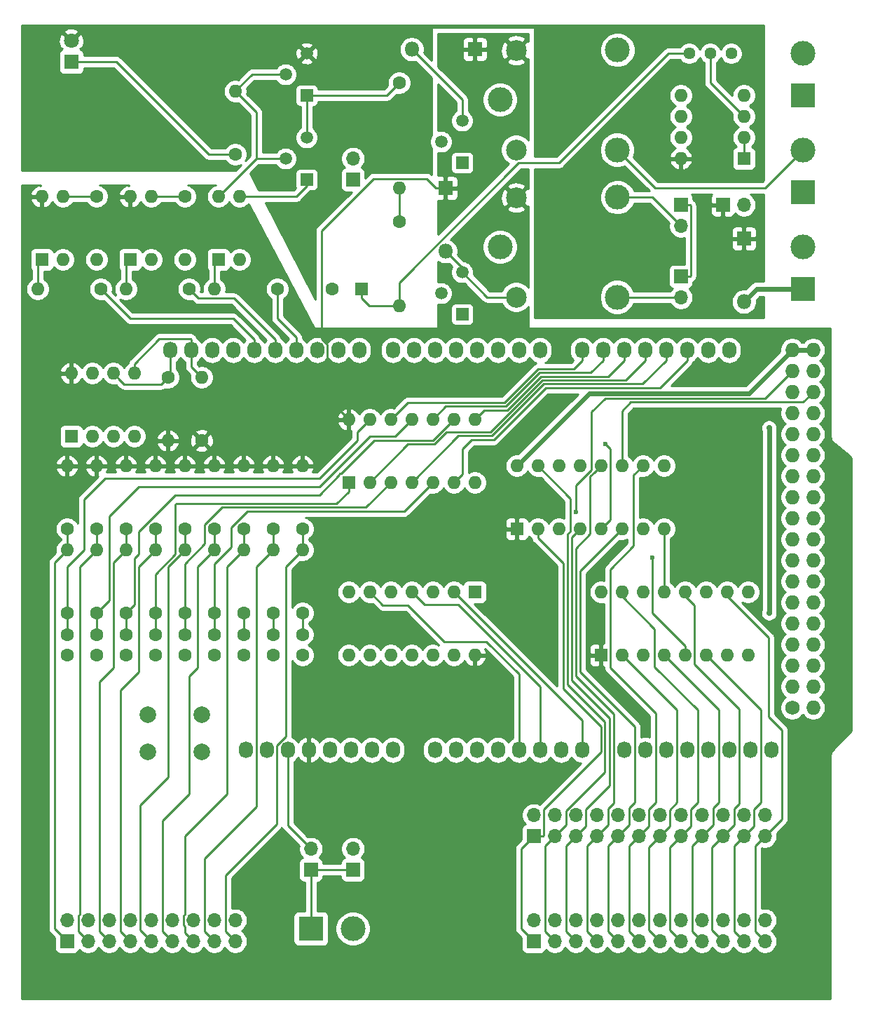
<source format=gbr>
G04 #@! TF.GenerationSoftware,KiCad,Pcbnew,5.1.5+dfsg1-2*
G04 #@! TF.CreationDate,2020-02-06T21:54:10+00:00*
G04 #@! TF.ProjectId,arduino_duo_shield,61726475-696e-46f5-9f64-756f5f736869,rev?*
G04 #@! TF.SameCoordinates,PX6258c20PY7445a00*
G04 #@! TF.FileFunction,Copper,L1,Top*
G04 #@! TF.FilePolarity,Positive*
%FSLAX46Y46*%
G04 Gerber Fmt 4.6, Leading zero omitted, Abs format (unit mm)*
G04 Created by KiCad (PCBNEW 5.1.5+dfsg1-2) date 2020-02-06 21:54:10*
%MOMM*%
%LPD*%
G04 APERTURE LIST*
%ADD10O,1.600000X1.600000*%
%ADD11R,1.600000X1.600000*%
%ADD12C,1.600000*%
%ADD13O,1.700000X1.700000*%
%ADD14R,1.700000X1.700000*%
%ADD15R,1.500000X1.500000*%
%ADD16C,1.500000*%
%ADD17C,3.000000*%
%ADD18R,3.000000X3.000000*%
%ADD19C,1.800000*%
%ADD20R,1.800000X1.800000*%
%ADD21C,2.500000*%
%ADD22C,1.440000*%
%ADD23O,1.800000X1.800000*%
%ADD24C,2.000000*%
%ADD25C,1.727200*%
%ADD26O,1.727200X1.727200*%
%ADD27O,1.727200X2.032000*%
%ADD28C,0.600000*%
%ADD29C,0.700000*%
%ADD30C,0.250000*%
%ADD31C,0.600000*%
%ADD32C,0.254000*%
G04 APERTURE END LIST*
D10*
X7112000Y48260000D03*
X14732000Y40640000D03*
X9652000Y48260000D03*
X12192000Y40640000D03*
X12192000Y48260000D03*
X9652000Y40640000D03*
X14732000Y48260000D03*
D11*
X7112000Y40640000D03*
D10*
X22860000Y47752000D03*
D12*
X22860000Y40132000D03*
D10*
X18796000Y40132000D03*
D12*
X18796000Y47752000D03*
D13*
X41148000Y-9144000D03*
D14*
X41148000Y-11684000D03*
D13*
X36068000Y-9144000D03*
D14*
X36068000Y-11684000D03*
D13*
X88392000Y68580000D03*
D14*
X85852000Y68580000D03*
D15*
X54356000Y55372000D03*
D16*
X54356000Y60452000D03*
X51816000Y57912000D03*
D15*
X54356000Y73660000D03*
D16*
X54356000Y78740000D03*
X51816000Y76200000D03*
D15*
X35560000Y81788000D03*
D16*
X35560000Y86868000D03*
X33020000Y84328000D03*
D15*
X35560000Y71628000D03*
D16*
X35560000Y76708000D03*
X33020000Y74168000D03*
D13*
X41148000Y74168000D03*
D14*
X41148000Y71628000D03*
D17*
X95504000Y86868000D03*
D18*
X95504000Y81788000D03*
D10*
X80772000Y74168000D03*
X88392000Y81788000D03*
X80772000Y76708000D03*
X88392000Y79248000D03*
X80772000Y79248000D03*
X88392000Y76708000D03*
X80772000Y81788000D03*
D11*
X88392000Y74168000D03*
D19*
X7112000Y88392000D03*
D20*
X7112000Y85852000D03*
D17*
X58928000Y63500000D03*
D21*
X60878000Y69450000D03*
D17*
X73128000Y69500000D03*
X73078000Y57450000D03*
D21*
X60878000Y57450000D03*
D12*
X38664000Y58420000D03*
D11*
X42164000Y58420000D03*
D10*
X14224000Y69596000D03*
X16764000Y61976000D03*
X16764000Y69596000D03*
D11*
X14224000Y61976000D03*
D10*
X3556000Y69596000D03*
X6096000Y61976000D03*
X6096000Y69596000D03*
D11*
X3556000Y61976000D03*
D10*
X24892000Y69596000D03*
X27432000Y61976000D03*
X27432000Y69596000D03*
D11*
X24892000Y61976000D03*
D22*
X86868000Y86868000D03*
X84328000Y86868000D03*
X81788000Y86868000D03*
D10*
X27940000Y26924000D03*
D12*
X27940000Y19304000D03*
D10*
X27940000Y37084000D03*
D12*
X27940000Y29464000D03*
D10*
X31496000Y26924000D03*
D12*
X31496000Y19304000D03*
D10*
X31496000Y37084000D03*
D12*
X31496000Y29464000D03*
D10*
X20828000Y61976000D03*
D12*
X20828000Y69596000D03*
D10*
X10160000Y61976000D03*
D12*
X10160000Y69596000D03*
D10*
X13716000Y58420000D03*
D12*
X21336000Y58420000D03*
D10*
X46736000Y70612000D03*
D12*
X46736000Y83312000D03*
D10*
X3048000Y58420000D03*
D12*
X10668000Y58420000D03*
D10*
X26924000Y82296000D03*
D12*
X26924000Y74676000D03*
D10*
X35052000Y26924000D03*
D12*
X35052000Y19304000D03*
D10*
X35052000Y37084000D03*
D12*
X35052000Y29464000D03*
D10*
X24384000Y58420000D03*
D12*
X32004000Y58420000D03*
D10*
X6604000Y26924000D03*
D12*
X6604000Y19304000D03*
D10*
X6604000Y37084000D03*
D12*
X6604000Y29464000D03*
D10*
X10160000Y26924000D03*
D12*
X10160000Y19304000D03*
D10*
X10160000Y37084000D03*
D12*
X10160000Y29464000D03*
D10*
X13716000Y26924000D03*
D12*
X13716000Y19304000D03*
D10*
X13716000Y37084000D03*
D12*
X13716000Y29464000D03*
D10*
X17272000Y26924000D03*
D12*
X17272000Y19304000D03*
D10*
X17272000Y37084000D03*
D12*
X17272000Y29464000D03*
D10*
X20828000Y26924000D03*
D12*
X20828000Y19304000D03*
D10*
X20828000Y37084000D03*
D12*
X20828000Y29464000D03*
D10*
X24384000Y26924000D03*
D12*
X24384000Y19304000D03*
D10*
X24384000Y37084000D03*
D12*
X24384000Y29464000D03*
D10*
X46736000Y56388000D03*
D12*
X46736000Y66548000D03*
D17*
X58928000Y81280000D03*
D21*
X60878000Y87230000D03*
D17*
X73128000Y87280000D03*
X73078000Y75230000D03*
D21*
X60878000Y75230000D03*
D13*
X80772000Y66040000D03*
D14*
X80772000Y68580000D03*
D13*
X80772000Y57404000D03*
D14*
X80772000Y59944000D03*
D13*
X90932000Y-17780000D03*
X90932000Y-20320000D03*
X88392000Y-17780000D03*
X88392000Y-20320000D03*
X85852000Y-17780000D03*
X85852000Y-20320000D03*
X83312000Y-17780000D03*
X83312000Y-20320000D03*
X80772000Y-17780000D03*
X80772000Y-20320000D03*
X78232000Y-17780000D03*
X78232000Y-20320000D03*
X75692000Y-17780000D03*
X75692000Y-20320000D03*
X73152000Y-17780000D03*
X73152000Y-20320000D03*
X70612000Y-17780000D03*
X70612000Y-20320000D03*
X68072000Y-17780000D03*
X68072000Y-20320000D03*
X65532000Y-17780000D03*
X65532000Y-20320000D03*
X62992000Y-17780000D03*
D14*
X62992000Y-20320000D03*
D17*
X95504000Y63500000D03*
D18*
X95504000Y58420000D03*
D17*
X95504000Y75184000D03*
D18*
X95504000Y70104000D03*
D13*
X26924000Y-17780000D03*
X26924000Y-20320000D03*
X24384000Y-17780000D03*
X24384000Y-20320000D03*
X21844000Y-17780000D03*
X21844000Y-20320000D03*
X19304000Y-17780000D03*
X19304000Y-20320000D03*
X16764000Y-17780000D03*
X16764000Y-20320000D03*
X14224000Y-17780000D03*
X14224000Y-20320000D03*
X11684000Y-17780000D03*
X11684000Y-20320000D03*
X9144000Y-17780000D03*
X9144000Y-20320000D03*
X6604000Y-17780000D03*
D14*
X6604000Y-20320000D03*
D17*
X41148000Y-18796000D03*
D18*
X36068000Y-18796000D03*
D23*
X88392000Y56896000D03*
D20*
X88392000Y64516000D03*
X52324000Y70612000D03*
D23*
X52324000Y62992000D03*
D20*
X55880000Y87376000D03*
D23*
X48260000Y87376000D03*
D12*
X27940000Y16724000D03*
X27940000Y14224000D03*
X31496000Y16724000D03*
X31496000Y14224000D03*
X35052000Y16724000D03*
X35052000Y14224000D03*
X6604000Y16724000D03*
X6604000Y14224000D03*
X10160000Y16724000D03*
X10160000Y14224000D03*
X13716000Y16724000D03*
X13716000Y14224000D03*
X17272000Y16724000D03*
X17272000Y14224000D03*
X20828000Y16724000D03*
X20828000Y14224000D03*
X24384000Y16724000D03*
X24384000Y14224000D03*
D24*
X16360000Y2540000D03*
X16360000Y7040000D03*
X22860000Y2540000D03*
X22860000Y7040000D03*
D10*
X60960000Y37084000D03*
X78740000Y29464000D03*
X63500000Y37084000D03*
X76200000Y29464000D03*
X66040000Y37084000D03*
X73660000Y29464000D03*
X68580000Y37084000D03*
X71120000Y29464000D03*
X71120000Y37084000D03*
X68580000Y29464000D03*
X73660000Y37084000D03*
X66040000Y29464000D03*
X76200000Y37084000D03*
X63500000Y29464000D03*
X78740000Y37084000D03*
D11*
X60960000Y29464000D03*
D10*
X71120000Y21844000D03*
X88900000Y14224000D03*
X73660000Y21844000D03*
X86360000Y14224000D03*
X76200000Y21844000D03*
X83820000Y14224000D03*
X78740000Y21844000D03*
X81280000Y14224000D03*
X81280000Y21844000D03*
X78740000Y14224000D03*
X83820000Y21844000D03*
X76200000Y14224000D03*
X86360000Y21844000D03*
X73660000Y14224000D03*
X88900000Y21844000D03*
D11*
X71120000Y14224000D03*
D10*
X40640000Y42672000D03*
X55880000Y35052000D03*
X43180000Y42672000D03*
X53340000Y35052000D03*
X45720000Y42672000D03*
X50800000Y35052000D03*
X48260000Y42672000D03*
X48260000Y35052000D03*
X50800000Y42672000D03*
X45720000Y35052000D03*
X53340000Y42672000D03*
X43180000Y35052000D03*
X55880000Y42672000D03*
D11*
X40640000Y35052000D03*
D10*
X55880000Y14224000D03*
X40640000Y21844000D03*
X53340000Y14224000D03*
X43180000Y21844000D03*
X50800000Y14224000D03*
X45720000Y21844000D03*
X48260000Y14224000D03*
X48260000Y21844000D03*
X45720000Y14224000D03*
X50800000Y21844000D03*
X43180000Y14224000D03*
X53340000Y21844000D03*
X40640000Y14224000D03*
D11*
X55880000Y21844000D03*
D13*
X90932000Y-5080000D03*
X90932000Y-7620000D03*
X88392000Y-5080000D03*
X88392000Y-7620000D03*
X85852000Y-5080000D03*
X85852000Y-7620000D03*
X83312000Y-5080000D03*
X83312000Y-7620000D03*
X80772000Y-5080000D03*
X80772000Y-7620000D03*
X78232000Y-5080000D03*
X78232000Y-7620000D03*
X75692000Y-5080000D03*
X75692000Y-7620000D03*
X73152000Y-5080000D03*
X73152000Y-7620000D03*
X70612000Y-5080000D03*
X70612000Y-7620000D03*
X68072000Y-5080000D03*
X68072000Y-7620000D03*
X65532000Y-5080000D03*
X65532000Y-7620000D03*
X62992000Y-5080000D03*
D14*
X62992000Y-7620000D03*
D25*
X94234000Y7874000D03*
D26*
X96774000Y7874000D03*
X94234000Y10414000D03*
X96774000Y10414000D03*
X94234000Y12954000D03*
X96774000Y12954000D03*
X94234000Y15494000D03*
X96774000Y15494000D03*
X94234000Y18034000D03*
X96774000Y18034000D03*
X94234000Y20574000D03*
X96774000Y20574000D03*
X94234000Y23114000D03*
X96774000Y23114000D03*
X94234000Y25654000D03*
X96774000Y25654000D03*
X94234000Y28194000D03*
X96774000Y28194000D03*
X94234000Y30734000D03*
X96774000Y30734000D03*
X94234000Y33274000D03*
X96774000Y33274000D03*
X94234000Y35814000D03*
X96774000Y35814000D03*
X94234000Y38354000D03*
X96774000Y38354000D03*
X94234000Y40894000D03*
X96774000Y40894000D03*
X94234000Y43434000D03*
X96774000Y43434000D03*
X94234000Y45974000D03*
X96774000Y45974000D03*
X94234000Y48514000D03*
X96774000Y48514000D03*
X94234000Y51054000D03*
X96774000Y51054000D03*
D27*
X28194000Y2794000D03*
X30734000Y2794000D03*
X33274000Y2794000D03*
X35814000Y2794000D03*
X38354000Y2794000D03*
X40894000Y2794000D03*
X43434000Y2794000D03*
X45974000Y2794000D03*
X51054000Y2794000D03*
X53594000Y2794000D03*
X56134000Y2794000D03*
X58674000Y2794000D03*
X61214000Y2794000D03*
X63754000Y2794000D03*
X66294000Y2794000D03*
X68834000Y2794000D03*
X73914000Y2794000D03*
X76454000Y2794000D03*
X78994000Y2794000D03*
X81534000Y2794000D03*
X84074000Y2794000D03*
X86614000Y2794000D03*
X89154000Y2794000D03*
X91694000Y2794000D03*
X19050000Y51054000D03*
X21590000Y51054000D03*
X24130000Y51054000D03*
X26670000Y51054000D03*
X29210000Y51054000D03*
X31750000Y51054000D03*
X34290000Y51054000D03*
X36830000Y51054000D03*
X39370000Y51054000D03*
X41910000Y51054000D03*
X45974000Y51054000D03*
X48514000Y51054000D03*
X51054000Y51054000D03*
X53594000Y51054000D03*
X56134000Y51054000D03*
X58674000Y51054000D03*
X61214000Y51054000D03*
X63754000Y51054000D03*
X68834000Y51054000D03*
X71374000Y51054000D03*
X73914000Y51054000D03*
X76454000Y51054000D03*
X78994000Y51054000D03*
X81534000Y51054000D03*
X84074000Y51054000D03*
X86614000Y51054000D03*
D28*
X65024000Y14224000D03*
X68079999Y31496000D03*
X77325001Y26017001D03*
X71628000Y39740976D03*
D29*
X91440000Y19304000D03*
X91440000Y41656000D03*
D30*
X78740000Y29464000D02*
X78740000Y21844000D01*
D31*
X69713011Y45837011D02*
X60960000Y37084000D01*
X89017011Y45837011D02*
X69713011Y45837011D01*
X94234000Y51054000D02*
X89017011Y45837011D01*
X94234000Y51054000D02*
X96774000Y51054000D01*
D30*
X33274000Y-6350000D02*
X36068000Y-9144000D01*
X33274000Y2794000D02*
X33274000Y-6350000D01*
X19050000Y48006000D02*
X18796000Y47752000D01*
X19050000Y51054000D02*
X19050000Y48006000D01*
X13499999Y46952001D02*
X12991999Y47460001D01*
X12991999Y47460001D02*
X12192000Y48260000D01*
X17996001Y46952001D02*
X13499999Y46952001D01*
X18796000Y47752000D02*
X17996001Y46952001D01*
X21590000Y49022000D02*
X22860000Y47752000D01*
X21590000Y51054000D02*
X21590000Y49022000D01*
X14732000Y49391370D02*
X14732000Y48260000D01*
X21514990Y52395010D02*
X17735640Y52395010D01*
X21590000Y52320000D02*
X21514990Y52395010D01*
X17735640Y52395010D02*
X14732000Y49391370D01*
X21590000Y51054000D02*
X21590000Y52320000D01*
X60960000Y18288000D02*
X65024000Y14224000D01*
X60960000Y29464000D02*
X60960000Y18288000D01*
X38018610Y51698738D02*
X38018610Y45293390D01*
X38018610Y45293390D02*
X40640000Y42672000D01*
X37322338Y52395010D02*
X38018610Y51698738D01*
X43643999Y71737001D02*
X37322338Y65415340D01*
X37322338Y65415340D02*
X37322338Y52395010D01*
X50048999Y71737001D02*
X43643999Y71737001D01*
X52324000Y70612000D02*
X51174000Y70612000D01*
X51174000Y70612000D02*
X50048999Y71737001D01*
X53340000Y21844000D02*
X68834000Y6350000D01*
X68834000Y6350000D02*
X68834000Y2794000D01*
X74733991Y44761991D02*
X73660000Y43688000D01*
X96774000Y45974000D02*
X95561991Y44761991D01*
X73660000Y43688000D02*
X73660000Y37084000D01*
X95561991Y44761991D02*
X74733991Y44761991D01*
X90932000Y45212000D02*
X94234000Y48514000D01*
X68079999Y34680409D02*
X69994999Y36595409D01*
X68079999Y31496000D02*
X68079999Y34680409D01*
X69994999Y36595409D02*
X69994999Y43578999D01*
X69994999Y43578999D02*
X71628000Y45212000D01*
X71628000Y45212000D02*
X90932000Y45212000D01*
X31750000Y52320000D02*
X31750000Y51054000D01*
X26775001Y57294999D02*
X31750000Y52320000D01*
X22461001Y57294999D02*
X26775001Y57294999D01*
X21336000Y58420000D02*
X22461001Y57294999D01*
X32004000Y58420000D02*
X32004000Y54864000D01*
X34290000Y52578000D02*
X34290000Y51054000D01*
X32004000Y54864000D02*
X34290000Y52578000D01*
X77325001Y19310369D02*
X77325001Y26017001D01*
X81280000Y14224000D02*
X81280000Y15355370D01*
X81280000Y15355370D02*
X77325001Y19310369D01*
X72245001Y30589001D02*
X72245001Y39123975D01*
X72245001Y39123975D02*
X71628000Y39740976D01*
X71120000Y29464000D02*
X72245001Y30589001D01*
X47752000Y44704000D02*
X59436000Y44704000D01*
X59436000Y44704000D02*
X63500000Y48768000D01*
X67814000Y48768000D02*
X68834000Y49788000D01*
X45720000Y42672000D02*
X47752000Y44704000D01*
X63500000Y48768000D02*
X67814000Y48768000D01*
X68834000Y49788000D02*
X68834000Y51054000D01*
X69903990Y48317990D02*
X71374000Y49788000D01*
X50800000Y42672000D02*
X52381989Y44253989D01*
X63686400Y48317989D02*
X69903990Y48317990D01*
X52381989Y44253989D02*
X59622400Y44253989D01*
X71374000Y49788000D02*
X71374000Y51054000D01*
X59622400Y44253989D02*
X63686400Y48317989D01*
X71993980Y47867980D02*
X73914000Y49788000D01*
X59808800Y43803978D02*
X63872801Y47867980D01*
X63872801Y47867980D02*
X71993980Y47867980D01*
X55880000Y42672000D02*
X57011978Y43803978D01*
X57011978Y43803978D02*
X59808800Y43803978D01*
X73914000Y49788000D02*
X73914000Y51054000D01*
X76454000Y49788000D02*
X76454000Y51054000D01*
X74083969Y47417969D02*
X76454000Y49788000D01*
X52452410Y41148000D02*
X57789233Y41148000D01*
X64059201Y47417969D02*
X74083969Y47417969D01*
X43180000Y35052000D02*
X47809991Y39681991D01*
X57789233Y41148000D02*
X64059201Y47417969D01*
X50986401Y39681991D02*
X52452410Y41148000D01*
X47809991Y39681991D02*
X50986401Y39681991D01*
X53905989Y40697989D02*
X48260000Y35052000D01*
X78994000Y49788000D02*
X76173958Y46967958D01*
X76173958Y46967958D02*
X64245601Y46967958D01*
X78994000Y51054000D02*
X78994000Y49788000D01*
X57975633Y40697989D02*
X53905989Y40697989D01*
X64245601Y46967958D02*
X57975633Y40697989D01*
X54356000Y39116000D02*
X54356000Y36068000D01*
X55487978Y40247978D02*
X54356000Y39116000D01*
X81534000Y49788000D02*
X78263947Y46517947D01*
X81534000Y51054000D02*
X81534000Y49788000D01*
X78263947Y46517947D02*
X64432001Y46517947D01*
X54356000Y36068000D02*
X53340000Y35052000D01*
X64432001Y46517947D02*
X58162033Y40247978D01*
X58162033Y40247978D02*
X55487978Y40247978D01*
X24384000Y19304000D02*
X24384000Y16724000D01*
X47359980Y31611980D02*
X50800000Y35052000D01*
X28422978Y31611980D02*
X47359980Y31611980D01*
X26416000Y29605002D02*
X28422978Y31611980D01*
X26416000Y27290998D02*
X26416000Y29605002D01*
X24384000Y25258998D02*
X26416000Y27290998D01*
X24384000Y19304000D02*
X24384000Y25258998D01*
X20828000Y19304000D02*
X20828000Y16724000D01*
X42729990Y32061990D02*
X45720000Y35052000D01*
X25316988Y32061990D02*
X42729990Y32061990D01*
X23258999Y30004001D02*
X25316988Y32061990D01*
X23258999Y27689997D02*
X23258999Y30004001D01*
X20828000Y25258998D02*
X23258999Y27689997D01*
X20828000Y19304000D02*
X20828000Y25258998D01*
X17272000Y19304000D02*
X17272000Y16724000D01*
X39150000Y32512000D02*
X19812000Y32512000D01*
X40640000Y35052000D02*
X40640000Y34002000D01*
X40640000Y34002000D02*
X39150000Y32512000D01*
X19702999Y26435409D02*
X17272000Y24004410D01*
X17272000Y24004410D02*
X17272000Y19304000D01*
X19702999Y32402999D02*
X19702999Y26435409D01*
X19812000Y32512000D02*
X19702999Y32402999D01*
X14732000Y20320000D02*
X14732000Y25908000D01*
X13716000Y19304000D02*
X14732000Y20320000D01*
X14732000Y25908000D02*
X15240000Y26416000D01*
X15240000Y28448000D02*
X15240000Y28956000D01*
X15240000Y26416000D02*
X15240000Y28448000D01*
X13716000Y19304000D02*
X13716000Y16724000D01*
X43688000Y40132000D02*
X50800000Y40132000D01*
X39579999Y36177001D02*
X39733001Y36177001D01*
X50800000Y40132000D02*
X53340000Y42672000D01*
X39514999Y36112001D02*
X39579999Y36177001D01*
X15240000Y28448000D02*
X15240000Y29097002D01*
X15240000Y29097002D02*
X19670998Y33528000D01*
X19670998Y33528000D02*
X37084000Y33528000D01*
X39733001Y36177001D02*
X43688000Y40132000D01*
X37084000Y33528000D02*
X39514999Y35958999D01*
X39514999Y35958999D02*
X39514999Y36112001D01*
X43180000Y40640000D02*
X37084000Y34544000D01*
X48260000Y42672000D02*
X46228000Y40640000D01*
X46228000Y40640000D02*
X43180000Y40640000D01*
X15240000Y34544000D02*
X37084000Y34544000D01*
X10160000Y19304000D02*
X11684000Y20828000D01*
X11684000Y30988000D02*
X15240000Y34544000D01*
X11684000Y20828000D02*
X11684000Y30988000D01*
X10160000Y19304000D02*
X10160000Y16724000D01*
X41656000Y41148000D02*
X43180000Y42672000D01*
X37084000Y35560000D02*
X41656000Y40132000D01*
X41656000Y40132000D02*
X41656000Y41148000D01*
X11176000Y35560000D02*
X37084000Y35560000D01*
X8636000Y33020000D02*
X11176000Y35560000D01*
X8636000Y26924000D02*
X8636000Y33020000D01*
X6604000Y19304000D02*
X6604000Y24892000D01*
X6604000Y24892000D02*
X8636000Y26924000D01*
X6604000Y16724000D02*
X6604000Y19304000D01*
X19304000Y-20320000D02*
X18128999Y-19144999D01*
X18128999Y-19144999D02*
X18128999Y-5747001D01*
X18128999Y-5747001D02*
X21336000Y-2540000D01*
X21336000Y-2540000D02*
X21336000Y11684000D01*
X21336000Y11684000D02*
X22352000Y12700000D01*
X22352000Y24892000D02*
X24384000Y26924000D01*
X22352000Y12700000D02*
X22352000Y24892000D01*
X24384000Y29464000D02*
X24384000Y26924000D01*
X15399001Y-18955001D02*
X16764000Y-20320000D01*
X15399001Y-3904999D02*
X15399001Y-18955001D01*
X18796000Y-508000D02*
X15399001Y-3904999D01*
X20828000Y26924000D02*
X18796000Y24892000D01*
X18796000Y-508000D02*
X18796000Y24892000D01*
X20828000Y29464000D02*
X20828000Y26924000D01*
X13048999Y-19144999D02*
X14224000Y-20320000D01*
X13048999Y10000999D02*
X13048999Y-19144999D01*
X17272000Y26924000D02*
X15240000Y24892000D01*
X15240000Y12192000D02*
X13048999Y10000999D01*
X15240000Y12192000D02*
X15240000Y24892000D01*
X17272000Y29464000D02*
X17272000Y26924000D01*
X10508999Y-19144999D02*
X11684000Y-20320000D01*
X10508999Y11016999D02*
X10508999Y-19144999D01*
X13716000Y26924000D02*
X12192000Y25400000D01*
X12192000Y12700000D02*
X10508999Y11016999D01*
X12192000Y25400000D02*
X12192000Y12700000D01*
X13716000Y29464000D02*
X13716000Y26924000D01*
X7968999Y-19144999D02*
X9144000Y-20320000D01*
X7968999Y-17215999D02*
X7968999Y-19144999D01*
X8128000Y-17056998D02*
X7968999Y-17215999D01*
X8128000Y24892000D02*
X8128000Y-17056998D01*
X10160000Y26924000D02*
X8128000Y24892000D01*
X10160000Y29464000D02*
X10160000Y26924000D01*
X5080000Y25400000D02*
X6604000Y26924000D01*
X5080000Y-18796000D02*
X5080000Y25400000D01*
X6604000Y-20320000D02*
X5080000Y-18796000D01*
X6604000Y29464000D02*
X6604000Y26924000D01*
X35052000Y19304000D02*
X35052000Y16724000D01*
X25748999Y-19144999D02*
X26924000Y-20320000D01*
X25748999Y-12351001D02*
X25748999Y-19144999D01*
X31922610Y-6177390D02*
X25748999Y-12351001D01*
X31922610Y3275958D02*
X31922610Y-6177390D01*
X33020000Y4373348D02*
X31922610Y3275958D01*
X35052000Y26924000D02*
X33020000Y24892000D01*
X33020000Y4373348D02*
X33020000Y24892000D01*
X35052000Y29464000D02*
X35052000Y26924000D01*
X89756999Y-19144999D02*
X90932000Y-20320000D01*
X89756999Y-8795001D02*
X89756999Y-19144999D01*
X90932000Y-7620000D02*
X89756999Y-8795001D01*
X92964000Y-5588000D02*
X90932000Y-7620000D01*
X86360000Y21844000D02*
X86360000Y21336000D01*
X86360000Y21336000D02*
X91382011Y16313989D01*
X91382011Y16313989D02*
X91382011Y6790399D01*
X92964000Y5208410D02*
X92964000Y-5588000D01*
X91382011Y6790399D02*
X92964000Y5208410D01*
X87216999Y-19144999D02*
X88392000Y-20320000D01*
X87216999Y-8795001D02*
X87216999Y-19144999D01*
X88392000Y-7620000D02*
X87216999Y-8795001D01*
X89567001Y-6444999D02*
X88392000Y-7620000D01*
X89567001Y-4412999D02*
X89567001Y-6444999D01*
X90424000Y-3556000D02*
X89567001Y-4412999D01*
X83820000Y14224000D02*
X90424000Y7620000D01*
X90424000Y7620000D02*
X90424000Y-3556000D01*
X84487001Y-18955001D02*
X85852000Y-20320000D01*
X84487001Y-8984999D02*
X84487001Y-18955001D01*
X85852000Y-7620000D02*
X84487001Y-8984999D01*
X87216999Y-6255001D02*
X85852000Y-7620000D01*
X87802610Y-3714727D02*
X87216999Y-4300338D01*
X81280000Y21844000D02*
X81280000Y21336000D01*
X82405001Y13098999D02*
X87802610Y7701390D01*
X87216999Y-4300338D02*
X87216999Y-6255001D01*
X82405001Y20210999D02*
X82405001Y13098999D01*
X81280000Y21336000D02*
X82405001Y20210999D01*
X87802610Y7701390D02*
X87802610Y-3714727D01*
X82136999Y-19144999D02*
X83312000Y-20320000D01*
X82136999Y-8795001D02*
X82136999Y-19144999D01*
X83312000Y-7620000D02*
X82136999Y-8795001D01*
X84676999Y-4223001D02*
X84676999Y-6255001D01*
X85344000Y-3556000D02*
X84676999Y-4223001D01*
X84676999Y-6255001D02*
X83312000Y-7620000D01*
X78740000Y14224000D02*
X85344000Y7620000D01*
X85344000Y7620000D02*
X85344000Y-3556000D01*
X79407001Y-18955001D02*
X80772000Y-20320000D01*
X79407001Y-8984999D02*
X79407001Y-18955001D01*
X80772000Y-7620000D02*
X79407001Y-8984999D01*
X81947001Y-6444999D02*
X80772000Y-7620000D01*
X81947001Y-4412999D02*
X81947001Y-6444999D01*
X82804000Y-3556000D02*
X81947001Y-4412999D01*
X77614999Y12809001D02*
X82804000Y7620000D01*
X73660000Y21844000D02*
X73660000Y21336000D01*
X82804000Y7620000D02*
X82804000Y-3556000D01*
X73660000Y21336000D02*
X77614999Y17381001D01*
X77614999Y17381001D02*
X77614999Y12809001D01*
X76867001Y-18955001D02*
X78232000Y-20320000D01*
X76867001Y-8984999D02*
X76867001Y-18955001D01*
X78232000Y-7620000D02*
X76867001Y-8984999D01*
X79407001Y-6444999D02*
X78232000Y-7620000D01*
X79407001Y-4442836D02*
X79407001Y-6444999D01*
X80264000Y-3585837D02*
X79407001Y-4442836D01*
X73660000Y14224000D02*
X80264000Y7620000D01*
X80264000Y7620000D02*
X80264000Y-3585837D01*
X74516999Y-19144999D02*
X75692000Y-20320000D01*
X74516999Y-8795001D02*
X74516999Y-19144999D01*
X75692000Y-7620000D02*
X74516999Y-8795001D01*
X77724000Y-3556000D02*
X76867001Y-4412999D01*
X77724000Y7203749D02*
X77724000Y-3556000D01*
X75074999Y35958999D02*
X75074999Y27432000D01*
X76867001Y-6444999D02*
X75692000Y-7620000D01*
X76200000Y37084000D02*
X75074999Y35958999D01*
X75074999Y27432000D02*
X72245001Y24602002D01*
X72245001Y24602002D02*
X72245001Y12682748D01*
X76867001Y-4412999D02*
X76867001Y-6444999D01*
X72245001Y12682748D02*
X77724000Y7203749D01*
X71976999Y-19144999D02*
X73152000Y-20320000D01*
X71976999Y-8795001D02*
X71976999Y-19144999D01*
X73152000Y-7620000D02*
X71976999Y-8795001D01*
X74516999Y-4223001D02*
X74516999Y-6255001D01*
X68580000Y24384000D02*
X68580000Y12192000D01*
X73660000Y29464000D02*
X68580000Y24384000D01*
X68580000Y12192000D02*
X75184000Y5588000D01*
X74516999Y-6255001D02*
X73152000Y-7620000D01*
X75184000Y5588000D02*
X75184000Y-3556000D01*
X75184000Y-3556000D02*
X74516999Y-4223001D01*
X69436999Y-19144999D02*
X70612000Y-20320000D01*
X69436999Y-8795001D02*
X69436999Y-19144999D01*
X70612000Y-7620000D02*
X69436999Y-8795001D01*
X70320001Y36284001D02*
X71120000Y37084000D01*
X69830009Y35794009D02*
X71120000Y37084000D01*
X69830009Y28850401D02*
X69830009Y35794009D01*
X68072000Y27092392D02*
X69830009Y28850401D01*
X71976999Y-6255001D02*
X71976999Y-4296250D01*
X68072000Y11684000D02*
X68072000Y27092392D01*
X72644000Y-3629249D02*
X72644000Y7112000D01*
X72644000Y7112000D02*
X68072000Y11684000D01*
X70612000Y-7620000D02*
X71976999Y-6255001D01*
X71976999Y-4296250D02*
X72644000Y-3629249D01*
X66896999Y-19144999D02*
X68072000Y-20320000D01*
X66896999Y-8795001D02*
X66896999Y-19144999D01*
X68072000Y-7620000D02*
X66896999Y-8795001D01*
X67564000Y28448000D02*
X68580000Y29464000D01*
X67564000Y11176000D02*
X67564000Y28448000D01*
X69247001Y-6444999D02*
X69247001Y-4412999D01*
X69247001Y-4412999D02*
X72136000Y-1524000D01*
X68072000Y-7620000D02*
X69247001Y-6444999D01*
X72136000Y-1524000D02*
X72136000Y6604000D01*
X72136000Y6604000D02*
X67564000Y11176000D01*
X64356999Y-19144999D02*
X65532000Y-20320000D01*
X64356999Y-8795001D02*
X64356999Y-19144999D01*
X65532000Y-7620000D02*
X64356999Y-8795001D01*
X67454999Y33129001D02*
X63500000Y37084000D01*
X67454999Y29213997D02*
X67454999Y33129001D01*
X67056000Y10706998D02*
X67056000Y28814998D01*
X67056000Y28814998D02*
X67454999Y29213997D01*
X66896999Y-6255001D02*
X66896999Y-4550251D01*
X65532000Y-7620000D02*
X66896999Y-6255001D01*
X66896999Y-4550251D02*
X71570011Y122761D01*
X71570011Y122761D02*
X71570011Y6192987D01*
X71570011Y6192987D02*
X67056000Y10706998D01*
X61468000Y-18796000D02*
X62992000Y-20320000D01*
X62992000Y-7620000D02*
X61468000Y-9144000D01*
X61468000Y-9144000D02*
X61468000Y-18796000D01*
X63500000Y28332630D02*
X63500000Y29464000D01*
X66548000Y25284630D02*
X63500000Y28332630D01*
X66548000Y10160000D02*
X66548000Y25284630D01*
X64092000Y-7620000D02*
X64167001Y-7544999D01*
X71120000Y2540000D02*
X71120000Y5588000D01*
X62992000Y-7620000D02*
X64092000Y-7620000D01*
X64167001Y-7544999D02*
X64167001Y-4412999D01*
X71120000Y5588000D02*
X66548000Y10160000D01*
X64167001Y-4412999D02*
X71120000Y2540000D01*
X35560000Y70853000D02*
X35560000Y71628000D01*
X34303000Y69596000D02*
X35560000Y70853000D01*
X27432000Y69596000D02*
X34303000Y69596000D01*
X31496000Y19304000D02*
X31496000Y16724000D01*
X27940000Y19304000D02*
X27940000Y16724000D01*
X54356000Y79248000D02*
X54356000Y78740000D01*
X54356000Y81280000D02*
X54356000Y78740000D01*
X48260000Y87376000D02*
X54356000Y81280000D01*
X57358000Y57450000D02*
X54356000Y60452000D01*
X60878000Y57450000D02*
X57358000Y57450000D01*
X54356000Y60960000D02*
X54356000Y60452000D01*
X52324000Y62992000D02*
X54356000Y60960000D01*
D31*
X89916000Y58420000D02*
X88392000Y56896000D01*
X95504000Y58420000D02*
X89916000Y58420000D01*
D30*
X23208999Y-19144999D02*
X24384000Y-20320000D01*
X23208999Y-10319001D02*
X23208999Y-19144999D01*
X29464000Y-4064000D02*
X23208999Y-10319001D01*
X31496000Y26924000D02*
X29464000Y24892000D01*
X29464000Y-4064000D02*
X29464000Y24892000D01*
X31496000Y29464000D02*
X31496000Y26924000D01*
X20828000Y-19304000D02*
X21844000Y-20320000D01*
X20828000Y-18503002D02*
X20828000Y-19304000D01*
X20668999Y-18344001D02*
X20828000Y-18503002D01*
X20668999Y-17215999D02*
X20668999Y-18344001D01*
X20828000Y-17056998D02*
X20668999Y-17215999D01*
X20828000Y-7620000D02*
X20828000Y-17056998D01*
X25908000Y-2540000D02*
X20828000Y-7620000D01*
X27940000Y26924000D02*
X25908000Y24892000D01*
X25908000Y-2540000D02*
X25908000Y24892000D01*
X27940000Y29464000D02*
X27940000Y26924000D01*
X88392000Y76708000D02*
X88392000Y74168000D01*
X95504000Y75184000D02*
X90932000Y70612000D01*
X77696000Y70612000D02*
X73078000Y75230000D01*
X90932000Y70612000D02*
X77696000Y70612000D01*
X80726000Y57450000D02*
X80772000Y57404000D01*
X73078000Y57450000D02*
X80726000Y57450000D01*
X81947001Y68504999D02*
X81947001Y60019001D01*
X81872000Y59944000D02*
X80772000Y59944000D01*
X81947001Y60019001D02*
X81872000Y59944000D01*
X81872000Y68580000D02*
X81947001Y68504999D01*
X80772000Y68580000D02*
X81872000Y68580000D01*
X77312000Y69500000D02*
X80772000Y66040000D01*
X73128000Y69500000D02*
X77312000Y69500000D01*
X46736000Y70612000D02*
X46736000Y66548000D01*
X61214000Y11938000D02*
X61214000Y2794000D01*
X44755010Y20268990D02*
X47803010Y20268990D01*
X57294999Y15857001D02*
X61214000Y11938000D01*
X47803010Y20268990D02*
X52214999Y15857001D01*
X43180000Y21844000D02*
X44755010Y20268990D01*
X52214999Y15857001D02*
X57294999Y15857001D01*
X63754000Y10414000D02*
X63754000Y2794000D01*
X53848000Y20320000D02*
X63754000Y10414000D01*
X48260000Y21844000D02*
X49784000Y20320000D01*
X49784000Y20320000D02*
X53848000Y20320000D01*
X10668000Y58420000D02*
X14224000Y54864000D01*
X26666000Y54864000D02*
X29210000Y52320000D01*
X29210000Y52320000D02*
X29210000Y51054000D01*
X14224000Y54864000D02*
X26666000Y54864000D01*
X45212000Y81788000D02*
X46736000Y83312000D01*
X35560000Y81788000D02*
X45212000Y81788000D01*
X35560000Y81788000D02*
X35560000Y76708000D01*
X29464000Y74168000D02*
X33020000Y74168000D01*
X24892000Y69596000D02*
X29464000Y74168000D01*
X28956000Y84328000D02*
X27242205Y82614205D01*
X33020000Y84328000D02*
X28956000Y84328000D01*
X26924000Y82296000D02*
X29464000Y79756000D01*
X29464000Y79756000D02*
X29464000Y74168000D01*
X6096000Y69596000D02*
X10160000Y69596000D01*
X16764000Y69596000D02*
X20828000Y69596000D01*
X24384000Y61468000D02*
X24892000Y61976000D01*
X24384000Y58420000D02*
X24384000Y61468000D01*
X3048000Y61468000D02*
X3556000Y61976000D01*
X3048000Y58420000D02*
X3048000Y61468000D01*
X23742000Y74676000D02*
X26924000Y74676000D01*
X7112000Y85852000D02*
X12566000Y85852000D01*
X12566000Y85852000D02*
X23742000Y74676000D01*
X84328000Y83312000D02*
X88392000Y79248000D01*
X84328000Y86868000D02*
X84328000Y83312000D01*
X46736000Y58454000D02*
X46736000Y56388000D01*
X66040012Y73660000D02*
X79248012Y86868000D01*
X79248012Y86868000D02*
X81788000Y86868000D01*
X46736000Y58454000D02*
X46736000Y59217002D01*
X61178998Y73660000D02*
X66040012Y73660000D01*
X46736000Y59217002D02*
X61178998Y73660000D01*
X43146000Y56388000D02*
X42164000Y57370000D01*
X42164000Y57370000D02*
X42164000Y58420000D01*
X46736000Y56388000D02*
X43146000Y56388000D01*
D31*
X91440000Y19304000D02*
X91440000Y41656000D01*
D30*
X36068000Y-11684000D02*
X36068000Y-18796000D01*
X36068000Y-11684000D02*
X41148000Y-11684000D01*
X13716000Y61468000D02*
X14224000Y61976000D01*
X13716000Y58420000D02*
X13716000Y61468000D01*
D32*
G36*
X3428998Y70865916D02*
G01*
X3206961Y70987904D01*
X3072913Y70947246D01*
X2818580Y70827037D01*
X2592586Y70659519D01*
X2403615Y70451131D01*
X2258930Y70209881D01*
X2164091Y69945040D01*
X2285376Y69723000D01*
X3429000Y69723000D01*
X3429000Y69743000D01*
X3683000Y69743000D01*
X3683000Y69723000D01*
X3703000Y69723000D01*
X3703000Y69469000D01*
X3683000Y69469000D01*
X3683000Y68326085D01*
X3905039Y68204096D01*
X4039087Y68244754D01*
X4293420Y68364963D01*
X4519414Y68532481D01*
X4708385Y68740869D01*
X4819933Y68926865D01*
X4824320Y68916273D01*
X4981363Y68681241D01*
X5181241Y68481363D01*
X5416273Y68324320D01*
X5677426Y68216147D01*
X5954665Y68161000D01*
X6237335Y68161000D01*
X6514574Y68216147D01*
X6775727Y68324320D01*
X7010759Y68481363D01*
X7210637Y68681241D01*
X7314043Y68836000D01*
X8941957Y68836000D01*
X9045363Y68681241D01*
X9245241Y68481363D01*
X9480273Y68324320D01*
X9741426Y68216147D01*
X10018665Y68161000D01*
X10301335Y68161000D01*
X10578574Y68216147D01*
X10839727Y68324320D01*
X11074759Y68481363D01*
X11274637Y68681241D01*
X11431680Y68916273D01*
X11539853Y69177426D01*
X11553684Y69246960D01*
X12832091Y69246960D01*
X12926930Y68982119D01*
X13071615Y68740869D01*
X13260586Y68532481D01*
X13486580Y68364963D01*
X13740913Y68244754D01*
X13874961Y68204096D01*
X14097000Y68326085D01*
X14097000Y69469000D01*
X12953376Y69469000D01*
X12832091Y69246960D01*
X11553684Y69246960D01*
X11595000Y69454665D01*
X11595000Y69737335D01*
X11539853Y70014574D01*
X11431680Y70275727D01*
X11274637Y70510759D01*
X11074759Y70710637D01*
X10839727Y70867680D01*
X10578574Y70975853D01*
X10492371Y70993000D01*
X14096998Y70993000D01*
X14096998Y70865916D01*
X13874961Y70987904D01*
X13740913Y70947246D01*
X13486580Y70827037D01*
X13260586Y70659519D01*
X13071615Y70451131D01*
X12926930Y70209881D01*
X12832091Y69945040D01*
X12953376Y69723000D01*
X14097000Y69723000D01*
X14097000Y69743000D01*
X14351000Y69743000D01*
X14351000Y69723000D01*
X14371000Y69723000D01*
X14371000Y69469000D01*
X14351000Y69469000D01*
X14351000Y68326085D01*
X14573039Y68204096D01*
X14707087Y68244754D01*
X14961420Y68364963D01*
X15187414Y68532481D01*
X15376385Y68740869D01*
X15487933Y68926865D01*
X15492320Y68916273D01*
X15649363Y68681241D01*
X15849241Y68481363D01*
X16084273Y68324320D01*
X16345426Y68216147D01*
X16622665Y68161000D01*
X16905335Y68161000D01*
X17182574Y68216147D01*
X17443727Y68324320D01*
X17678759Y68481363D01*
X17878637Y68681241D01*
X17982043Y68836000D01*
X19609957Y68836000D01*
X19713363Y68681241D01*
X19913241Y68481363D01*
X20148273Y68324320D01*
X20409426Y68216147D01*
X20686665Y68161000D01*
X20969335Y68161000D01*
X21246574Y68216147D01*
X21507727Y68324320D01*
X21742759Y68481363D01*
X21942637Y68681241D01*
X22099680Y68916273D01*
X22207853Y69177426D01*
X22263000Y69454665D01*
X22263000Y69737335D01*
X22207853Y70014574D01*
X22099680Y70275727D01*
X21942637Y70510759D01*
X21742759Y70710637D01*
X21507727Y70867680D01*
X21246574Y70975853D01*
X21160371Y70993000D01*
X24559629Y70993000D01*
X24473426Y70975853D01*
X24212273Y70867680D01*
X23977241Y70710637D01*
X23777363Y70510759D01*
X23620320Y70275727D01*
X23512147Y70014574D01*
X23457000Y69737335D01*
X23457000Y69454665D01*
X23512147Y69177426D01*
X23620320Y68916273D01*
X23777363Y68681241D01*
X23977241Y68481363D01*
X24212273Y68324320D01*
X24473426Y68216147D01*
X24750665Y68161000D01*
X25033335Y68161000D01*
X25310574Y68216147D01*
X25571727Y68324320D01*
X25806759Y68481363D01*
X26006637Y68681241D01*
X26162000Y68913759D01*
X26317363Y68681241D01*
X26517241Y68481363D01*
X26752273Y68324320D01*
X27013426Y68216147D01*
X27290665Y68161000D01*
X27573335Y68161000D01*
X27850574Y68216147D01*
X28111727Y68324320D01*
X28346759Y68481363D01*
X28546637Y68681241D01*
X28564921Y68708606D01*
X36463759Y53788578D01*
X36477508Y53767823D01*
X36495042Y53750149D01*
X36515688Y53736235D01*
X36538651Y53726616D01*
X36563050Y53721662D01*
X36576000Y53721000D01*
X51308000Y53721000D01*
X51332776Y53723440D01*
X51356601Y53730667D01*
X51378557Y53742403D01*
X51397803Y53758197D01*
X51413597Y53777443D01*
X51425333Y53799399D01*
X51432560Y53823224D01*
X51435000Y53848000D01*
X51435000Y56122000D01*
X52967928Y56122000D01*
X52967928Y54622000D01*
X52980188Y54497518D01*
X53016498Y54377820D01*
X53075463Y54267506D01*
X53154815Y54170815D01*
X53251506Y54091463D01*
X53361820Y54032498D01*
X53481518Y53996188D01*
X53606000Y53983928D01*
X55106000Y53983928D01*
X55230482Y53996188D01*
X55350180Y54032498D01*
X55460494Y54091463D01*
X55557185Y54170815D01*
X55636537Y54267506D01*
X55695502Y54377820D01*
X55731812Y54497518D01*
X55744072Y54622000D01*
X55744072Y56122000D01*
X55731812Y56246482D01*
X55695502Y56366180D01*
X55636537Y56476494D01*
X55557185Y56573185D01*
X55460494Y56652537D01*
X55350180Y56711502D01*
X55230482Y56747812D01*
X55106000Y56760072D01*
X53606000Y56760072D01*
X53481518Y56747812D01*
X53361820Y56711502D01*
X53251506Y56652537D01*
X53154815Y56573185D01*
X53075463Y56476494D01*
X53016498Y56366180D01*
X52980188Y56246482D01*
X52967928Y56122000D01*
X51435000Y56122000D01*
X51435000Y56575652D01*
X51679589Y56527000D01*
X51952411Y56527000D01*
X52219989Y56580225D01*
X52472043Y56684629D01*
X52698886Y56836201D01*
X52891799Y57029114D01*
X53043371Y57255957D01*
X53147775Y57508011D01*
X53201000Y57775589D01*
X53201000Y58048411D01*
X53147775Y58315989D01*
X53043371Y58568043D01*
X52891799Y58794886D01*
X52698886Y58987799D01*
X52472043Y59139371D01*
X52219989Y59243775D01*
X51952411Y59297000D01*
X51679589Y59297000D01*
X51435000Y59248348D01*
X51435000Y61739883D01*
X51596905Y61631701D01*
X51876257Y61515989D01*
X52172816Y61457000D01*
X52475184Y61457000D01*
X52732930Y61508269D01*
X53130442Y61110756D01*
X53128629Y61108043D01*
X53024225Y60855989D01*
X52971000Y60588411D01*
X52971000Y60315589D01*
X53024225Y60048011D01*
X53128629Y59795957D01*
X53280201Y59569114D01*
X53473114Y59376201D01*
X53699957Y59224629D01*
X53952011Y59120225D01*
X54219589Y59067000D01*
X54492411Y59067000D01*
X54637365Y59095833D01*
X56794200Y56938998D01*
X56817999Y56909999D01*
X56846997Y56886201D01*
X56933723Y56815026D01*
X57036534Y56760072D01*
X57065753Y56744454D01*
X57209014Y56700997D01*
X57320667Y56690000D01*
X57320676Y56690000D01*
X57357999Y56686324D01*
X57395322Y56690000D01*
X59152493Y56690000D01*
X59207534Y56557118D01*
X59413825Y56248382D01*
X59676382Y55985825D01*
X59985118Y55779534D01*
X60328166Y55637439D01*
X60692344Y55565000D01*
X61063656Y55565000D01*
X61427834Y55637439D01*
X61770882Y55779534D01*
X62079618Y55985825D01*
X62342175Y56248382D01*
X62357000Y56270569D01*
X62357000Y53848000D01*
X62359440Y53823224D01*
X62366667Y53799399D01*
X62378403Y53777443D01*
X62394197Y53758197D01*
X62413443Y53742403D01*
X62435399Y53730667D01*
X62459224Y53723440D01*
X62484000Y53721000D01*
X98858001Y53721000D01*
X98858001Y40656196D01*
X98855551Y40602503D01*
X98863251Y40551812D01*
X98868274Y40500816D01*
X98873731Y40482826D01*
X98876556Y40464231D01*
X98893997Y40416019D01*
X98908873Y40366980D01*
X98917736Y40350399D01*
X98924133Y40332715D01*
X98933000Y40318038D01*
X98933000Y40132000D01*
X98935440Y40107224D01*
X98942667Y40083399D01*
X98954403Y40061443D01*
X98970197Y40042197D01*
X98980664Y40032830D01*
X100786322Y38588303D01*
X101398000Y38037793D01*
X101398001Y5057607D01*
X98970197Y2629803D01*
X98954403Y2610557D01*
X98942667Y2588601D01*
X98935440Y2564776D01*
X98933000Y2540000D01*
X98933000Y2350159D01*
X98908872Y2305019D01*
X98868273Y2171183D01*
X98862811Y2115724D01*
X98854565Y2032000D01*
X98858000Y1997125D01*
X98858001Y-27230000D01*
X1143000Y-27230000D01*
X1143000Y25400000D01*
X4316324Y25400000D01*
X4320001Y25362667D01*
X4320000Y-18758678D01*
X4316324Y-18796000D01*
X4320000Y-18833322D01*
X4320000Y-18833332D01*
X4330997Y-18944985D01*
X4351251Y-19011754D01*
X4374454Y-19088246D01*
X4445026Y-19220276D01*
X4483108Y-19266678D01*
X4539999Y-19336001D01*
X4569002Y-19359803D01*
X5115928Y-19906730D01*
X5115928Y-21170000D01*
X5128188Y-21294482D01*
X5164498Y-21414180D01*
X5223463Y-21524494D01*
X5302815Y-21621185D01*
X5399506Y-21700537D01*
X5509820Y-21759502D01*
X5629518Y-21795812D01*
X5754000Y-21808072D01*
X7454000Y-21808072D01*
X7578482Y-21795812D01*
X7698180Y-21759502D01*
X7808494Y-21700537D01*
X7905185Y-21621185D01*
X7984537Y-21524494D01*
X8043502Y-21414180D01*
X8065513Y-21341620D01*
X8197368Y-21473475D01*
X8440589Y-21635990D01*
X8710842Y-21747932D01*
X8997740Y-21805000D01*
X9290260Y-21805000D01*
X9577158Y-21747932D01*
X9847411Y-21635990D01*
X10090632Y-21473475D01*
X10297475Y-21266632D01*
X10414000Y-21092240D01*
X10530525Y-21266632D01*
X10737368Y-21473475D01*
X10980589Y-21635990D01*
X11250842Y-21747932D01*
X11537740Y-21805000D01*
X11830260Y-21805000D01*
X12117158Y-21747932D01*
X12387411Y-21635990D01*
X12630632Y-21473475D01*
X12837475Y-21266632D01*
X12954000Y-21092240D01*
X13070525Y-21266632D01*
X13277368Y-21473475D01*
X13520589Y-21635990D01*
X13790842Y-21747932D01*
X14077740Y-21805000D01*
X14370260Y-21805000D01*
X14657158Y-21747932D01*
X14927411Y-21635990D01*
X15170632Y-21473475D01*
X15377475Y-21266632D01*
X15494000Y-21092240D01*
X15610525Y-21266632D01*
X15817368Y-21473475D01*
X16060589Y-21635990D01*
X16330842Y-21747932D01*
X16617740Y-21805000D01*
X16910260Y-21805000D01*
X17197158Y-21747932D01*
X17467411Y-21635990D01*
X17710632Y-21473475D01*
X17917475Y-21266632D01*
X18034000Y-21092240D01*
X18150525Y-21266632D01*
X18357368Y-21473475D01*
X18600589Y-21635990D01*
X18870842Y-21747932D01*
X19157740Y-21805000D01*
X19450260Y-21805000D01*
X19737158Y-21747932D01*
X20007411Y-21635990D01*
X20250632Y-21473475D01*
X20457475Y-21266632D01*
X20574000Y-21092240D01*
X20690525Y-21266632D01*
X20897368Y-21473475D01*
X21140589Y-21635990D01*
X21410842Y-21747932D01*
X21697740Y-21805000D01*
X21990260Y-21805000D01*
X22277158Y-21747932D01*
X22547411Y-21635990D01*
X22790632Y-21473475D01*
X22997475Y-21266632D01*
X23114000Y-21092240D01*
X23230525Y-21266632D01*
X23437368Y-21473475D01*
X23680589Y-21635990D01*
X23950842Y-21747932D01*
X24237740Y-21805000D01*
X24530260Y-21805000D01*
X24817158Y-21747932D01*
X25087411Y-21635990D01*
X25330632Y-21473475D01*
X25537475Y-21266632D01*
X25654000Y-21092240D01*
X25770525Y-21266632D01*
X25977368Y-21473475D01*
X26220589Y-21635990D01*
X26490842Y-21747932D01*
X26777740Y-21805000D01*
X27070260Y-21805000D01*
X27357158Y-21747932D01*
X27627411Y-21635990D01*
X27870632Y-21473475D01*
X28077475Y-21266632D01*
X28239990Y-21023411D01*
X28351932Y-20753158D01*
X28409000Y-20466260D01*
X28409000Y-20173740D01*
X28351932Y-19886842D01*
X28239990Y-19616589D01*
X28077475Y-19373368D01*
X27870632Y-19166525D01*
X27696240Y-19050000D01*
X27870632Y-18933475D01*
X28077475Y-18726632D01*
X28239990Y-18483411D01*
X28351932Y-18213158D01*
X28409000Y-17926260D01*
X28409000Y-17633740D01*
X28351932Y-17346842D01*
X28239990Y-17076589D01*
X28077475Y-16833368D01*
X27870632Y-16626525D01*
X27627411Y-16464010D01*
X27357158Y-16352068D01*
X27070260Y-16295000D01*
X26777740Y-16295000D01*
X26508999Y-16348456D01*
X26508999Y-12665802D01*
X32433618Y-6741185D01*
X32462611Y-6717391D01*
X32486405Y-6688398D01*
X32486409Y-6688394D01*
X32556533Y-6602946D01*
X32568454Y-6642246D01*
X32639026Y-6774276D01*
X32692517Y-6839454D01*
X32734000Y-6890001D01*
X32762998Y-6913799D01*
X34626790Y-8777592D01*
X34583000Y-8997740D01*
X34583000Y-9290260D01*
X34640068Y-9577158D01*
X34752010Y-9847411D01*
X34914525Y-10090632D01*
X35046380Y-10222487D01*
X34973820Y-10244498D01*
X34863506Y-10303463D01*
X34766815Y-10382815D01*
X34687463Y-10479506D01*
X34628498Y-10589820D01*
X34592188Y-10709518D01*
X34579928Y-10834000D01*
X34579928Y-12534000D01*
X34592188Y-12658482D01*
X34628498Y-12778180D01*
X34687463Y-12888494D01*
X34766815Y-12985185D01*
X34863506Y-13064537D01*
X34973820Y-13123502D01*
X35093518Y-13159812D01*
X35218000Y-13172072D01*
X35308000Y-13172072D01*
X35308001Y-16657928D01*
X34568000Y-16657928D01*
X34443518Y-16670188D01*
X34323820Y-16706498D01*
X34213506Y-16765463D01*
X34116815Y-16844815D01*
X34037463Y-16941506D01*
X33978498Y-17051820D01*
X33942188Y-17171518D01*
X33929928Y-17296000D01*
X33929928Y-20296000D01*
X33942188Y-20420482D01*
X33978498Y-20540180D01*
X34037463Y-20650494D01*
X34116815Y-20747185D01*
X34213506Y-20826537D01*
X34323820Y-20885502D01*
X34443518Y-20921812D01*
X34568000Y-20934072D01*
X37568000Y-20934072D01*
X37692482Y-20921812D01*
X37812180Y-20885502D01*
X37922494Y-20826537D01*
X38019185Y-20747185D01*
X38098537Y-20650494D01*
X38157502Y-20540180D01*
X38193812Y-20420482D01*
X38206072Y-20296000D01*
X38206072Y-18585721D01*
X39013000Y-18585721D01*
X39013000Y-19006279D01*
X39095047Y-19418756D01*
X39255988Y-19807302D01*
X39489637Y-20156983D01*
X39787017Y-20454363D01*
X40136698Y-20688012D01*
X40525244Y-20848953D01*
X40937721Y-20931000D01*
X41358279Y-20931000D01*
X41770756Y-20848953D01*
X42159302Y-20688012D01*
X42508983Y-20454363D01*
X42806363Y-20156983D01*
X43040012Y-19807302D01*
X43200953Y-19418756D01*
X43283000Y-19006279D01*
X43283000Y-18585721D01*
X43200953Y-18173244D01*
X43040012Y-17784698D01*
X42806363Y-17435017D01*
X42508983Y-17137637D01*
X42159302Y-16903988D01*
X41770756Y-16743047D01*
X41358279Y-16661000D01*
X40937721Y-16661000D01*
X40525244Y-16743047D01*
X40136698Y-16903988D01*
X39787017Y-17137637D01*
X39489637Y-17435017D01*
X39255988Y-17784698D01*
X39095047Y-18173244D01*
X39013000Y-18585721D01*
X38206072Y-18585721D01*
X38206072Y-17296000D01*
X38193812Y-17171518D01*
X38157502Y-17051820D01*
X38098537Y-16941506D01*
X38019185Y-16844815D01*
X37922494Y-16765463D01*
X37812180Y-16706498D01*
X37692482Y-16670188D01*
X37568000Y-16657928D01*
X36828000Y-16657928D01*
X36828000Y-13172072D01*
X36918000Y-13172072D01*
X37042482Y-13159812D01*
X37162180Y-13123502D01*
X37272494Y-13064537D01*
X37369185Y-12985185D01*
X37448537Y-12888494D01*
X37507502Y-12778180D01*
X37543812Y-12658482D01*
X37556072Y-12534000D01*
X37556072Y-12444000D01*
X39659928Y-12444000D01*
X39659928Y-12534000D01*
X39672188Y-12658482D01*
X39708498Y-12778180D01*
X39767463Y-12888494D01*
X39846815Y-12985185D01*
X39943506Y-13064537D01*
X40053820Y-13123502D01*
X40173518Y-13159812D01*
X40298000Y-13172072D01*
X41998000Y-13172072D01*
X42122482Y-13159812D01*
X42242180Y-13123502D01*
X42352494Y-13064537D01*
X42449185Y-12985185D01*
X42528537Y-12888494D01*
X42587502Y-12778180D01*
X42623812Y-12658482D01*
X42636072Y-12534000D01*
X42636072Y-10834000D01*
X42623812Y-10709518D01*
X42587502Y-10589820D01*
X42528537Y-10479506D01*
X42449185Y-10382815D01*
X42352494Y-10303463D01*
X42242180Y-10244498D01*
X42169620Y-10222487D01*
X42301475Y-10090632D01*
X42463990Y-9847411D01*
X42575932Y-9577158D01*
X42633000Y-9290260D01*
X42633000Y-8997740D01*
X42575932Y-8710842D01*
X42463990Y-8440589D01*
X42301475Y-8197368D01*
X42094632Y-7990525D01*
X41851411Y-7828010D01*
X41581158Y-7716068D01*
X41294260Y-7659000D01*
X41001740Y-7659000D01*
X40714842Y-7716068D01*
X40444589Y-7828010D01*
X40201368Y-7990525D01*
X39994525Y-8197368D01*
X39832010Y-8440589D01*
X39720068Y-8710842D01*
X39663000Y-8997740D01*
X39663000Y-9290260D01*
X39720068Y-9577158D01*
X39832010Y-9847411D01*
X39994525Y-10090632D01*
X40126380Y-10222487D01*
X40053820Y-10244498D01*
X39943506Y-10303463D01*
X39846815Y-10382815D01*
X39767463Y-10479506D01*
X39708498Y-10589820D01*
X39672188Y-10709518D01*
X39659928Y-10834000D01*
X39659928Y-10924000D01*
X37556072Y-10924000D01*
X37556072Y-10834000D01*
X37543812Y-10709518D01*
X37507502Y-10589820D01*
X37448537Y-10479506D01*
X37369185Y-10382815D01*
X37272494Y-10303463D01*
X37162180Y-10244498D01*
X37089620Y-10222487D01*
X37221475Y-10090632D01*
X37383990Y-9847411D01*
X37495932Y-9577158D01*
X37553000Y-9290260D01*
X37553000Y-8997740D01*
X37495932Y-8710842D01*
X37383990Y-8440589D01*
X37221475Y-8197368D01*
X37014632Y-7990525D01*
X36771411Y-7828010D01*
X36501158Y-7716068D01*
X36214260Y-7659000D01*
X35921740Y-7659000D01*
X35701592Y-7702790D01*
X34034000Y-6035199D01*
X34034000Y1348584D01*
X34110606Y1389531D01*
X34338797Y1576803D01*
X34526069Y1804994D01*
X34547424Y1844947D01*
X34695514Y1642271D01*
X34911965Y1443267D01*
X35163081Y1290314D01*
X35439211Y1189291D01*
X35454974Y1186642D01*
X35687000Y1307783D01*
X35687000Y2667000D01*
X35667000Y2667000D01*
X35667000Y2921000D01*
X35687000Y2921000D01*
X35687000Y4280217D01*
X35941000Y4280217D01*
X35941000Y2921000D01*
X35961000Y2921000D01*
X35961000Y2667000D01*
X35941000Y2667000D01*
X35941000Y1307783D01*
X36173026Y1186642D01*
X36188789Y1189291D01*
X36464919Y1290314D01*
X36716035Y1443267D01*
X36932486Y1642271D01*
X37080576Y1844947D01*
X37101931Y1804994D01*
X37289203Y1576803D01*
X37517395Y1389531D01*
X37777737Y1250375D01*
X38060224Y1164684D01*
X38354000Y1135749D01*
X38647777Y1164684D01*
X38930264Y1250375D01*
X39190606Y1389531D01*
X39418797Y1576803D01*
X39606069Y1804994D01*
X39624000Y1838541D01*
X39641931Y1804994D01*
X39829203Y1576803D01*
X40057395Y1389531D01*
X40317737Y1250375D01*
X40600224Y1164684D01*
X40894000Y1135749D01*
X41187777Y1164684D01*
X41470264Y1250375D01*
X41730606Y1389531D01*
X41958797Y1576803D01*
X42146069Y1804994D01*
X42164000Y1838541D01*
X42181931Y1804994D01*
X42369203Y1576803D01*
X42597395Y1389531D01*
X42857737Y1250375D01*
X43140224Y1164684D01*
X43434000Y1135749D01*
X43727777Y1164684D01*
X44010264Y1250375D01*
X44270606Y1389531D01*
X44498797Y1576803D01*
X44686069Y1804994D01*
X44704000Y1838541D01*
X44721931Y1804994D01*
X44909203Y1576803D01*
X45137395Y1389531D01*
X45397737Y1250375D01*
X45680224Y1164684D01*
X45974000Y1135749D01*
X46267777Y1164684D01*
X46550264Y1250375D01*
X46810606Y1389531D01*
X47038797Y1576803D01*
X47226069Y1804994D01*
X47365225Y2065337D01*
X47450916Y2347824D01*
X47472600Y2567982D01*
X47472600Y3020019D01*
X47450916Y3240177D01*
X47365225Y3522664D01*
X47226069Y3783006D01*
X47038797Y4011197D01*
X46810605Y4198469D01*
X46550263Y4337625D01*
X46267776Y4423316D01*
X45974000Y4452251D01*
X45680223Y4423316D01*
X45397736Y4337625D01*
X45137394Y4198469D01*
X44909203Y4011197D01*
X44721931Y3783005D01*
X44704000Y3749459D01*
X44686069Y3783006D01*
X44498797Y4011197D01*
X44270605Y4198469D01*
X44010263Y4337625D01*
X43727776Y4423316D01*
X43434000Y4452251D01*
X43140223Y4423316D01*
X42857736Y4337625D01*
X42597394Y4198469D01*
X42369203Y4011197D01*
X42181931Y3783005D01*
X42164000Y3749459D01*
X42146069Y3783006D01*
X41958797Y4011197D01*
X41730605Y4198469D01*
X41470263Y4337625D01*
X41187776Y4423316D01*
X40894000Y4452251D01*
X40600223Y4423316D01*
X40317736Y4337625D01*
X40057394Y4198469D01*
X39829203Y4011197D01*
X39641931Y3783005D01*
X39624000Y3749459D01*
X39606069Y3783006D01*
X39418797Y4011197D01*
X39190605Y4198469D01*
X38930263Y4337625D01*
X38647776Y4423316D01*
X38354000Y4452251D01*
X38060223Y4423316D01*
X37777736Y4337625D01*
X37517394Y4198469D01*
X37289203Y4011197D01*
X37101931Y3783005D01*
X37080576Y3743053D01*
X36932486Y3945729D01*
X36716035Y4144733D01*
X36464919Y4297686D01*
X36188789Y4398709D01*
X36173026Y4401358D01*
X35941000Y4280217D01*
X35687000Y4280217D01*
X35454974Y4401358D01*
X35439211Y4398709D01*
X35163081Y4297686D01*
X34911965Y4144733D01*
X34695514Y3945729D01*
X34547424Y3743053D01*
X34526069Y3783006D01*
X34338797Y4011197D01*
X34110605Y4198469D01*
X33850263Y4337625D01*
X33782191Y4358274D01*
X33783676Y4373348D01*
X33780000Y4410671D01*
X33780000Y13545046D01*
X33780320Y13544273D01*
X33937363Y13309241D01*
X34137241Y13109363D01*
X34372273Y12952320D01*
X34633426Y12844147D01*
X34910665Y12789000D01*
X35193335Y12789000D01*
X35470574Y12844147D01*
X35731727Y12952320D01*
X35966759Y13109363D01*
X36166637Y13309241D01*
X36323680Y13544273D01*
X36431853Y13805426D01*
X36487000Y14082665D01*
X36487000Y14365335D01*
X36431853Y14642574D01*
X36323680Y14903727D01*
X36166637Y15138759D01*
X35966759Y15338637D01*
X35764173Y15474000D01*
X35966759Y15609363D01*
X36166637Y15809241D01*
X36323680Y16044273D01*
X36431853Y16305426D01*
X36487000Y16582665D01*
X36487000Y16865335D01*
X36431853Y17142574D01*
X36323680Y17403727D01*
X36166637Y17638759D01*
X35966759Y17838637D01*
X35812000Y17942043D01*
X35812000Y18085957D01*
X35966759Y18189363D01*
X36166637Y18389241D01*
X36323680Y18624273D01*
X36431853Y18885426D01*
X36487000Y19162665D01*
X36487000Y19445335D01*
X36431853Y19722574D01*
X36323680Y19983727D01*
X36166637Y20218759D01*
X35966759Y20418637D01*
X35731727Y20575680D01*
X35470574Y20683853D01*
X35193335Y20739000D01*
X34910665Y20739000D01*
X34633426Y20683853D01*
X34372273Y20575680D01*
X34137241Y20418637D01*
X33937363Y20218759D01*
X33780320Y19983727D01*
X33780000Y19982954D01*
X33780000Y24577199D01*
X34728114Y25525312D01*
X34910665Y25489000D01*
X35193335Y25489000D01*
X35470574Y25544147D01*
X35731727Y25652320D01*
X35966759Y25809363D01*
X36166637Y26009241D01*
X36323680Y26244273D01*
X36431853Y26505426D01*
X36487000Y26782665D01*
X36487000Y27065335D01*
X36431853Y27342574D01*
X36323680Y27603727D01*
X36166637Y27838759D01*
X35966759Y28038637D01*
X35812000Y28142043D01*
X35812000Y28245957D01*
X35966759Y28349363D01*
X36166637Y28549241D01*
X36243316Y28664000D01*
X59521928Y28664000D01*
X59534188Y28539518D01*
X59570498Y28419820D01*
X59629463Y28309506D01*
X59708815Y28212815D01*
X59805506Y28133463D01*
X59915820Y28074498D01*
X60035518Y28038188D01*
X60160000Y28025928D01*
X60674250Y28029000D01*
X60833000Y28187750D01*
X60833000Y29337000D01*
X59683750Y29337000D01*
X59525000Y29178250D01*
X59521928Y28664000D01*
X36243316Y28664000D01*
X36323680Y28784273D01*
X36431853Y29045426D01*
X36487000Y29322665D01*
X36487000Y29605335D01*
X36431853Y29882574D01*
X36323680Y30143727D01*
X36243317Y30264000D01*
X59521928Y30264000D01*
X59525000Y29749750D01*
X59683750Y29591000D01*
X60833000Y29591000D01*
X60833000Y30740250D01*
X60674250Y30899000D01*
X60160000Y30902072D01*
X60035518Y30889812D01*
X59915820Y30853502D01*
X59805506Y30794537D01*
X59708815Y30715185D01*
X59629463Y30618494D01*
X59570498Y30508180D01*
X59534188Y30388482D01*
X59521928Y30264000D01*
X36243317Y30264000D01*
X36166637Y30378759D01*
X35966759Y30578637D01*
X35731727Y30735680D01*
X35470574Y30843853D01*
X35429717Y30851980D01*
X47322658Y30851980D01*
X47359980Y30848304D01*
X47397302Y30851980D01*
X47397313Y30851980D01*
X47508966Y30862977D01*
X47652227Y30906434D01*
X47784256Y30977006D01*
X47899981Y31071979D01*
X47923784Y31100983D01*
X50476114Y33653312D01*
X50658665Y33617000D01*
X50941335Y33617000D01*
X51218574Y33672147D01*
X51479727Y33780320D01*
X51714759Y33937363D01*
X51914637Y34137241D01*
X52070000Y34369759D01*
X52225363Y34137241D01*
X52425241Y33937363D01*
X52660273Y33780320D01*
X52921426Y33672147D01*
X53198665Y33617000D01*
X53481335Y33617000D01*
X53758574Y33672147D01*
X54019727Y33780320D01*
X54254759Y33937363D01*
X54454637Y34137241D01*
X54610000Y34369759D01*
X54765363Y34137241D01*
X54965241Y33937363D01*
X55200273Y33780320D01*
X55461426Y33672147D01*
X55738665Y33617000D01*
X56021335Y33617000D01*
X56298574Y33672147D01*
X56559727Y33780320D01*
X56794759Y33937363D01*
X56994637Y34137241D01*
X57151680Y34372273D01*
X57259853Y34633426D01*
X57315000Y34910665D01*
X57315000Y35193335D01*
X57259853Y35470574D01*
X57151680Y35731727D01*
X56994637Y35966759D01*
X56794759Y36166637D01*
X56559727Y36323680D01*
X56298574Y36431853D01*
X56021335Y36487000D01*
X55738665Y36487000D01*
X55461426Y36431853D01*
X55200273Y36323680D01*
X55116000Y36267371D01*
X55116000Y38801199D01*
X55802780Y39487978D01*
X58124711Y39487978D01*
X58162033Y39484302D01*
X58199356Y39487978D01*
X58199366Y39487978D01*
X58311019Y39498975D01*
X58454280Y39542432D01*
X58586309Y39613004D01*
X58702034Y39707977D01*
X58725837Y39736981D01*
X64746804Y45757947D01*
X68311658Y45757947D01*
X61072711Y38519000D01*
X60818665Y38519000D01*
X60541426Y38463853D01*
X60280273Y38355680D01*
X60045241Y38198637D01*
X59845363Y37998759D01*
X59688320Y37763727D01*
X59580147Y37502574D01*
X59525000Y37225335D01*
X59525000Y36942665D01*
X59580147Y36665426D01*
X59688320Y36404273D01*
X59845363Y36169241D01*
X60045241Y35969363D01*
X60280273Y35812320D01*
X60541426Y35704147D01*
X60818665Y35649000D01*
X61101335Y35649000D01*
X61378574Y35704147D01*
X61639727Y35812320D01*
X61874759Y35969363D01*
X62074637Y36169241D01*
X62230000Y36401759D01*
X62385363Y36169241D01*
X62585241Y35969363D01*
X62820273Y35812320D01*
X63081426Y35704147D01*
X63358665Y35649000D01*
X63641335Y35649000D01*
X63823887Y35685312D01*
X66695000Y32814198D01*
X66694999Y30745922D01*
X66458574Y30843853D01*
X66181335Y30899000D01*
X65898665Y30899000D01*
X65621426Y30843853D01*
X65360273Y30735680D01*
X65125241Y30578637D01*
X64925363Y30378759D01*
X64770000Y30146241D01*
X64614637Y30378759D01*
X64414759Y30578637D01*
X64179727Y30735680D01*
X63918574Y30843853D01*
X63641335Y30899000D01*
X63358665Y30899000D01*
X63081426Y30843853D01*
X62820273Y30735680D01*
X62585241Y30578637D01*
X62386643Y30380039D01*
X62385812Y30388482D01*
X62349502Y30508180D01*
X62290537Y30618494D01*
X62211185Y30715185D01*
X62114494Y30794537D01*
X62004180Y30853502D01*
X61884482Y30889812D01*
X61760000Y30902072D01*
X61245750Y30899000D01*
X61087000Y30740250D01*
X61087000Y29591000D01*
X61107000Y29591000D01*
X61107000Y29337000D01*
X61087000Y29337000D01*
X61087000Y28187750D01*
X61245750Y28029000D01*
X61760000Y28025928D01*
X61884482Y28038188D01*
X62004180Y28074498D01*
X62114494Y28133463D01*
X62211185Y28212815D01*
X62290537Y28309506D01*
X62349502Y28419820D01*
X62385812Y28539518D01*
X62386643Y28547961D01*
X62585241Y28349363D01*
X62745202Y28242481D01*
X62750997Y28183645D01*
X62773503Y28109452D01*
X62794454Y28040384D01*
X62865026Y27908354D01*
X62884848Y27884201D01*
X62959999Y27792629D01*
X62989003Y27768826D01*
X65788001Y24969827D01*
X65788000Y10470802D01*
X55852873Y20405928D01*
X56680000Y20405928D01*
X56804482Y20418188D01*
X56924180Y20454498D01*
X57034494Y20513463D01*
X57131185Y20592815D01*
X57210537Y20689506D01*
X57269502Y20799820D01*
X57305812Y20919518D01*
X57318072Y21044000D01*
X57318072Y22644000D01*
X57305812Y22768482D01*
X57269502Y22888180D01*
X57210537Y22998494D01*
X57131185Y23095185D01*
X57034494Y23174537D01*
X56924180Y23233502D01*
X56804482Y23269812D01*
X56680000Y23282072D01*
X55080000Y23282072D01*
X54955518Y23269812D01*
X54835820Y23233502D01*
X54725506Y23174537D01*
X54628815Y23095185D01*
X54549463Y22998494D01*
X54490498Y22888180D01*
X54454188Y22768482D01*
X54453357Y22760039D01*
X54254759Y22958637D01*
X54019727Y23115680D01*
X53758574Y23223853D01*
X53481335Y23279000D01*
X53198665Y23279000D01*
X52921426Y23223853D01*
X52660273Y23115680D01*
X52425241Y22958637D01*
X52225363Y22758759D01*
X52070000Y22526241D01*
X51914637Y22758759D01*
X51714759Y22958637D01*
X51479727Y23115680D01*
X51218574Y23223853D01*
X50941335Y23279000D01*
X50658665Y23279000D01*
X50381426Y23223853D01*
X50120273Y23115680D01*
X49885241Y22958637D01*
X49685363Y22758759D01*
X49530000Y22526241D01*
X49374637Y22758759D01*
X49174759Y22958637D01*
X48939727Y23115680D01*
X48678574Y23223853D01*
X48401335Y23279000D01*
X48118665Y23279000D01*
X47841426Y23223853D01*
X47580273Y23115680D01*
X47345241Y22958637D01*
X47145363Y22758759D01*
X46990000Y22526241D01*
X46834637Y22758759D01*
X46634759Y22958637D01*
X46399727Y23115680D01*
X46138574Y23223853D01*
X45861335Y23279000D01*
X45578665Y23279000D01*
X45301426Y23223853D01*
X45040273Y23115680D01*
X44805241Y22958637D01*
X44605363Y22758759D01*
X44450000Y22526241D01*
X44294637Y22758759D01*
X44094759Y22958637D01*
X43859727Y23115680D01*
X43598574Y23223853D01*
X43321335Y23279000D01*
X43038665Y23279000D01*
X42761426Y23223853D01*
X42500273Y23115680D01*
X42265241Y22958637D01*
X42065363Y22758759D01*
X41910000Y22526241D01*
X41754637Y22758759D01*
X41554759Y22958637D01*
X41319727Y23115680D01*
X41058574Y23223853D01*
X40781335Y23279000D01*
X40498665Y23279000D01*
X40221426Y23223853D01*
X39960273Y23115680D01*
X39725241Y22958637D01*
X39525363Y22758759D01*
X39368320Y22523727D01*
X39260147Y22262574D01*
X39205000Y21985335D01*
X39205000Y21702665D01*
X39260147Y21425426D01*
X39368320Y21164273D01*
X39525363Y20929241D01*
X39725241Y20729363D01*
X39960273Y20572320D01*
X40221426Y20464147D01*
X40498665Y20409000D01*
X40781335Y20409000D01*
X41058574Y20464147D01*
X41319727Y20572320D01*
X41554759Y20729363D01*
X41754637Y20929241D01*
X41910000Y21161759D01*
X42065363Y20929241D01*
X42265241Y20729363D01*
X42500273Y20572320D01*
X42761426Y20464147D01*
X43038665Y20409000D01*
X43321335Y20409000D01*
X43503886Y20445312D01*
X44191210Y19757988D01*
X44215009Y19728989D01*
X44244007Y19705191D01*
X44330734Y19634016D01*
X44462763Y19563444D01*
X44606024Y19519987D01*
X44755010Y19505313D01*
X44792343Y19508990D01*
X47488209Y19508990D01*
X51545398Y15451800D01*
X51479727Y15495680D01*
X51218574Y15603853D01*
X50941335Y15659000D01*
X50658665Y15659000D01*
X50381426Y15603853D01*
X50120273Y15495680D01*
X49885241Y15338637D01*
X49685363Y15138759D01*
X49530000Y14906241D01*
X49374637Y15138759D01*
X49174759Y15338637D01*
X48939727Y15495680D01*
X48678574Y15603853D01*
X48401335Y15659000D01*
X48118665Y15659000D01*
X47841426Y15603853D01*
X47580273Y15495680D01*
X47345241Y15338637D01*
X47145363Y15138759D01*
X46990000Y14906241D01*
X46834637Y15138759D01*
X46634759Y15338637D01*
X46399727Y15495680D01*
X46138574Y15603853D01*
X45861335Y15659000D01*
X45578665Y15659000D01*
X45301426Y15603853D01*
X45040273Y15495680D01*
X44805241Y15338637D01*
X44605363Y15138759D01*
X44450000Y14906241D01*
X44294637Y15138759D01*
X44094759Y15338637D01*
X43859727Y15495680D01*
X43598574Y15603853D01*
X43321335Y15659000D01*
X43038665Y15659000D01*
X42761426Y15603853D01*
X42500273Y15495680D01*
X42265241Y15338637D01*
X42065363Y15138759D01*
X41910000Y14906241D01*
X41754637Y15138759D01*
X41554759Y15338637D01*
X41319727Y15495680D01*
X41058574Y15603853D01*
X40781335Y15659000D01*
X40498665Y15659000D01*
X40221426Y15603853D01*
X39960273Y15495680D01*
X39725241Y15338637D01*
X39525363Y15138759D01*
X39368320Y14903727D01*
X39260147Y14642574D01*
X39205000Y14365335D01*
X39205000Y14082665D01*
X39260147Y13805426D01*
X39368320Y13544273D01*
X39525363Y13309241D01*
X39725241Y13109363D01*
X39960273Y12952320D01*
X40221426Y12844147D01*
X40498665Y12789000D01*
X40781335Y12789000D01*
X41058574Y12844147D01*
X41319727Y12952320D01*
X41554759Y13109363D01*
X41754637Y13309241D01*
X41910000Y13541759D01*
X42065363Y13309241D01*
X42265241Y13109363D01*
X42500273Y12952320D01*
X42761426Y12844147D01*
X43038665Y12789000D01*
X43321335Y12789000D01*
X43598574Y12844147D01*
X43859727Y12952320D01*
X44094759Y13109363D01*
X44294637Y13309241D01*
X44450000Y13541759D01*
X44605363Y13309241D01*
X44805241Y13109363D01*
X45040273Y12952320D01*
X45301426Y12844147D01*
X45578665Y12789000D01*
X45861335Y12789000D01*
X46138574Y12844147D01*
X46399727Y12952320D01*
X46634759Y13109363D01*
X46834637Y13309241D01*
X46990000Y13541759D01*
X47145363Y13309241D01*
X47345241Y13109363D01*
X47580273Y12952320D01*
X47841426Y12844147D01*
X48118665Y12789000D01*
X48401335Y12789000D01*
X48678574Y12844147D01*
X48939727Y12952320D01*
X49174759Y13109363D01*
X49374637Y13309241D01*
X49530000Y13541759D01*
X49685363Y13309241D01*
X49885241Y13109363D01*
X50120273Y12952320D01*
X50381426Y12844147D01*
X50658665Y12789000D01*
X50941335Y12789000D01*
X51218574Y12844147D01*
X51479727Y12952320D01*
X51714759Y13109363D01*
X51914637Y13309241D01*
X52070000Y13541759D01*
X52225363Y13309241D01*
X52425241Y13109363D01*
X52660273Y12952320D01*
X52921426Y12844147D01*
X53198665Y12789000D01*
X53481335Y12789000D01*
X53758574Y12844147D01*
X54019727Y12952320D01*
X54254759Y13109363D01*
X54454637Y13309241D01*
X54611680Y13544273D01*
X54616067Y13554865D01*
X54727615Y13368869D01*
X54916586Y13160481D01*
X55142580Y12992963D01*
X55396913Y12872754D01*
X55530961Y12832096D01*
X55753000Y12954085D01*
X55753000Y14097000D01*
X56007000Y14097000D01*
X56007000Y12954085D01*
X56229039Y12832096D01*
X56363087Y12872754D01*
X56617420Y12992963D01*
X56843414Y13160481D01*
X57032385Y13368869D01*
X57177070Y13610119D01*
X57271909Y13874960D01*
X57150624Y14097000D01*
X56007000Y14097000D01*
X55753000Y14097000D01*
X55733000Y14097000D01*
X55733000Y14351000D01*
X55753000Y14351000D01*
X55753000Y14371000D01*
X56007000Y14371000D01*
X56007000Y14351000D01*
X57150624Y14351000D01*
X57271909Y14573040D01*
X57177070Y14837881D01*
X57083803Y14993396D01*
X60454000Y11623198D01*
X60454001Y4239416D01*
X60377394Y4198469D01*
X60149203Y4011197D01*
X59961931Y3783005D01*
X59944000Y3749459D01*
X59926069Y3783006D01*
X59738797Y4011197D01*
X59510605Y4198469D01*
X59250263Y4337625D01*
X58967776Y4423316D01*
X58674000Y4452251D01*
X58380223Y4423316D01*
X58097736Y4337625D01*
X57837394Y4198469D01*
X57609203Y4011197D01*
X57421931Y3783005D01*
X57404000Y3749459D01*
X57386069Y3783006D01*
X57198797Y4011197D01*
X56970605Y4198469D01*
X56710263Y4337625D01*
X56427776Y4423316D01*
X56134000Y4452251D01*
X55840223Y4423316D01*
X55557736Y4337625D01*
X55297394Y4198469D01*
X55069203Y4011197D01*
X54881931Y3783005D01*
X54864000Y3749459D01*
X54846069Y3783006D01*
X54658797Y4011197D01*
X54430605Y4198469D01*
X54170263Y4337625D01*
X53887776Y4423316D01*
X53594000Y4452251D01*
X53300223Y4423316D01*
X53017736Y4337625D01*
X52757394Y4198469D01*
X52529203Y4011197D01*
X52341931Y3783005D01*
X52324000Y3749459D01*
X52306069Y3783006D01*
X52118797Y4011197D01*
X51890605Y4198469D01*
X51630263Y4337625D01*
X51347776Y4423316D01*
X51054000Y4452251D01*
X50760223Y4423316D01*
X50477736Y4337625D01*
X50217394Y4198469D01*
X49989203Y4011197D01*
X49801931Y3783005D01*
X49662775Y3522663D01*
X49577084Y3240176D01*
X49555400Y3020018D01*
X49555400Y2567981D01*
X49577084Y2347823D01*
X49662775Y2065336D01*
X49801931Y1804994D01*
X49989203Y1576803D01*
X50217395Y1389531D01*
X50477737Y1250375D01*
X50760224Y1164684D01*
X51054000Y1135749D01*
X51347777Y1164684D01*
X51630264Y1250375D01*
X51890606Y1389531D01*
X52118797Y1576803D01*
X52306069Y1804994D01*
X52324000Y1838541D01*
X52341931Y1804994D01*
X52529203Y1576803D01*
X52757395Y1389531D01*
X53017737Y1250375D01*
X53300224Y1164684D01*
X53594000Y1135749D01*
X53887777Y1164684D01*
X54170264Y1250375D01*
X54430606Y1389531D01*
X54658797Y1576803D01*
X54846069Y1804994D01*
X54864000Y1838541D01*
X54881931Y1804994D01*
X55069203Y1576803D01*
X55297395Y1389531D01*
X55557737Y1250375D01*
X55840224Y1164684D01*
X56134000Y1135749D01*
X56427777Y1164684D01*
X56710264Y1250375D01*
X56970606Y1389531D01*
X57198797Y1576803D01*
X57386069Y1804994D01*
X57404000Y1838541D01*
X57421931Y1804994D01*
X57609203Y1576803D01*
X57837395Y1389531D01*
X58097737Y1250375D01*
X58380224Y1164684D01*
X58674000Y1135749D01*
X58967777Y1164684D01*
X59250264Y1250375D01*
X59510606Y1389531D01*
X59738797Y1576803D01*
X59926069Y1804994D01*
X59944000Y1838541D01*
X59961931Y1804994D01*
X60149203Y1576803D01*
X60377395Y1389531D01*
X60637737Y1250375D01*
X60920224Y1164684D01*
X61214000Y1135749D01*
X61507777Y1164684D01*
X61790264Y1250375D01*
X62050606Y1389531D01*
X62278797Y1576803D01*
X62466069Y1804994D01*
X62484000Y1838541D01*
X62501931Y1804994D01*
X62689203Y1576803D01*
X62917395Y1389531D01*
X63177737Y1250375D01*
X63460224Y1164684D01*
X63754000Y1135749D01*
X64047777Y1164684D01*
X64330264Y1250375D01*
X64590606Y1389531D01*
X64818797Y1576803D01*
X65006069Y1804994D01*
X65024000Y1838541D01*
X65041931Y1804994D01*
X65229203Y1576803D01*
X65457395Y1389531D01*
X65717737Y1250375D01*
X66000224Y1164684D01*
X66294000Y1135749D01*
X66587777Y1164684D01*
X66870264Y1250375D01*
X67130606Y1389531D01*
X67358797Y1576803D01*
X67546069Y1804994D01*
X67564000Y1838541D01*
X67581931Y1804994D01*
X67769203Y1576803D01*
X67997395Y1389531D01*
X68257737Y1250375D01*
X68540224Y1164684D01*
X68658256Y1153059D01*
X63722853Y-3782346D01*
X63695411Y-3764010D01*
X63425158Y-3652068D01*
X63138260Y-3595000D01*
X62845740Y-3595000D01*
X62558842Y-3652068D01*
X62288589Y-3764010D01*
X62045368Y-3926525D01*
X61838525Y-4133368D01*
X61676010Y-4376589D01*
X61564068Y-4646842D01*
X61507000Y-4933740D01*
X61507000Y-5226260D01*
X61564068Y-5513158D01*
X61676010Y-5783411D01*
X61838525Y-6026632D01*
X61970380Y-6158487D01*
X61897820Y-6180498D01*
X61787506Y-6239463D01*
X61690815Y-6318815D01*
X61611463Y-6415506D01*
X61552498Y-6525820D01*
X61516188Y-6645518D01*
X61503928Y-6770000D01*
X61503928Y-8033270D01*
X60957002Y-8580197D01*
X60927999Y-8603999D01*
X60893518Y-8646015D01*
X60833026Y-8719724D01*
X60777025Y-8824494D01*
X60762454Y-8851754D01*
X60718997Y-8995015D01*
X60708000Y-9106668D01*
X60708000Y-9106678D01*
X60704324Y-9144000D01*
X60708000Y-9181322D01*
X60708001Y-18758668D01*
X60704324Y-18796000D01*
X60718998Y-18944985D01*
X60762454Y-19088246D01*
X60833026Y-19220276D01*
X60893518Y-19293985D01*
X60928000Y-19336001D01*
X60956998Y-19359799D01*
X61503928Y-19906730D01*
X61503928Y-21170000D01*
X61516188Y-21294482D01*
X61552498Y-21414180D01*
X61611463Y-21524494D01*
X61690815Y-21621185D01*
X61787506Y-21700537D01*
X61897820Y-21759502D01*
X62017518Y-21795812D01*
X62142000Y-21808072D01*
X63842000Y-21808072D01*
X63966482Y-21795812D01*
X64086180Y-21759502D01*
X64196494Y-21700537D01*
X64293185Y-21621185D01*
X64372537Y-21524494D01*
X64431502Y-21414180D01*
X64453513Y-21341620D01*
X64585368Y-21473475D01*
X64828589Y-21635990D01*
X65098842Y-21747932D01*
X65385740Y-21805000D01*
X65678260Y-21805000D01*
X65965158Y-21747932D01*
X66235411Y-21635990D01*
X66478632Y-21473475D01*
X66685475Y-21266632D01*
X66802000Y-21092240D01*
X66918525Y-21266632D01*
X67125368Y-21473475D01*
X67368589Y-21635990D01*
X67638842Y-21747932D01*
X67925740Y-21805000D01*
X68218260Y-21805000D01*
X68505158Y-21747932D01*
X68775411Y-21635990D01*
X69018632Y-21473475D01*
X69225475Y-21266632D01*
X69342000Y-21092240D01*
X69458525Y-21266632D01*
X69665368Y-21473475D01*
X69908589Y-21635990D01*
X70178842Y-21747932D01*
X70465740Y-21805000D01*
X70758260Y-21805000D01*
X71045158Y-21747932D01*
X71315411Y-21635990D01*
X71558632Y-21473475D01*
X71765475Y-21266632D01*
X71882000Y-21092240D01*
X71998525Y-21266632D01*
X72205368Y-21473475D01*
X72448589Y-21635990D01*
X72718842Y-21747932D01*
X73005740Y-21805000D01*
X73298260Y-21805000D01*
X73585158Y-21747932D01*
X73855411Y-21635990D01*
X74098632Y-21473475D01*
X74305475Y-21266632D01*
X74422000Y-21092240D01*
X74538525Y-21266632D01*
X74745368Y-21473475D01*
X74988589Y-21635990D01*
X75258842Y-21747932D01*
X75545740Y-21805000D01*
X75838260Y-21805000D01*
X76125158Y-21747932D01*
X76395411Y-21635990D01*
X76638632Y-21473475D01*
X76845475Y-21266632D01*
X76962000Y-21092240D01*
X77078525Y-21266632D01*
X77285368Y-21473475D01*
X77528589Y-21635990D01*
X77798842Y-21747932D01*
X78085740Y-21805000D01*
X78378260Y-21805000D01*
X78665158Y-21747932D01*
X78935411Y-21635990D01*
X79178632Y-21473475D01*
X79385475Y-21266632D01*
X79502000Y-21092240D01*
X79618525Y-21266632D01*
X79825368Y-21473475D01*
X80068589Y-21635990D01*
X80338842Y-21747932D01*
X80625740Y-21805000D01*
X80918260Y-21805000D01*
X81205158Y-21747932D01*
X81475411Y-21635990D01*
X81718632Y-21473475D01*
X81925475Y-21266632D01*
X82042000Y-21092240D01*
X82158525Y-21266632D01*
X82365368Y-21473475D01*
X82608589Y-21635990D01*
X82878842Y-21747932D01*
X83165740Y-21805000D01*
X83458260Y-21805000D01*
X83745158Y-21747932D01*
X84015411Y-21635990D01*
X84258632Y-21473475D01*
X84465475Y-21266632D01*
X84582000Y-21092240D01*
X84698525Y-21266632D01*
X84905368Y-21473475D01*
X85148589Y-21635990D01*
X85418842Y-21747932D01*
X85705740Y-21805000D01*
X85998260Y-21805000D01*
X86285158Y-21747932D01*
X86555411Y-21635990D01*
X86798632Y-21473475D01*
X87005475Y-21266632D01*
X87122000Y-21092240D01*
X87238525Y-21266632D01*
X87445368Y-21473475D01*
X87688589Y-21635990D01*
X87958842Y-21747932D01*
X88245740Y-21805000D01*
X88538260Y-21805000D01*
X88825158Y-21747932D01*
X89095411Y-21635990D01*
X89338632Y-21473475D01*
X89545475Y-21266632D01*
X89662000Y-21092240D01*
X89778525Y-21266632D01*
X89985368Y-21473475D01*
X90228589Y-21635990D01*
X90498842Y-21747932D01*
X90785740Y-21805000D01*
X91078260Y-21805000D01*
X91365158Y-21747932D01*
X91635411Y-21635990D01*
X91878632Y-21473475D01*
X92085475Y-21266632D01*
X92247990Y-21023411D01*
X92359932Y-20753158D01*
X92417000Y-20466260D01*
X92417000Y-20173740D01*
X92359932Y-19886842D01*
X92247990Y-19616589D01*
X92085475Y-19373368D01*
X91878632Y-19166525D01*
X91704240Y-19050000D01*
X91878632Y-18933475D01*
X92085475Y-18726632D01*
X92247990Y-18483411D01*
X92359932Y-18213158D01*
X92417000Y-17926260D01*
X92417000Y-17633740D01*
X92359932Y-17346842D01*
X92247990Y-17076589D01*
X92085475Y-16833368D01*
X91878632Y-16626525D01*
X91635411Y-16464010D01*
X91365158Y-16352068D01*
X91078260Y-16295000D01*
X90785740Y-16295000D01*
X90516999Y-16348456D01*
X90516999Y-9109802D01*
X90565592Y-9061209D01*
X90785740Y-9105000D01*
X91078260Y-9105000D01*
X91365158Y-9047932D01*
X91635411Y-8935990D01*
X91878632Y-8773475D01*
X92085475Y-8566632D01*
X92247990Y-8323411D01*
X92359932Y-8053158D01*
X92417000Y-7766260D01*
X92417000Y-7473740D01*
X92373209Y-7253592D01*
X93475003Y-6151799D01*
X93504001Y-6128001D01*
X93530332Y-6095917D01*
X93598974Y-6012277D01*
X93669546Y-5880247D01*
X93684568Y-5830725D01*
X93713003Y-5736986D01*
X93724000Y-5625333D01*
X93724000Y-5625323D01*
X93727676Y-5588000D01*
X93724000Y-5550677D01*
X93724000Y5171088D01*
X93727676Y5208411D01*
X93724000Y5245734D01*
X93724000Y5245743D01*
X93713003Y5357396D01*
X93669546Y5500657D01*
X93598974Y5632686D01*
X93504001Y5748411D01*
X93475004Y5772208D01*
X92142011Y7105200D01*
X92142011Y16276667D01*
X92145687Y16313990D01*
X92142011Y16351313D01*
X92142011Y16351322D01*
X92131014Y16462975D01*
X92087557Y16606236D01*
X92073786Y16631999D01*
X92016985Y16738266D01*
X91945810Y16824992D01*
X91922012Y16853990D01*
X91893015Y16877787D01*
X88154600Y20616201D01*
X88220273Y20572320D01*
X88481426Y20464147D01*
X88758665Y20409000D01*
X89041335Y20409000D01*
X89318574Y20464147D01*
X89579727Y20572320D01*
X89814759Y20729363D01*
X90014637Y20929241D01*
X90171680Y21164273D01*
X90279853Y21425426D01*
X90335000Y21702665D01*
X90335000Y21985335D01*
X90279853Y22262574D01*
X90171680Y22523727D01*
X90014637Y22758759D01*
X89814759Y22958637D01*
X89579727Y23115680D01*
X89318574Y23223853D01*
X89041335Y23279000D01*
X88758665Y23279000D01*
X88481426Y23223853D01*
X88220273Y23115680D01*
X87985241Y22958637D01*
X87785363Y22758759D01*
X87630000Y22526241D01*
X87474637Y22758759D01*
X87274759Y22958637D01*
X87039727Y23115680D01*
X86778574Y23223853D01*
X86501335Y23279000D01*
X86218665Y23279000D01*
X85941426Y23223853D01*
X85680273Y23115680D01*
X85445241Y22958637D01*
X85245363Y22758759D01*
X85090000Y22526241D01*
X84934637Y22758759D01*
X84734759Y22958637D01*
X84499727Y23115680D01*
X84238574Y23223853D01*
X83961335Y23279000D01*
X83678665Y23279000D01*
X83401426Y23223853D01*
X83140273Y23115680D01*
X82905241Y22958637D01*
X82705363Y22758759D01*
X82550000Y22526241D01*
X82394637Y22758759D01*
X82194759Y22958637D01*
X81959727Y23115680D01*
X81698574Y23223853D01*
X81421335Y23279000D01*
X81138665Y23279000D01*
X80861426Y23223853D01*
X80600273Y23115680D01*
X80365241Y22958637D01*
X80165363Y22758759D01*
X80010000Y22526241D01*
X79854637Y22758759D01*
X79654759Y22958637D01*
X79500000Y23062043D01*
X79500000Y28245957D01*
X79654759Y28349363D01*
X79854637Y28549241D01*
X80011680Y28784273D01*
X80119853Y29045426D01*
X80175000Y29322665D01*
X80175000Y29605335D01*
X80119853Y29882574D01*
X80011680Y30143727D01*
X79854637Y30378759D01*
X79654759Y30578637D01*
X79419727Y30735680D01*
X79158574Y30843853D01*
X78881335Y30899000D01*
X78598665Y30899000D01*
X78321426Y30843853D01*
X78060273Y30735680D01*
X77825241Y30578637D01*
X77625363Y30378759D01*
X77470000Y30146241D01*
X77314637Y30378759D01*
X77114759Y30578637D01*
X76879727Y30735680D01*
X76618574Y30843853D01*
X76341335Y30899000D01*
X76058665Y30899000D01*
X75834999Y30854509D01*
X75834999Y35644198D01*
X75876113Y35685312D01*
X76058665Y35649000D01*
X76341335Y35649000D01*
X76618574Y35704147D01*
X76879727Y35812320D01*
X77114759Y35969363D01*
X77314637Y36169241D01*
X77470000Y36401759D01*
X77625363Y36169241D01*
X77825241Y35969363D01*
X78060273Y35812320D01*
X78321426Y35704147D01*
X78598665Y35649000D01*
X78881335Y35649000D01*
X79158574Y35704147D01*
X79419727Y35812320D01*
X79654759Y35969363D01*
X79854637Y36169241D01*
X80011680Y36404273D01*
X80119853Y36665426D01*
X80175000Y36942665D01*
X80175000Y37225335D01*
X80119853Y37502574D01*
X80011680Y37763727D01*
X79854637Y37998759D01*
X79654759Y38198637D01*
X79419727Y38355680D01*
X79158574Y38463853D01*
X78881335Y38519000D01*
X78598665Y38519000D01*
X78321426Y38463853D01*
X78060273Y38355680D01*
X77825241Y38198637D01*
X77625363Y37998759D01*
X77470000Y37766241D01*
X77314637Y37998759D01*
X77114759Y38198637D01*
X76879727Y38355680D01*
X76618574Y38463853D01*
X76341335Y38519000D01*
X76058665Y38519000D01*
X75781426Y38463853D01*
X75520273Y38355680D01*
X75285241Y38198637D01*
X75085363Y37998759D01*
X74930000Y37766241D01*
X74774637Y37998759D01*
X74574759Y38198637D01*
X74420000Y38302043D01*
X74420000Y41753014D01*
X90455000Y41753014D01*
X90455000Y41558986D01*
X90492853Y41368686D01*
X90505001Y41339358D01*
X90505000Y19620640D01*
X90492853Y19591314D01*
X90455000Y19401014D01*
X90455000Y19206986D01*
X90492853Y19016686D01*
X90567104Y18837428D01*
X90674901Y18676099D01*
X90812099Y18538901D01*
X90973428Y18431104D01*
X91152686Y18356853D01*
X91342986Y18319000D01*
X91537014Y18319000D01*
X91727314Y18356853D01*
X91906572Y18431104D01*
X92067901Y18538901D01*
X92205099Y18676099D01*
X92312896Y18837428D01*
X92387147Y19016686D01*
X92425000Y19206986D01*
X92425000Y19401014D01*
X92387147Y19591314D01*
X92375000Y19620639D01*
X92375000Y41339361D01*
X92387147Y41368686D01*
X92425000Y41558986D01*
X92425000Y41753014D01*
X92387147Y41943314D01*
X92312896Y42122572D01*
X92205099Y42283901D01*
X92067901Y42421099D01*
X91906572Y42528896D01*
X91727314Y42603147D01*
X91537014Y42641000D01*
X91342986Y42641000D01*
X91152686Y42603147D01*
X90973428Y42528896D01*
X90812099Y42421099D01*
X90674901Y42283901D01*
X90567104Y42122572D01*
X90492853Y41943314D01*
X90455000Y41753014D01*
X74420000Y41753014D01*
X74420000Y43373199D01*
X75048793Y44001991D01*
X92847197Y44001991D01*
X92792990Y43871125D01*
X92735400Y43581599D01*
X92735400Y43286401D01*
X92792990Y42996875D01*
X92905958Y42724147D01*
X93069961Y42478698D01*
X93278698Y42269961D01*
X93437281Y42164000D01*
X93278698Y42058039D01*
X93069961Y41849302D01*
X92905958Y41603853D01*
X92792990Y41331125D01*
X92735400Y41041599D01*
X92735400Y40746401D01*
X92792990Y40456875D01*
X92905958Y40184147D01*
X93069961Y39938698D01*
X93278698Y39729961D01*
X93437281Y39624000D01*
X93278698Y39518039D01*
X93069961Y39309302D01*
X92905958Y39063853D01*
X92792990Y38791125D01*
X92735400Y38501599D01*
X92735400Y38206401D01*
X92792990Y37916875D01*
X92905958Y37644147D01*
X93069961Y37398698D01*
X93278698Y37189961D01*
X93437281Y37084000D01*
X93278698Y36978039D01*
X93069961Y36769302D01*
X92905958Y36523853D01*
X92792990Y36251125D01*
X92735400Y35961599D01*
X92735400Y35666401D01*
X92792990Y35376875D01*
X92905958Y35104147D01*
X93069961Y34858698D01*
X93278698Y34649961D01*
X93437281Y34544000D01*
X93278698Y34438039D01*
X93069961Y34229302D01*
X92905958Y33983853D01*
X92792990Y33711125D01*
X92735400Y33421599D01*
X92735400Y33126401D01*
X92792990Y32836875D01*
X92905958Y32564147D01*
X93069961Y32318698D01*
X93278698Y32109961D01*
X93437281Y32004000D01*
X93278698Y31898039D01*
X93069961Y31689302D01*
X92905958Y31443853D01*
X92792990Y31171125D01*
X92735400Y30881599D01*
X92735400Y30586401D01*
X92792990Y30296875D01*
X92905958Y30024147D01*
X93069961Y29778698D01*
X93278698Y29569961D01*
X93437281Y29464000D01*
X93278698Y29358039D01*
X93069961Y29149302D01*
X92905958Y28903853D01*
X92792990Y28631125D01*
X92735400Y28341599D01*
X92735400Y28046401D01*
X92792990Y27756875D01*
X92905958Y27484147D01*
X93069961Y27238698D01*
X93278698Y27029961D01*
X93437281Y26924000D01*
X93278698Y26818039D01*
X93069961Y26609302D01*
X92905958Y26363853D01*
X92792990Y26091125D01*
X92735400Y25801599D01*
X92735400Y25506401D01*
X92792990Y25216875D01*
X92905958Y24944147D01*
X93069961Y24698698D01*
X93278698Y24489961D01*
X93437281Y24384000D01*
X93278698Y24278039D01*
X93069961Y24069302D01*
X92905958Y23823853D01*
X92792990Y23551125D01*
X92735400Y23261599D01*
X92735400Y22966401D01*
X92792990Y22676875D01*
X92905958Y22404147D01*
X93069961Y22158698D01*
X93278698Y21949961D01*
X93437281Y21844000D01*
X93278698Y21738039D01*
X93069961Y21529302D01*
X92905958Y21283853D01*
X92792990Y21011125D01*
X92735400Y20721599D01*
X92735400Y20426401D01*
X92792990Y20136875D01*
X92905958Y19864147D01*
X93069961Y19618698D01*
X93278698Y19409961D01*
X93437281Y19304000D01*
X93278698Y19198039D01*
X93069961Y18989302D01*
X92905958Y18743853D01*
X92792990Y18471125D01*
X92735400Y18181599D01*
X92735400Y17886401D01*
X92792990Y17596875D01*
X92905958Y17324147D01*
X93069961Y17078698D01*
X93278698Y16869961D01*
X93437281Y16764000D01*
X93278698Y16658039D01*
X93069961Y16449302D01*
X92905958Y16203853D01*
X92792990Y15931125D01*
X92735400Y15641599D01*
X92735400Y15346401D01*
X92792990Y15056875D01*
X92905958Y14784147D01*
X93069961Y14538698D01*
X93278698Y14329961D01*
X93437281Y14224000D01*
X93278698Y14118039D01*
X93069961Y13909302D01*
X92905958Y13663853D01*
X92792990Y13391125D01*
X92735400Y13101599D01*
X92735400Y12806401D01*
X92792990Y12516875D01*
X92905958Y12244147D01*
X93069961Y11998698D01*
X93278698Y11789961D01*
X93437281Y11684000D01*
X93278698Y11578039D01*
X93069961Y11369302D01*
X92905958Y11123853D01*
X92792990Y10851125D01*
X92735400Y10561599D01*
X92735400Y10266401D01*
X92792990Y9976875D01*
X92905958Y9704147D01*
X93069961Y9458698D01*
X93278698Y9249961D01*
X93437281Y9144000D01*
X93278698Y9038039D01*
X93069961Y8829302D01*
X92905958Y8583853D01*
X92792990Y8311125D01*
X92735400Y8021599D01*
X92735400Y7726401D01*
X92792990Y7436875D01*
X92905958Y7164147D01*
X93069961Y6918698D01*
X93278698Y6709961D01*
X93524147Y6545958D01*
X93796875Y6432990D01*
X94086401Y6375400D01*
X94381599Y6375400D01*
X94671125Y6432990D01*
X94943853Y6545958D01*
X95189302Y6709961D01*
X95398039Y6918698D01*
X95504000Y7077281D01*
X95609961Y6918698D01*
X95818698Y6709961D01*
X96064147Y6545958D01*
X96336875Y6432990D01*
X96626401Y6375400D01*
X96921599Y6375400D01*
X97211125Y6432990D01*
X97483853Y6545958D01*
X97729302Y6709961D01*
X97938039Y6918698D01*
X98102042Y7164147D01*
X98215010Y7436875D01*
X98272600Y7726401D01*
X98272600Y8021599D01*
X98215010Y8311125D01*
X98102042Y8583853D01*
X97938039Y8829302D01*
X97729302Y9038039D01*
X97570719Y9144000D01*
X97729302Y9249961D01*
X97938039Y9458698D01*
X98102042Y9704147D01*
X98215010Y9976875D01*
X98272600Y10266401D01*
X98272600Y10561599D01*
X98215010Y10851125D01*
X98102042Y11123853D01*
X97938039Y11369302D01*
X97729302Y11578039D01*
X97570719Y11684000D01*
X97729302Y11789961D01*
X97938039Y11998698D01*
X98102042Y12244147D01*
X98215010Y12516875D01*
X98272600Y12806401D01*
X98272600Y13101599D01*
X98215010Y13391125D01*
X98102042Y13663853D01*
X97938039Y13909302D01*
X97729302Y14118039D01*
X97570719Y14224000D01*
X97729302Y14329961D01*
X97938039Y14538698D01*
X98102042Y14784147D01*
X98215010Y15056875D01*
X98272600Y15346401D01*
X98272600Y15641599D01*
X98215010Y15931125D01*
X98102042Y16203853D01*
X97938039Y16449302D01*
X97729302Y16658039D01*
X97570719Y16764000D01*
X97729302Y16869961D01*
X97938039Y17078698D01*
X98102042Y17324147D01*
X98215010Y17596875D01*
X98272600Y17886401D01*
X98272600Y18181599D01*
X98215010Y18471125D01*
X98102042Y18743853D01*
X97938039Y18989302D01*
X97729302Y19198039D01*
X97570719Y19304000D01*
X97729302Y19409961D01*
X97938039Y19618698D01*
X98102042Y19864147D01*
X98215010Y20136875D01*
X98272600Y20426401D01*
X98272600Y20721599D01*
X98215010Y21011125D01*
X98102042Y21283853D01*
X97938039Y21529302D01*
X97729302Y21738039D01*
X97570719Y21844000D01*
X97729302Y21949961D01*
X97938039Y22158698D01*
X98102042Y22404147D01*
X98215010Y22676875D01*
X98272600Y22966401D01*
X98272600Y23261599D01*
X98215010Y23551125D01*
X98102042Y23823853D01*
X97938039Y24069302D01*
X97729302Y24278039D01*
X97570719Y24384000D01*
X97729302Y24489961D01*
X97938039Y24698698D01*
X98102042Y24944147D01*
X98215010Y25216875D01*
X98272600Y25506401D01*
X98272600Y25801599D01*
X98215010Y26091125D01*
X98102042Y26363853D01*
X97938039Y26609302D01*
X97729302Y26818039D01*
X97570719Y26924000D01*
X97729302Y27029961D01*
X97938039Y27238698D01*
X98102042Y27484147D01*
X98215010Y27756875D01*
X98272600Y28046401D01*
X98272600Y28341599D01*
X98215010Y28631125D01*
X98102042Y28903853D01*
X97938039Y29149302D01*
X97729302Y29358039D01*
X97570719Y29464000D01*
X97729302Y29569961D01*
X97938039Y29778698D01*
X98102042Y30024147D01*
X98215010Y30296875D01*
X98272600Y30586401D01*
X98272600Y30881599D01*
X98215010Y31171125D01*
X98102042Y31443853D01*
X97938039Y31689302D01*
X97729302Y31898039D01*
X97570719Y32004000D01*
X97729302Y32109961D01*
X97938039Y32318698D01*
X98102042Y32564147D01*
X98215010Y32836875D01*
X98272600Y33126401D01*
X98272600Y33421599D01*
X98215010Y33711125D01*
X98102042Y33983853D01*
X97938039Y34229302D01*
X97729302Y34438039D01*
X97570719Y34544000D01*
X97729302Y34649961D01*
X97938039Y34858698D01*
X98102042Y35104147D01*
X98215010Y35376875D01*
X98272600Y35666401D01*
X98272600Y35961599D01*
X98215010Y36251125D01*
X98102042Y36523853D01*
X97938039Y36769302D01*
X97729302Y36978039D01*
X97570719Y37084000D01*
X97729302Y37189961D01*
X97938039Y37398698D01*
X98102042Y37644147D01*
X98215010Y37916875D01*
X98272600Y38206401D01*
X98272600Y38501599D01*
X98215010Y38791125D01*
X98102042Y39063853D01*
X97938039Y39309302D01*
X97729302Y39518039D01*
X97570719Y39624000D01*
X97729302Y39729961D01*
X97938039Y39938698D01*
X98102042Y40184147D01*
X98215010Y40456875D01*
X98272600Y40746401D01*
X98272600Y41041599D01*
X98215010Y41331125D01*
X98102042Y41603853D01*
X97938039Y41849302D01*
X97729302Y42058039D01*
X97570719Y42164000D01*
X97729302Y42269961D01*
X97938039Y42478698D01*
X98102042Y42724147D01*
X98215010Y42996875D01*
X98272600Y43286401D01*
X98272600Y43581599D01*
X98215010Y43871125D01*
X98102042Y44143853D01*
X97938039Y44389302D01*
X97729302Y44598039D01*
X97570719Y44704000D01*
X97729302Y44809961D01*
X97938039Y45018698D01*
X98102042Y45264147D01*
X98215010Y45536875D01*
X98272600Y45826401D01*
X98272600Y46121599D01*
X98215010Y46411125D01*
X98102042Y46683853D01*
X97938039Y46929302D01*
X97729302Y47138039D01*
X97570719Y47244000D01*
X97729302Y47349961D01*
X97938039Y47558698D01*
X98102042Y47804147D01*
X98215010Y48076875D01*
X98272600Y48366401D01*
X98272600Y48661599D01*
X98215010Y48951125D01*
X98102042Y49223853D01*
X97938039Y49469302D01*
X97729302Y49678039D01*
X97570719Y49784000D01*
X97729302Y49889961D01*
X97938039Y50098698D01*
X98102042Y50344147D01*
X98215010Y50616875D01*
X98272600Y50906401D01*
X98272600Y51201599D01*
X98215010Y51491125D01*
X98102042Y51763853D01*
X97938039Y52009302D01*
X97729302Y52218039D01*
X97483853Y52382042D01*
X97211125Y52495010D01*
X96921599Y52552600D01*
X96626401Y52552600D01*
X96336875Y52495010D01*
X96064147Y52382042D01*
X95818698Y52218039D01*
X95609961Y52009302D01*
X95596396Y51989000D01*
X95411604Y51989000D01*
X95398039Y52009302D01*
X95189302Y52218039D01*
X94943853Y52382042D01*
X94671125Y52495010D01*
X94381599Y52552600D01*
X94086401Y52552600D01*
X93796875Y52495010D01*
X93524147Y52382042D01*
X93278698Y52218039D01*
X93069961Y52009302D01*
X92905958Y51763853D01*
X92792990Y51491125D01*
X92735400Y51201599D01*
X92735400Y50906401D01*
X92740164Y50882453D01*
X88629722Y46772011D01*
X79592812Y46772011D01*
X82045003Y49224201D01*
X82074001Y49247999D01*
X82168974Y49363724D01*
X82239546Y49495753D01*
X82269858Y49595680D01*
X82370606Y49649531D01*
X82598797Y49836803D01*
X82786069Y50064994D01*
X82804000Y50098541D01*
X82821931Y50064994D01*
X83009203Y49836803D01*
X83237395Y49649531D01*
X83497737Y49510375D01*
X83780224Y49424684D01*
X84074000Y49395749D01*
X84367777Y49424684D01*
X84650264Y49510375D01*
X84910606Y49649531D01*
X85138797Y49836803D01*
X85326069Y50064994D01*
X85344000Y50098541D01*
X85361931Y50064994D01*
X85549203Y49836803D01*
X85777395Y49649531D01*
X86037737Y49510375D01*
X86320224Y49424684D01*
X86614000Y49395749D01*
X86907777Y49424684D01*
X87190264Y49510375D01*
X87450606Y49649531D01*
X87678797Y49836803D01*
X87866069Y50064994D01*
X88005225Y50325337D01*
X88090916Y50607824D01*
X88112600Y50827982D01*
X88112600Y51280019D01*
X88090916Y51500177D01*
X88005225Y51782664D01*
X87866069Y52043006D01*
X87678797Y52271197D01*
X87450605Y52458469D01*
X87190263Y52597625D01*
X86907776Y52683316D01*
X86614000Y52712251D01*
X86320223Y52683316D01*
X86037736Y52597625D01*
X85777394Y52458469D01*
X85549203Y52271197D01*
X85361931Y52043005D01*
X85344000Y52009459D01*
X85326069Y52043006D01*
X85138797Y52271197D01*
X84910605Y52458469D01*
X84650263Y52597625D01*
X84367776Y52683316D01*
X84074000Y52712251D01*
X83780223Y52683316D01*
X83497736Y52597625D01*
X83237394Y52458469D01*
X83009203Y52271197D01*
X82821931Y52043005D01*
X82804000Y52009459D01*
X82786069Y52043006D01*
X82598797Y52271197D01*
X82370605Y52458469D01*
X82110263Y52597625D01*
X81827776Y52683316D01*
X81534000Y52712251D01*
X81240223Y52683316D01*
X80957736Y52597625D01*
X80697394Y52458469D01*
X80469203Y52271197D01*
X80281931Y52043005D01*
X80264000Y52009459D01*
X80246069Y52043006D01*
X80058797Y52271197D01*
X79830605Y52458469D01*
X79570263Y52597625D01*
X79287776Y52683316D01*
X78994000Y52712251D01*
X78700223Y52683316D01*
X78417736Y52597625D01*
X78157394Y52458469D01*
X77929203Y52271197D01*
X77741931Y52043005D01*
X77724000Y52009459D01*
X77706069Y52043006D01*
X77518797Y52271197D01*
X77290605Y52458469D01*
X77030263Y52597625D01*
X76747776Y52683316D01*
X76454000Y52712251D01*
X76160223Y52683316D01*
X75877736Y52597625D01*
X75617394Y52458469D01*
X75389203Y52271197D01*
X75201931Y52043005D01*
X75184000Y52009459D01*
X75166069Y52043006D01*
X74978797Y52271197D01*
X74750605Y52458469D01*
X74490263Y52597625D01*
X74207776Y52683316D01*
X73914000Y52712251D01*
X73620223Y52683316D01*
X73337736Y52597625D01*
X73077394Y52458469D01*
X72849203Y52271197D01*
X72661931Y52043005D01*
X72644000Y52009459D01*
X72626069Y52043006D01*
X72438797Y52271197D01*
X72210605Y52458469D01*
X71950263Y52597625D01*
X71667776Y52683316D01*
X71374000Y52712251D01*
X71080223Y52683316D01*
X70797736Y52597625D01*
X70537394Y52458469D01*
X70309203Y52271197D01*
X70121931Y52043005D01*
X70104000Y52009459D01*
X70086069Y52043006D01*
X69898797Y52271197D01*
X69670605Y52458469D01*
X69410263Y52597625D01*
X69127776Y52683316D01*
X68834000Y52712251D01*
X68540223Y52683316D01*
X68257736Y52597625D01*
X67997394Y52458469D01*
X67769203Y52271197D01*
X67581931Y52043005D01*
X67442775Y51782663D01*
X67357084Y51500176D01*
X67335400Y51280018D01*
X67335400Y50827981D01*
X67357084Y50607823D01*
X67442775Y50325336D01*
X67581931Y50064994D01*
X67769203Y49836803D01*
X67790513Y49819314D01*
X67499199Y49528000D01*
X64363238Y49528000D01*
X64590606Y49649531D01*
X64818797Y49836803D01*
X65006069Y50064994D01*
X65145225Y50325337D01*
X65230916Y50607824D01*
X65252600Y50827982D01*
X65252600Y51280019D01*
X65230916Y51500177D01*
X65145225Y51782664D01*
X65006069Y52043006D01*
X64818797Y52271197D01*
X64590605Y52458469D01*
X64330263Y52597625D01*
X64047776Y52683316D01*
X63754000Y52712251D01*
X63460223Y52683316D01*
X63177736Y52597625D01*
X62917394Y52458469D01*
X62689203Y52271197D01*
X62501931Y52043005D01*
X62484000Y52009459D01*
X62466069Y52043006D01*
X62278797Y52271197D01*
X62050605Y52458469D01*
X61790263Y52597625D01*
X61507776Y52683316D01*
X61214000Y52712251D01*
X60920223Y52683316D01*
X60637736Y52597625D01*
X60377394Y52458469D01*
X60149203Y52271197D01*
X59961931Y52043005D01*
X59944000Y52009459D01*
X59926069Y52043006D01*
X59738797Y52271197D01*
X59510605Y52458469D01*
X59250263Y52597625D01*
X58967776Y52683316D01*
X58674000Y52712251D01*
X58380223Y52683316D01*
X58097736Y52597625D01*
X57837394Y52458469D01*
X57609203Y52271197D01*
X57421931Y52043005D01*
X57404000Y52009459D01*
X57386069Y52043006D01*
X57198797Y52271197D01*
X56970605Y52458469D01*
X56710263Y52597625D01*
X56427776Y52683316D01*
X56134000Y52712251D01*
X55840223Y52683316D01*
X55557736Y52597625D01*
X55297394Y52458469D01*
X55069203Y52271197D01*
X54881931Y52043005D01*
X54864000Y52009459D01*
X54846069Y52043006D01*
X54658797Y52271197D01*
X54430605Y52458469D01*
X54170263Y52597625D01*
X53887776Y52683316D01*
X53594000Y52712251D01*
X53300223Y52683316D01*
X53017736Y52597625D01*
X52757394Y52458469D01*
X52529203Y52271197D01*
X52341931Y52043005D01*
X52324000Y52009459D01*
X52306069Y52043006D01*
X52118797Y52271197D01*
X51890605Y52458469D01*
X51630263Y52597625D01*
X51347776Y52683316D01*
X51054000Y52712251D01*
X50760223Y52683316D01*
X50477736Y52597625D01*
X50217394Y52458469D01*
X49989203Y52271197D01*
X49801931Y52043005D01*
X49784000Y52009459D01*
X49766069Y52043006D01*
X49578797Y52271197D01*
X49350605Y52458469D01*
X49090263Y52597625D01*
X48807776Y52683316D01*
X48514000Y52712251D01*
X48220223Y52683316D01*
X47937736Y52597625D01*
X47677394Y52458469D01*
X47449203Y52271197D01*
X47261931Y52043005D01*
X47244000Y52009459D01*
X47226069Y52043006D01*
X47038797Y52271197D01*
X46810605Y52458469D01*
X46550263Y52597625D01*
X46267776Y52683316D01*
X45974000Y52712251D01*
X45680223Y52683316D01*
X45397736Y52597625D01*
X45137394Y52458469D01*
X44909203Y52271197D01*
X44721931Y52043005D01*
X44582775Y51782663D01*
X44497084Y51500176D01*
X44475400Y51280018D01*
X44475400Y50827981D01*
X44497084Y50607823D01*
X44582775Y50325336D01*
X44721931Y50064994D01*
X44909203Y49836803D01*
X45137395Y49649531D01*
X45397737Y49510375D01*
X45680224Y49424684D01*
X45974000Y49395749D01*
X46267777Y49424684D01*
X46550264Y49510375D01*
X46810606Y49649531D01*
X47038797Y49836803D01*
X47226069Y50064994D01*
X47244000Y50098541D01*
X47261931Y50064994D01*
X47449203Y49836803D01*
X47677395Y49649531D01*
X47937737Y49510375D01*
X48220224Y49424684D01*
X48514000Y49395749D01*
X48807777Y49424684D01*
X49090264Y49510375D01*
X49350606Y49649531D01*
X49578797Y49836803D01*
X49766069Y50064994D01*
X49784000Y50098541D01*
X49801931Y50064994D01*
X49989203Y49836803D01*
X50217395Y49649531D01*
X50477737Y49510375D01*
X50760224Y49424684D01*
X51054000Y49395749D01*
X51347777Y49424684D01*
X51630264Y49510375D01*
X51890606Y49649531D01*
X52118797Y49836803D01*
X52306069Y50064994D01*
X52324000Y50098541D01*
X52341931Y50064994D01*
X52529203Y49836803D01*
X52757395Y49649531D01*
X53017737Y49510375D01*
X53300224Y49424684D01*
X53594000Y49395749D01*
X53887777Y49424684D01*
X54170264Y49510375D01*
X54430606Y49649531D01*
X54658797Y49836803D01*
X54846069Y50064994D01*
X54864000Y50098541D01*
X54881931Y50064994D01*
X55069203Y49836803D01*
X55297395Y49649531D01*
X55557737Y49510375D01*
X55840224Y49424684D01*
X56134000Y49395749D01*
X56427777Y49424684D01*
X56710264Y49510375D01*
X56970606Y49649531D01*
X57198797Y49836803D01*
X57386069Y50064994D01*
X57404000Y50098541D01*
X57421931Y50064994D01*
X57609203Y49836803D01*
X57837395Y49649531D01*
X58097737Y49510375D01*
X58380224Y49424684D01*
X58674000Y49395749D01*
X58967777Y49424684D01*
X59250264Y49510375D01*
X59510606Y49649531D01*
X59738797Y49836803D01*
X59926069Y50064994D01*
X59944000Y50098541D01*
X59961931Y50064994D01*
X60149203Y49836803D01*
X60377395Y49649531D01*
X60637737Y49510375D01*
X60920224Y49424684D01*
X61214000Y49395749D01*
X61507777Y49424684D01*
X61790264Y49510375D01*
X62050606Y49649531D01*
X62278797Y49836803D01*
X62466069Y50064994D01*
X62484000Y50098541D01*
X62501931Y50064994D01*
X62689203Y49836803D01*
X62917395Y49649531D01*
X63177737Y49510375D01*
X63253450Y49487408D01*
X63207753Y49473546D01*
X63075723Y49402974D01*
X63027896Y49363723D01*
X62959999Y49308001D01*
X62936201Y49279003D01*
X59121199Y45464000D01*
X47789323Y45464000D01*
X47752000Y45467676D01*
X47714677Y45464000D01*
X47714667Y45464000D01*
X47603014Y45453003D01*
X47459753Y45409546D01*
X47327723Y45338974D01*
X47282661Y45301992D01*
X47211999Y45244001D01*
X47188201Y45215003D01*
X46043886Y44070688D01*
X45861335Y44107000D01*
X45578665Y44107000D01*
X45301426Y44051853D01*
X45040273Y43943680D01*
X44805241Y43786637D01*
X44605363Y43586759D01*
X44450000Y43354241D01*
X44294637Y43586759D01*
X44094759Y43786637D01*
X43859727Y43943680D01*
X43598574Y44051853D01*
X43321335Y44107000D01*
X43038665Y44107000D01*
X42761426Y44051853D01*
X42500273Y43943680D01*
X42265241Y43786637D01*
X42065363Y43586759D01*
X41908320Y43351727D01*
X41903933Y43341135D01*
X41792385Y43527131D01*
X41603414Y43735519D01*
X41377420Y43903037D01*
X41123087Y44023246D01*
X40989039Y44063904D01*
X40767000Y43941915D01*
X40767000Y42799000D01*
X40787000Y42799000D01*
X40787000Y42545000D01*
X40767000Y42545000D01*
X40767000Y41402085D01*
X40914326Y41321144D01*
X40906998Y41296986D01*
X40904830Y41274974D01*
X40892324Y41148000D01*
X40896001Y41110668D01*
X40896000Y40446803D01*
X36769199Y36320000D01*
X36259039Y36320000D01*
X36349070Y36470119D01*
X36443909Y36734960D01*
X36322624Y36957000D01*
X35179000Y36957000D01*
X35179000Y36937000D01*
X34925000Y36937000D01*
X34925000Y36957000D01*
X33781376Y36957000D01*
X33660091Y36734960D01*
X33754930Y36470119D01*
X33844961Y36320000D01*
X32703039Y36320000D01*
X32793070Y36470119D01*
X32887909Y36734960D01*
X32766624Y36957000D01*
X31623000Y36957000D01*
X31623000Y36937000D01*
X31369000Y36937000D01*
X31369000Y36957000D01*
X30225376Y36957000D01*
X30104091Y36734960D01*
X30198930Y36470119D01*
X30288961Y36320000D01*
X29147039Y36320000D01*
X29237070Y36470119D01*
X29331909Y36734960D01*
X29210624Y36957000D01*
X28067000Y36957000D01*
X28067000Y36937000D01*
X27813000Y36937000D01*
X27813000Y36957000D01*
X26669376Y36957000D01*
X26548091Y36734960D01*
X26642930Y36470119D01*
X26732961Y36320000D01*
X25591039Y36320000D01*
X25681070Y36470119D01*
X25775909Y36734960D01*
X25654624Y36957000D01*
X24511000Y36957000D01*
X24511000Y36937000D01*
X24257000Y36937000D01*
X24257000Y36957000D01*
X23113376Y36957000D01*
X22992091Y36734960D01*
X23086930Y36470119D01*
X23176961Y36320000D01*
X22035039Y36320000D01*
X22125070Y36470119D01*
X22219909Y36734960D01*
X22098624Y36957000D01*
X20955000Y36957000D01*
X20955000Y36937000D01*
X20701000Y36937000D01*
X20701000Y36957000D01*
X19557376Y36957000D01*
X19436091Y36734960D01*
X19530930Y36470119D01*
X19620961Y36320000D01*
X18479039Y36320000D01*
X18569070Y36470119D01*
X18663909Y36734960D01*
X18542624Y36957000D01*
X17399000Y36957000D01*
X17399000Y36937000D01*
X17145000Y36937000D01*
X17145000Y36957000D01*
X16001376Y36957000D01*
X15880091Y36734960D01*
X15974930Y36470119D01*
X16064961Y36320000D01*
X14923039Y36320000D01*
X15013070Y36470119D01*
X15107909Y36734960D01*
X14986624Y36957000D01*
X13843000Y36957000D01*
X13843000Y36937000D01*
X13589000Y36937000D01*
X13589000Y36957000D01*
X12445376Y36957000D01*
X12324091Y36734960D01*
X12418930Y36470119D01*
X12508961Y36320000D01*
X11367039Y36320000D01*
X11457070Y36470119D01*
X11551909Y36734960D01*
X11430624Y36957000D01*
X10287000Y36957000D01*
X10287000Y35814085D01*
X10331070Y35789873D01*
X8124998Y33583799D01*
X8096000Y33560001D01*
X8072202Y33531003D01*
X8072201Y33531002D01*
X8001026Y33444276D01*
X7930454Y33312246D01*
X7907251Y33235753D01*
X7886998Y33168986D01*
X7886737Y33166334D01*
X7872324Y33020000D01*
X7876001Y32982668D01*
X7876001Y30142954D01*
X7875680Y30143727D01*
X7718637Y30378759D01*
X7518759Y30578637D01*
X7283727Y30735680D01*
X7022574Y30843853D01*
X6745335Y30899000D01*
X6462665Y30899000D01*
X6185426Y30843853D01*
X5924273Y30735680D01*
X5689241Y30578637D01*
X5489363Y30378759D01*
X5332320Y30143727D01*
X5224147Y29882574D01*
X5169000Y29605335D01*
X5169000Y29322665D01*
X5224147Y29045426D01*
X5332320Y28784273D01*
X5489363Y28549241D01*
X5689241Y28349363D01*
X5844000Y28245956D01*
X5844001Y28142044D01*
X5689241Y28038637D01*
X5489363Y27838759D01*
X5332320Y27603727D01*
X5224147Y27342574D01*
X5169000Y27065335D01*
X5169000Y26782665D01*
X5205312Y26600114D01*
X4568998Y25963799D01*
X4540000Y25940001D01*
X4516202Y25911003D01*
X4516201Y25911002D01*
X4445026Y25824276D01*
X4374454Y25692246D01*
X4345728Y25597546D01*
X4331684Y25551245D01*
X4330998Y25548985D01*
X4316324Y25400000D01*
X1143000Y25400000D01*
X1143000Y36734960D01*
X5212091Y36734960D01*
X5306930Y36470119D01*
X5451615Y36228869D01*
X5640586Y36020481D01*
X5866580Y35852963D01*
X6120913Y35732754D01*
X6254961Y35692096D01*
X6477000Y35814085D01*
X6477000Y36957000D01*
X6731000Y36957000D01*
X6731000Y35814085D01*
X6953039Y35692096D01*
X7087087Y35732754D01*
X7341420Y35852963D01*
X7567414Y36020481D01*
X7756385Y36228869D01*
X7901070Y36470119D01*
X7995909Y36734960D01*
X8768091Y36734960D01*
X8862930Y36470119D01*
X9007615Y36228869D01*
X9196586Y36020481D01*
X9422580Y35852963D01*
X9676913Y35732754D01*
X9810961Y35692096D01*
X10033000Y35814085D01*
X10033000Y36957000D01*
X8889376Y36957000D01*
X8768091Y36734960D01*
X7995909Y36734960D01*
X7874624Y36957000D01*
X6731000Y36957000D01*
X6477000Y36957000D01*
X5333376Y36957000D01*
X5212091Y36734960D01*
X1143000Y36734960D01*
X1143000Y37433040D01*
X5212091Y37433040D01*
X5333376Y37211000D01*
X6477000Y37211000D01*
X6477000Y38353915D01*
X6731000Y38353915D01*
X6731000Y37211000D01*
X7874624Y37211000D01*
X7995909Y37433040D01*
X8768091Y37433040D01*
X8889376Y37211000D01*
X10033000Y37211000D01*
X10033000Y38353915D01*
X10287000Y38353915D01*
X10287000Y37211000D01*
X11430624Y37211000D01*
X11551909Y37433040D01*
X12324091Y37433040D01*
X12445376Y37211000D01*
X13589000Y37211000D01*
X13589000Y38353915D01*
X13843000Y38353915D01*
X13843000Y37211000D01*
X14986624Y37211000D01*
X15107909Y37433040D01*
X15880091Y37433040D01*
X16001376Y37211000D01*
X17145000Y37211000D01*
X17145000Y38353915D01*
X17399000Y38353915D01*
X17399000Y37211000D01*
X18542624Y37211000D01*
X18663909Y37433040D01*
X19436091Y37433040D01*
X19557376Y37211000D01*
X20701000Y37211000D01*
X20701000Y38353915D01*
X20955000Y38353915D01*
X20955000Y37211000D01*
X22098624Y37211000D01*
X22219909Y37433040D01*
X22992091Y37433040D01*
X23113376Y37211000D01*
X24257000Y37211000D01*
X24257000Y38353915D01*
X24511000Y38353915D01*
X24511000Y37211000D01*
X25654624Y37211000D01*
X25775909Y37433040D01*
X26548091Y37433040D01*
X26669376Y37211000D01*
X27813000Y37211000D01*
X27813000Y38353915D01*
X28067000Y38353915D01*
X28067000Y37211000D01*
X29210624Y37211000D01*
X29331909Y37433040D01*
X30104091Y37433040D01*
X30225376Y37211000D01*
X31369000Y37211000D01*
X31369000Y38353915D01*
X31623000Y38353915D01*
X31623000Y37211000D01*
X32766624Y37211000D01*
X32887909Y37433040D01*
X33660091Y37433040D01*
X33781376Y37211000D01*
X34925000Y37211000D01*
X34925000Y38353915D01*
X35179000Y38353915D01*
X35179000Y37211000D01*
X36322624Y37211000D01*
X36443909Y37433040D01*
X36349070Y37697881D01*
X36204385Y37939131D01*
X36015414Y38147519D01*
X35789420Y38315037D01*
X35535087Y38435246D01*
X35401039Y38475904D01*
X35179000Y38353915D01*
X34925000Y38353915D01*
X34702961Y38475904D01*
X34568913Y38435246D01*
X34314580Y38315037D01*
X34088586Y38147519D01*
X33899615Y37939131D01*
X33754930Y37697881D01*
X33660091Y37433040D01*
X32887909Y37433040D01*
X32793070Y37697881D01*
X32648385Y37939131D01*
X32459414Y38147519D01*
X32233420Y38315037D01*
X31979087Y38435246D01*
X31845039Y38475904D01*
X31623000Y38353915D01*
X31369000Y38353915D01*
X31146961Y38475904D01*
X31012913Y38435246D01*
X30758580Y38315037D01*
X30532586Y38147519D01*
X30343615Y37939131D01*
X30198930Y37697881D01*
X30104091Y37433040D01*
X29331909Y37433040D01*
X29237070Y37697881D01*
X29092385Y37939131D01*
X28903414Y38147519D01*
X28677420Y38315037D01*
X28423087Y38435246D01*
X28289039Y38475904D01*
X28067000Y38353915D01*
X27813000Y38353915D01*
X27590961Y38475904D01*
X27456913Y38435246D01*
X27202580Y38315037D01*
X26976586Y38147519D01*
X26787615Y37939131D01*
X26642930Y37697881D01*
X26548091Y37433040D01*
X25775909Y37433040D01*
X25681070Y37697881D01*
X25536385Y37939131D01*
X25347414Y38147519D01*
X25121420Y38315037D01*
X24867087Y38435246D01*
X24733039Y38475904D01*
X24511000Y38353915D01*
X24257000Y38353915D01*
X24034961Y38475904D01*
X23900913Y38435246D01*
X23646580Y38315037D01*
X23420586Y38147519D01*
X23231615Y37939131D01*
X23086930Y37697881D01*
X22992091Y37433040D01*
X22219909Y37433040D01*
X22125070Y37697881D01*
X21980385Y37939131D01*
X21791414Y38147519D01*
X21565420Y38315037D01*
X21311087Y38435246D01*
X21177039Y38475904D01*
X20955000Y38353915D01*
X20701000Y38353915D01*
X20478961Y38475904D01*
X20344913Y38435246D01*
X20090580Y38315037D01*
X19864586Y38147519D01*
X19675615Y37939131D01*
X19530930Y37697881D01*
X19436091Y37433040D01*
X18663909Y37433040D01*
X18569070Y37697881D01*
X18424385Y37939131D01*
X18235414Y38147519D01*
X18009420Y38315037D01*
X17755087Y38435246D01*
X17621039Y38475904D01*
X17399000Y38353915D01*
X17145000Y38353915D01*
X16922961Y38475904D01*
X16788913Y38435246D01*
X16534580Y38315037D01*
X16308586Y38147519D01*
X16119615Y37939131D01*
X15974930Y37697881D01*
X15880091Y37433040D01*
X15107909Y37433040D01*
X15013070Y37697881D01*
X14868385Y37939131D01*
X14679414Y38147519D01*
X14453420Y38315037D01*
X14199087Y38435246D01*
X14065039Y38475904D01*
X13843000Y38353915D01*
X13589000Y38353915D01*
X13366961Y38475904D01*
X13232913Y38435246D01*
X12978580Y38315037D01*
X12752586Y38147519D01*
X12563615Y37939131D01*
X12418930Y37697881D01*
X12324091Y37433040D01*
X11551909Y37433040D01*
X11457070Y37697881D01*
X11312385Y37939131D01*
X11123414Y38147519D01*
X10897420Y38315037D01*
X10643087Y38435246D01*
X10509039Y38475904D01*
X10287000Y38353915D01*
X10033000Y38353915D01*
X9810961Y38475904D01*
X9676913Y38435246D01*
X9422580Y38315037D01*
X9196586Y38147519D01*
X9007615Y37939131D01*
X8862930Y37697881D01*
X8768091Y37433040D01*
X7995909Y37433040D01*
X7901070Y37697881D01*
X7756385Y37939131D01*
X7567414Y38147519D01*
X7341420Y38315037D01*
X7087087Y38435246D01*
X6953039Y38475904D01*
X6731000Y38353915D01*
X6477000Y38353915D01*
X6254961Y38475904D01*
X6120913Y38435246D01*
X5866580Y38315037D01*
X5640586Y38147519D01*
X5451615Y37939131D01*
X5306930Y37697881D01*
X5212091Y37433040D01*
X1143000Y37433040D01*
X1143000Y41440000D01*
X5673928Y41440000D01*
X5673928Y39840000D01*
X5686188Y39715518D01*
X5722498Y39595820D01*
X5781463Y39485506D01*
X5860815Y39388815D01*
X5957506Y39309463D01*
X6067820Y39250498D01*
X6187518Y39214188D01*
X6312000Y39201928D01*
X7912000Y39201928D01*
X8036482Y39214188D01*
X8156180Y39250498D01*
X8266494Y39309463D01*
X8363185Y39388815D01*
X8442537Y39485506D01*
X8501502Y39595820D01*
X8537812Y39715518D01*
X8538643Y39723961D01*
X8737241Y39525363D01*
X8972273Y39368320D01*
X9233426Y39260147D01*
X9510665Y39205000D01*
X9793335Y39205000D01*
X10070574Y39260147D01*
X10331727Y39368320D01*
X10566759Y39525363D01*
X10766637Y39725241D01*
X10922000Y39957759D01*
X11077363Y39725241D01*
X11277241Y39525363D01*
X11512273Y39368320D01*
X11773426Y39260147D01*
X12050665Y39205000D01*
X12333335Y39205000D01*
X12610574Y39260147D01*
X12871727Y39368320D01*
X13106759Y39525363D01*
X13306637Y39725241D01*
X13462000Y39957759D01*
X13617363Y39725241D01*
X13817241Y39525363D01*
X14052273Y39368320D01*
X14313426Y39260147D01*
X14590665Y39205000D01*
X14873335Y39205000D01*
X15150574Y39260147D01*
X15411727Y39368320D01*
X15646759Y39525363D01*
X15846637Y39725241D01*
X15885203Y39782960D01*
X17404091Y39782960D01*
X17498930Y39518119D01*
X17643615Y39276869D01*
X17832586Y39068481D01*
X18058580Y38900963D01*
X18312913Y38780754D01*
X18446961Y38740096D01*
X18669000Y38862085D01*
X18669000Y40005000D01*
X18923000Y40005000D01*
X18923000Y38862085D01*
X19145039Y38740096D01*
X19279087Y38780754D01*
X19533420Y38900963D01*
X19759414Y39068481D01*
X19823632Y39139298D01*
X22046903Y39139298D01*
X22118486Y38895329D01*
X22373996Y38774429D01*
X22648184Y38705700D01*
X22930512Y38691783D01*
X23210130Y38733213D01*
X23476292Y38828397D01*
X23601514Y38895329D01*
X23673097Y39139298D01*
X22860000Y39952395D01*
X22046903Y39139298D01*
X19823632Y39139298D01*
X19948385Y39276869D01*
X20093070Y39518119D01*
X20187909Y39782960D01*
X20066624Y40005000D01*
X18923000Y40005000D01*
X18669000Y40005000D01*
X17525376Y40005000D01*
X17404091Y39782960D01*
X15885203Y39782960D01*
X16003680Y39960273D01*
X16045604Y40061488D01*
X21419783Y40061488D01*
X21461213Y39781870D01*
X21556397Y39515708D01*
X21623329Y39390486D01*
X21867298Y39318903D01*
X22680395Y40132000D01*
X23039605Y40132000D01*
X23852702Y39318903D01*
X24096671Y39390486D01*
X24217571Y39645996D01*
X24286300Y39920184D01*
X24300217Y40202512D01*
X24258787Y40482130D01*
X24163603Y40748292D01*
X24096671Y40873514D01*
X23852702Y40945097D01*
X23039605Y40132000D01*
X22680395Y40132000D01*
X21867298Y40945097D01*
X21623329Y40873514D01*
X21502429Y40618004D01*
X21433700Y40343816D01*
X21419783Y40061488D01*
X16045604Y40061488D01*
X16111853Y40221426D01*
X16163494Y40481040D01*
X17404091Y40481040D01*
X17525376Y40259000D01*
X18669000Y40259000D01*
X18669000Y41401915D01*
X18923000Y41401915D01*
X18923000Y40259000D01*
X20066624Y40259000D01*
X20187909Y40481040D01*
X20093070Y40745881D01*
X19948385Y40987131D01*
X19823633Y41124702D01*
X22046903Y41124702D01*
X22860000Y40311605D01*
X23673097Y41124702D01*
X23601514Y41368671D01*
X23346004Y41489571D01*
X23071816Y41558300D01*
X22789488Y41572217D01*
X22509870Y41530787D01*
X22243708Y41435603D01*
X22118486Y41368671D01*
X22046903Y41124702D01*
X19823633Y41124702D01*
X19759414Y41195519D01*
X19533420Y41363037D01*
X19279087Y41483246D01*
X19145039Y41523904D01*
X18923000Y41401915D01*
X18669000Y41401915D01*
X18446961Y41523904D01*
X18312913Y41483246D01*
X18058580Y41363037D01*
X17832586Y41195519D01*
X17643615Y40987131D01*
X17498930Y40745881D01*
X17404091Y40481040D01*
X16163494Y40481040D01*
X16167000Y40498665D01*
X16167000Y40781335D01*
X16111853Y41058574D01*
X16003680Y41319727D01*
X15846637Y41554759D01*
X15646759Y41754637D01*
X15411727Y41911680D01*
X15150574Y42019853D01*
X14873335Y42075000D01*
X14590665Y42075000D01*
X14313426Y42019853D01*
X14052273Y41911680D01*
X13817241Y41754637D01*
X13617363Y41554759D01*
X13462000Y41322241D01*
X13306637Y41554759D01*
X13106759Y41754637D01*
X12871727Y41911680D01*
X12610574Y42019853D01*
X12333335Y42075000D01*
X12050665Y42075000D01*
X11773426Y42019853D01*
X11512273Y41911680D01*
X11277241Y41754637D01*
X11077363Y41554759D01*
X10922000Y41322241D01*
X10766637Y41554759D01*
X10566759Y41754637D01*
X10331727Y41911680D01*
X10070574Y42019853D01*
X9793335Y42075000D01*
X9510665Y42075000D01*
X9233426Y42019853D01*
X8972273Y41911680D01*
X8737241Y41754637D01*
X8538643Y41556039D01*
X8537812Y41564482D01*
X8501502Y41684180D01*
X8442537Y41794494D01*
X8363185Y41891185D01*
X8266494Y41970537D01*
X8156180Y42029502D01*
X8036482Y42065812D01*
X7912000Y42078072D01*
X6312000Y42078072D01*
X6187518Y42065812D01*
X6067820Y42029502D01*
X5957506Y41970537D01*
X5860815Y41891185D01*
X5781463Y41794494D01*
X5722498Y41684180D01*
X5686188Y41564482D01*
X5673928Y41440000D01*
X1143000Y41440000D01*
X1143000Y42322960D01*
X39248091Y42322960D01*
X39342930Y42058119D01*
X39487615Y41816869D01*
X39676586Y41608481D01*
X39902580Y41440963D01*
X40156913Y41320754D01*
X40290961Y41280096D01*
X40513000Y41402085D01*
X40513000Y42545000D01*
X39369376Y42545000D01*
X39248091Y42322960D01*
X1143000Y42322960D01*
X1143000Y43021040D01*
X39248091Y43021040D01*
X39369376Y42799000D01*
X40513000Y42799000D01*
X40513000Y43941915D01*
X40290961Y44063904D01*
X40156913Y44023246D01*
X39902580Y43903037D01*
X39676586Y43735519D01*
X39487615Y43527131D01*
X39342930Y43285881D01*
X39248091Y43021040D01*
X1143000Y43021040D01*
X1143000Y47910960D01*
X5720091Y47910960D01*
X5814930Y47646119D01*
X5959615Y47404869D01*
X6148586Y47196481D01*
X6374580Y47028963D01*
X6628913Y46908754D01*
X6762961Y46868096D01*
X6985000Y46990085D01*
X6985000Y48133000D01*
X5841376Y48133000D01*
X5720091Y47910960D01*
X1143000Y47910960D01*
X1143000Y48609040D01*
X5720091Y48609040D01*
X5841376Y48387000D01*
X6985000Y48387000D01*
X6985000Y49529915D01*
X7239000Y49529915D01*
X7239000Y48387000D01*
X7259000Y48387000D01*
X7259000Y48133000D01*
X7239000Y48133000D01*
X7239000Y46990085D01*
X7461039Y46868096D01*
X7595087Y46908754D01*
X7849420Y47028963D01*
X8075414Y47196481D01*
X8264385Y47404869D01*
X8375933Y47590865D01*
X8380320Y47580273D01*
X8537363Y47345241D01*
X8737241Y47145363D01*
X8972273Y46988320D01*
X9233426Y46880147D01*
X9510665Y46825000D01*
X9793335Y46825000D01*
X10070574Y46880147D01*
X10331727Y46988320D01*
X10566759Y47145363D01*
X10766637Y47345241D01*
X10922000Y47577759D01*
X11077363Y47345241D01*
X11277241Y47145363D01*
X11512273Y46988320D01*
X11773426Y46880147D01*
X12050665Y46825000D01*
X12333335Y46825000D01*
X12515887Y46861312D01*
X12936199Y46440999D01*
X12959998Y46412000D01*
X13075723Y46317027D01*
X13207752Y46246455D01*
X13351013Y46202998D01*
X13462666Y46192001D01*
X13462675Y46192001D01*
X13499998Y46188325D01*
X13537321Y46192001D01*
X17958679Y46192001D01*
X17996001Y46188325D01*
X18033323Y46192001D01*
X18033334Y46192001D01*
X18144987Y46202998D01*
X18288248Y46246455D01*
X18420277Y46317027D01*
X18465978Y46354533D01*
X18654665Y46317000D01*
X18937335Y46317000D01*
X19214574Y46372147D01*
X19475727Y46480320D01*
X19710759Y46637363D01*
X19910637Y46837241D01*
X20067680Y47072273D01*
X20175853Y47333426D01*
X20231000Y47610665D01*
X20231000Y47893335D01*
X20175853Y48170574D01*
X20067680Y48431727D01*
X19910637Y48666759D01*
X19810000Y48767396D01*
X19810000Y49608584D01*
X19886606Y49649531D01*
X20114797Y49836803D01*
X20302069Y50064994D01*
X20320000Y50098541D01*
X20337931Y50064994D01*
X20525203Y49836803D01*
X20753395Y49649531D01*
X20830001Y49608584D01*
X20830001Y49059332D01*
X20826324Y49022000D01*
X20830001Y48984667D01*
X20840998Y48873014D01*
X20845556Y48857989D01*
X20884454Y48729754D01*
X20955026Y48597724D01*
X21022362Y48515676D01*
X21050000Y48481999D01*
X21078998Y48458201D01*
X21461312Y48075886D01*
X21425000Y47893335D01*
X21425000Y47610665D01*
X21480147Y47333426D01*
X21588320Y47072273D01*
X21745363Y46837241D01*
X21945241Y46637363D01*
X22180273Y46480320D01*
X22441426Y46372147D01*
X22718665Y46317000D01*
X23001335Y46317000D01*
X23278574Y46372147D01*
X23539727Y46480320D01*
X23774759Y46637363D01*
X23974637Y46837241D01*
X24131680Y47072273D01*
X24239853Y47333426D01*
X24295000Y47610665D01*
X24295000Y47893335D01*
X24239853Y48170574D01*
X24131680Y48431727D01*
X23974637Y48666759D01*
X23774759Y48866637D01*
X23539727Y49023680D01*
X23278574Y49131853D01*
X23001335Y49187000D01*
X22718665Y49187000D01*
X22536114Y49150688D01*
X22350000Y49336801D01*
X22350000Y49608584D01*
X22426606Y49649531D01*
X22654797Y49836803D01*
X22842069Y50064994D01*
X22860000Y50098541D01*
X22877931Y50064994D01*
X23065203Y49836803D01*
X23293395Y49649531D01*
X23553737Y49510375D01*
X23836224Y49424684D01*
X24130000Y49395749D01*
X24423777Y49424684D01*
X24706264Y49510375D01*
X24966606Y49649531D01*
X25194797Y49836803D01*
X25382069Y50064994D01*
X25400000Y50098541D01*
X25417931Y50064994D01*
X25605203Y49836803D01*
X25833395Y49649531D01*
X26093737Y49510375D01*
X26376224Y49424684D01*
X26670000Y49395749D01*
X26963777Y49424684D01*
X27246264Y49510375D01*
X27506606Y49649531D01*
X27734797Y49836803D01*
X27922069Y50064994D01*
X27940000Y50098541D01*
X27957931Y50064994D01*
X28145203Y49836803D01*
X28373395Y49649531D01*
X28633737Y49510375D01*
X28916224Y49424684D01*
X29210000Y49395749D01*
X29503777Y49424684D01*
X29786264Y49510375D01*
X30046606Y49649531D01*
X30274797Y49836803D01*
X30462069Y50064994D01*
X30480000Y50098541D01*
X30497931Y50064994D01*
X30685203Y49836803D01*
X30913395Y49649531D01*
X31173737Y49510375D01*
X31456224Y49424684D01*
X31750000Y49395749D01*
X32043777Y49424684D01*
X32326264Y49510375D01*
X32586606Y49649531D01*
X32814797Y49836803D01*
X33002069Y50064994D01*
X33020000Y50098541D01*
X33037931Y50064994D01*
X33225203Y49836803D01*
X33453395Y49649531D01*
X33713737Y49510375D01*
X33996224Y49424684D01*
X34290000Y49395749D01*
X34583777Y49424684D01*
X34866264Y49510375D01*
X35126606Y49649531D01*
X35354797Y49836803D01*
X35542069Y50064994D01*
X35560000Y50098541D01*
X35577931Y50064994D01*
X35765203Y49836803D01*
X35993395Y49649531D01*
X36253737Y49510375D01*
X36536224Y49424684D01*
X36830000Y49395749D01*
X37123777Y49424684D01*
X37406264Y49510375D01*
X37666606Y49649531D01*
X37894797Y49836803D01*
X38082069Y50064994D01*
X38100000Y50098541D01*
X38117931Y50064994D01*
X38305203Y49836803D01*
X38533395Y49649531D01*
X38793737Y49510375D01*
X39076224Y49424684D01*
X39370000Y49395749D01*
X39663777Y49424684D01*
X39946264Y49510375D01*
X40206606Y49649531D01*
X40434797Y49836803D01*
X40622069Y50064994D01*
X40640000Y50098541D01*
X40657931Y50064994D01*
X40845203Y49836803D01*
X41073395Y49649531D01*
X41333737Y49510375D01*
X41616224Y49424684D01*
X41910000Y49395749D01*
X42203777Y49424684D01*
X42486264Y49510375D01*
X42746606Y49649531D01*
X42974797Y49836803D01*
X43162069Y50064994D01*
X43301225Y50325337D01*
X43386916Y50607824D01*
X43408600Y50827982D01*
X43408600Y51280019D01*
X43386916Y51500177D01*
X43301225Y51782664D01*
X43162069Y52043006D01*
X42974797Y52271197D01*
X42746605Y52458469D01*
X42486263Y52597625D01*
X42203776Y52683316D01*
X41910000Y52712251D01*
X41616223Y52683316D01*
X41333736Y52597625D01*
X41073394Y52458469D01*
X40845203Y52271197D01*
X40657931Y52043005D01*
X40640000Y52009459D01*
X40622069Y52043006D01*
X40434797Y52271197D01*
X40206605Y52458469D01*
X39946263Y52597625D01*
X39663776Y52683316D01*
X39370000Y52712251D01*
X39076223Y52683316D01*
X38793736Y52597625D01*
X38533394Y52458469D01*
X38305203Y52271197D01*
X38117931Y52043005D01*
X38100000Y52009459D01*
X38082069Y52043006D01*
X37894797Y52271197D01*
X37666605Y52458469D01*
X37406263Y52597625D01*
X37123776Y52683316D01*
X36830000Y52712251D01*
X36536223Y52683316D01*
X36253736Y52597625D01*
X35993394Y52458469D01*
X35765203Y52271197D01*
X35577931Y52043005D01*
X35560000Y52009459D01*
X35542069Y52043006D01*
X35354797Y52271197D01*
X35126605Y52458469D01*
X35050000Y52499415D01*
X35050000Y52540678D01*
X35053676Y52578001D01*
X35050000Y52615324D01*
X35050000Y52615333D01*
X35039003Y52726986D01*
X34995546Y52870247D01*
X34924974Y53002276D01*
X34830001Y53118001D01*
X34801004Y53141798D01*
X32764000Y55178801D01*
X32764000Y57201957D01*
X32918759Y57305363D01*
X33118637Y57505241D01*
X33275680Y57740273D01*
X33383853Y58001426D01*
X33439000Y58278665D01*
X33439000Y58561335D01*
X33383853Y58838574D01*
X33275680Y59099727D01*
X33118637Y59334759D01*
X32918759Y59534637D01*
X32683727Y59691680D01*
X32422574Y59799853D01*
X32145335Y59855000D01*
X31862665Y59855000D01*
X31585426Y59799853D01*
X31324273Y59691680D01*
X31089241Y59534637D01*
X30889363Y59334759D01*
X30732320Y59099727D01*
X30624147Y58838574D01*
X30569000Y58561335D01*
X30569000Y58278665D01*
X30624147Y58001426D01*
X30732320Y57740273D01*
X30889363Y57505241D01*
X31089241Y57305363D01*
X31244000Y57201956D01*
X31244001Y54901332D01*
X31240324Y54864000D01*
X31254998Y54715015D01*
X31298454Y54571754D01*
X31369026Y54439724D01*
X31419830Y54377820D01*
X31464000Y54323999D01*
X31492998Y54300201D01*
X33388218Y52404980D01*
X33225203Y52271197D01*
X33037931Y52043005D01*
X33020000Y52009459D01*
X33002069Y52043006D01*
X32814797Y52271197D01*
X32586605Y52458469D01*
X32485858Y52512319D01*
X32455546Y52612247D01*
X32453896Y52615333D01*
X32384974Y52744277D01*
X32313799Y52831003D01*
X32290001Y52860001D01*
X32261004Y52883798D01*
X27338805Y57805996D01*
X27315002Y57835000D01*
X27199277Y57929973D01*
X27067248Y58000545D01*
X26923987Y58044002D01*
X26812334Y58054999D01*
X26812323Y58054999D01*
X26775001Y58058675D01*
X26737679Y58054999D01*
X25774509Y58054999D01*
X25819000Y58278665D01*
X25819000Y58561335D01*
X25763853Y58838574D01*
X25655680Y59099727D01*
X25498637Y59334759D01*
X25298759Y59534637D01*
X25144000Y59638043D01*
X25144000Y60537928D01*
X25692000Y60537928D01*
X25816482Y60550188D01*
X25936180Y60586498D01*
X26046494Y60645463D01*
X26143185Y60724815D01*
X26222537Y60821506D01*
X26281502Y60931820D01*
X26317812Y61051518D01*
X26318643Y61059961D01*
X26517241Y60861363D01*
X26752273Y60704320D01*
X27013426Y60596147D01*
X27290665Y60541000D01*
X27573335Y60541000D01*
X27850574Y60596147D01*
X28111727Y60704320D01*
X28346759Y60861363D01*
X28546637Y61061241D01*
X28703680Y61296273D01*
X28811853Y61557426D01*
X28867000Y61834665D01*
X28867000Y62117335D01*
X28811853Y62394574D01*
X28703680Y62655727D01*
X28546637Y62890759D01*
X28346759Y63090637D01*
X28111727Y63247680D01*
X27850574Y63355853D01*
X27573335Y63411000D01*
X27290665Y63411000D01*
X27013426Y63355853D01*
X26752273Y63247680D01*
X26517241Y63090637D01*
X26318643Y62892039D01*
X26317812Y62900482D01*
X26281502Y63020180D01*
X26222537Y63130494D01*
X26143185Y63227185D01*
X26046494Y63306537D01*
X25936180Y63365502D01*
X25816482Y63401812D01*
X25692000Y63414072D01*
X24092000Y63414072D01*
X23967518Y63401812D01*
X23847820Y63365502D01*
X23737506Y63306537D01*
X23640815Y63227185D01*
X23561463Y63130494D01*
X23502498Y63020180D01*
X23466188Y62900482D01*
X23453928Y62776000D01*
X23453928Y61176000D01*
X23466188Y61051518D01*
X23502498Y60931820D01*
X23561463Y60821506D01*
X23624001Y60745303D01*
X23624000Y59638044D01*
X23469241Y59534637D01*
X23269363Y59334759D01*
X23112320Y59099727D01*
X23004147Y58838574D01*
X22949000Y58561335D01*
X22949000Y58278665D01*
X22993491Y58054999D01*
X22775803Y58054999D01*
X22734688Y58096114D01*
X22771000Y58278665D01*
X22771000Y58561335D01*
X22715853Y58838574D01*
X22607680Y59099727D01*
X22450637Y59334759D01*
X22250759Y59534637D01*
X22015727Y59691680D01*
X21754574Y59799853D01*
X21477335Y59855000D01*
X21194665Y59855000D01*
X20917426Y59799853D01*
X20656273Y59691680D01*
X20421241Y59534637D01*
X20221363Y59334759D01*
X20064320Y59099727D01*
X19956147Y58838574D01*
X19901000Y58561335D01*
X19901000Y58278665D01*
X19956147Y58001426D01*
X20064320Y57740273D01*
X20221363Y57505241D01*
X20421241Y57305363D01*
X20656273Y57148320D01*
X20917426Y57040147D01*
X21194665Y56985000D01*
X21477335Y56985000D01*
X21659886Y57021312D01*
X21897201Y56783997D01*
X21921000Y56754998D01*
X22036725Y56660025D01*
X22168754Y56589453D01*
X22312015Y56545996D01*
X22423668Y56534999D01*
X22423676Y56534999D01*
X22461001Y56531323D01*
X22498326Y56534999D01*
X26460200Y56534999D01*
X30706513Y52288685D01*
X30685203Y52271197D01*
X30497931Y52043005D01*
X30480000Y52009459D01*
X30462069Y52043006D01*
X30274797Y52271197D01*
X30046605Y52458469D01*
X29945858Y52512319D01*
X29915546Y52612247D01*
X29844974Y52744276D01*
X29750001Y52860001D01*
X29721004Y52883798D01*
X27229804Y55374997D01*
X27206001Y55404001D01*
X27090276Y55498974D01*
X26958247Y55569546D01*
X26814986Y55613003D01*
X26703333Y55624000D01*
X26703322Y55624000D01*
X26666000Y55627676D01*
X26628678Y55624000D01*
X14538803Y55624000D01*
X12970602Y57192200D01*
X13036273Y57148320D01*
X13297426Y57040147D01*
X13574665Y56985000D01*
X13857335Y56985000D01*
X14134574Y57040147D01*
X14395727Y57148320D01*
X14630759Y57305363D01*
X14830637Y57505241D01*
X14987680Y57740273D01*
X15095853Y58001426D01*
X15151000Y58278665D01*
X15151000Y58561335D01*
X15095853Y58838574D01*
X14987680Y59099727D01*
X14830637Y59334759D01*
X14630759Y59534637D01*
X14476000Y59638043D01*
X14476000Y60537928D01*
X15024000Y60537928D01*
X15148482Y60550188D01*
X15268180Y60586498D01*
X15378494Y60645463D01*
X15475185Y60724815D01*
X15554537Y60821506D01*
X15613502Y60931820D01*
X15649812Y61051518D01*
X15650643Y61059961D01*
X15849241Y60861363D01*
X16084273Y60704320D01*
X16345426Y60596147D01*
X16622665Y60541000D01*
X16905335Y60541000D01*
X17182574Y60596147D01*
X17443727Y60704320D01*
X17678759Y60861363D01*
X17878637Y61061241D01*
X18035680Y61296273D01*
X18143853Y61557426D01*
X18199000Y61834665D01*
X18199000Y62117335D01*
X19393000Y62117335D01*
X19393000Y61834665D01*
X19448147Y61557426D01*
X19556320Y61296273D01*
X19713363Y61061241D01*
X19913241Y60861363D01*
X20148273Y60704320D01*
X20409426Y60596147D01*
X20686665Y60541000D01*
X20969335Y60541000D01*
X21246574Y60596147D01*
X21507727Y60704320D01*
X21742759Y60861363D01*
X21942637Y61061241D01*
X22099680Y61296273D01*
X22207853Y61557426D01*
X22263000Y61834665D01*
X22263000Y62117335D01*
X22207853Y62394574D01*
X22099680Y62655727D01*
X21942637Y62890759D01*
X21742759Y63090637D01*
X21507727Y63247680D01*
X21246574Y63355853D01*
X20969335Y63411000D01*
X20686665Y63411000D01*
X20409426Y63355853D01*
X20148273Y63247680D01*
X19913241Y63090637D01*
X19713363Y62890759D01*
X19556320Y62655727D01*
X19448147Y62394574D01*
X19393000Y62117335D01*
X18199000Y62117335D01*
X18143853Y62394574D01*
X18035680Y62655727D01*
X17878637Y62890759D01*
X17678759Y63090637D01*
X17443727Y63247680D01*
X17182574Y63355853D01*
X16905335Y63411000D01*
X16622665Y63411000D01*
X16345426Y63355853D01*
X16084273Y63247680D01*
X15849241Y63090637D01*
X15650643Y62892039D01*
X15649812Y62900482D01*
X15613502Y63020180D01*
X15554537Y63130494D01*
X15475185Y63227185D01*
X15378494Y63306537D01*
X15268180Y63365502D01*
X15148482Y63401812D01*
X15024000Y63414072D01*
X13424000Y63414072D01*
X13299518Y63401812D01*
X13179820Y63365502D01*
X13069506Y63306537D01*
X12972815Y63227185D01*
X12893463Y63130494D01*
X12834498Y63020180D01*
X12798188Y62900482D01*
X12785928Y62776000D01*
X12785928Y61176000D01*
X12798188Y61051518D01*
X12834498Y60931820D01*
X12893463Y60821506D01*
X12956001Y60745303D01*
X12956000Y59638044D01*
X12801241Y59534637D01*
X12601363Y59334759D01*
X12444320Y59099727D01*
X12336147Y58838574D01*
X12281000Y58561335D01*
X12281000Y58278665D01*
X12336147Y58001426D01*
X12444320Y57740273D01*
X12488200Y57674602D01*
X12066688Y58096114D01*
X12103000Y58278665D01*
X12103000Y58561335D01*
X12047853Y58838574D01*
X11939680Y59099727D01*
X11782637Y59334759D01*
X11582759Y59534637D01*
X11347727Y59691680D01*
X11086574Y59799853D01*
X10809335Y59855000D01*
X10526665Y59855000D01*
X10249426Y59799853D01*
X9988273Y59691680D01*
X9753241Y59534637D01*
X9553363Y59334759D01*
X9396320Y59099727D01*
X9288147Y58838574D01*
X9233000Y58561335D01*
X9233000Y58278665D01*
X9288147Y58001426D01*
X9396320Y57740273D01*
X9553363Y57505241D01*
X9753241Y57305363D01*
X9988273Y57148320D01*
X10249426Y57040147D01*
X10526665Y56985000D01*
X10809335Y56985000D01*
X10991886Y57021312D01*
X13660205Y54352992D01*
X13683999Y54323999D01*
X13712992Y54300205D01*
X13712996Y54300201D01*
X13752836Y54267506D01*
X13799724Y54229026D01*
X13931753Y54158454D01*
X14075014Y54114997D01*
X14186667Y54104000D01*
X14186676Y54104000D01*
X14223999Y54100324D01*
X14261322Y54104000D01*
X26351199Y54104000D01*
X28166513Y52288685D01*
X28145203Y52271197D01*
X27957931Y52043005D01*
X27940000Y52009459D01*
X27922069Y52043006D01*
X27734797Y52271197D01*
X27506605Y52458469D01*
X27246263Y52597625D01*
X26963776Y52683316D01*
X26670000Y52712251D01*
X26376223Y52683316D01*
X26093736Y52597625D01*
X25833394Y52458469D01*
X25605203Y52271197D01*
X25417931Y52043005D01*
X25400000Y52009459D01*
X25382069Y52043006D01*
X25194797Y52271197D01*
X24966605Y52458469D01*
X24706263Y52597625D01*
X24423776Y52683316D01*
X24130000Y52712251D01*
X23836223Y52683316D01*
X23553736Y52597625D01*
X23293394Y52458469D01*
X23065203Y52271197D01*
X22877931Y52043005D01*
X22860000Y52009459D01*
X22842069Y52043006D01*
X22654797Y52271197D01*
X22426605Y52458469D01*
X22325858Y52512319D01*
X22295546Y52612247D01*
X22224974Y52744276D01*
X22130001Y52860001D01*
X22100997Y52883804D01*
X22078794Y52906007D01*
X22054991Y52935011D01*
X21939266Y53029984D01*
X21807237Y53100556D01*
X21663976Y53144013D01*
X21552323Y53155010D01*
X21552312Y53155010D01*
X21514990Y53158686D01*
X21477668Y53155010D01*
X17772962Y53155010D01*
X17735639Y53158686D01*
X17698316Y53155010D01*
X17698307Y53155010D01*
X17586654Y53144013D01*
X17443393Y53100556D01*
X17311364Y53029984D01*
X17311362Y53029983D01*
X17311363Y53029983D01*
X17224636Y52958809D01*
X17224632Y52958805D01*
X17195639Y52935011D01*
X17171845Y52906018D01*
X14221003Y49955174D01*
X14191999Y49931371D01*
X14158015Y49889961D01*
X14097026Y49815646D01*
X14032539Y49695000D01*
X14026454Y49683616D01*
X13982997Y49540355D01*
X13977202Y49481519D01*
X13817241Y49374637D01*
X13617363Y49174759D01*
X13462000Y48942241D01*
X13306637Y49174759D01*
X13106759Y49374637D01*
X12871727Y49531680D01*
X12610574Y49639853D01*
X12333335Y49695000D01*
X12050665Y49695000D01*
X11773426Y49639853D01*
X11512273Y49531680D01*
X11277241Y49374637D01*
X11077363Y49174759D01*
X10922000Y48942241D01*
X10766637Y49174759D01*
X10566759Y49374637D01*
X10331727Y49531680D01*
X10070574Y49639853D01*
X9793335Y49695000D01*
X9510665Y49695000D01*
X9233426Y49639853D01*
X8972273Y49531680D01*
X8737241Y49374637D01*
X8537363Y49174759D01*
X8380320Y48939727D01*
X8375933Y48929135D01*
X8264385Y49115131D01*
X8075414Y49323519D01*
X7849420Y49491037D01*
X7595087Y49611246D01*
X7461039Y49651904D01*
X7239000Y49529915D01*
X6985000Y49529915D01*
X6762961Y49651904D01*
X6628913Y49611246D01*
X6374580Y49491037D01*
X6148586Y49323519D01*
X5959615Y49115131D01*
X5814930Y48873881D01*
X5720091Y48609040D01*
X1143000Y48609040D01*
X1143000Y58561335D01*
X1613000Y58561335D01*
X1613000Y58278665D01*
X1668147Y58001426D01*
X1776320Y57740273D01*
X1933363Y57505241D01*
X2133241Y57305363D01*
X2368273Y57148320D01*
X2629426Y57040147D01*
X2906665Y56985000D01*
X3189335Y56985000D01*
X3466574Y57040147D01*
X3727727Y57148320D01*
X3962759Y57305363D01*
X4162637Y57505241D01*
X4319680Y57740273D01*
X4427853Y58001426D01*
X4483000Y58278665D01*
X4483000Y58561335D01*
X4427853Y58838574D01*
X4319680Y59099727D01*
X4162637Y59334759D01*
X3962759Y59534637D01*
X3808000Y59638043D01*
X3808000Y60537928D01*
X4356000Y60537928D01*
X4480482Y60550188D01*
X4600180Y60586498D01*
X4710494Y60645463D01*
X4807185Y60724815D01*
X4886537Y60821506D01*
X4945502Y60931820D01*
X4981812Y61051518D01*
X4982643Y61059961D01*
X5181241Y60861363D01*
X5416273Y60704320D01*
X5677426Y60596147D01*
X5954665Y60541000D01*
X6237335Y60541000D01*
X6514574Y60596147D01*
X6775727Y60704320D01*
X7010759Y60861363D01*
X7210637Y61061241D01*
X7367680Y61296273D01*
X7475853Y61557426D01*
X7531000Y61834665D01*
X7531000Y62117335D01*
X8725000Y62117335D01*
X8725000Y61834665D01*
X8780147Y61557426D01*
X8888320Y61296273D01*
X9045363Y61061241D01*
X9245241Y60861363D01*
X9480273Y60704320D01*
X9741426Y60596147D01*
X10018665Y60541000D01*
X10301335Y60541000D01*
X10578574Y60596147D01*
X10839727Y60704320D01*
X11074759Y60861363D01*
X11274637Y61061241D01*
X11431680Y61296273D01*
X11539853Y61557426D01*
X11595000Y61834665D01*
X11595000Y62117335D01*
X11539853Y62394574D01*
X11431680Y62655727D01*
X11274637Y62890759D01*
X11074759Y63090637D01*
X10839727Y63247680D01*
X10578574Y63355853D01*
X10301335Y63411000D01*
X10018665Y63411000D01*
X9741426Y63355853D01*
X9480273Y63247680D01*
X9245241Y63090637D01*
X9045363Y62890759D01*
X8888320Y62655727D01*
X8780147Y62394574D01*
X8725000Y62117335D01*
X7531000Y62117335D01*
X7475853Y62394574D01*
X7367680Y62655727D01*
X7210637Y62890759D01*
X7010759Y63090637D01*
X6775727Y63247680D01*
X6514574Y63355853D01*
X6237335Y63411000D01*
X5954665Y63411000D01*
X5677426Y63355853D01*
X5416273Y63247680D01*
X5181241Y63090637D01*
X4982643Y62892039D01*
X4981812Y62900482D01*
X4945502Y63020180D01*
X4886537Y63130494D01*
X4807185Y63227185D01*
X4710494Y63306537D01*
X4600180Y63365502D01*
X4480482Y63401812D01*
X4356000Y63414072D01*
X2756000Y63414072D01*
X2631518Y63401812D01*
X2511820Y63365502D01*
X2401506Y63306537D01*
X2304815Y63227185D01*
X2225463Y63130494D01*
X2166498Y63020180D01*
X2130188Y62900482D01*
X2117928Y62776000D01*
X2117928Y61176000D01*
X2130188Y61051518D01*
X2166498Y60931820D01*
X2225463Y60821506D01*
X2288001Y60745303D01*
X2288000Y59638044D01*
X2133241Y59534637D01*
X1933363Y59334759D01*
X1776320Y59099727D01*
X1668147Y58838574D01*
X1613000Y58561335D01*
X1143000Y58561335D01*
X1143000Y69246960D01*
X2164091Y69246960D01*
X2258930Y68982119D01*
X2403615Y68740869D01*
X2592586Y68532481D01*
X2818580Y68364963D01*
X3072913Y68244754D01*
X3206961Y68204096D01*
X3429000Y68326085D01*
X3429000Y69469000D01*
X2285376Y69469000D01*
X2164091Y69246960D01*
X1143000Y69246960D01*
X1143000Y70993000D01*
X3428998Y70993000D01*
X3428998Y70865916D01*
G37*
X3428998Y70865916D02*
X3206961Y70987904D01*
X3072913Y70947246D01*
X2818580Y70827037D01*
X2592586Y70659519D01*
X2403615Y70451131D01*
X2258930Y70209881D01*
X2164091Y69945040D01*
X2285376Y69723000D01*
X3429000Y69723000D01*
X3429000Y69743000D01*
X3683000Y69743000D01*
X3683000Y69723000D01*
X3703000Y69723000D01*
X3703000Y69469000D01*
X3683000Y69469000D01*
X3683000Y68326085D01*
X3905039Y68204096D01*
X4039087Y68244754D01*
X4293420Y68364963D01*
X4519414Y68532481D01*
X4708385Y68740869D01*
X4819933Y68926865D01*
X4824320Y68916273D01*
X4981363Y68681241D01*
X5181241Y68481363D01*
X5416273Y68324320D01*
X5677426Y68216147D01*
X5954665Y68161000D01*
X6237335Y68161000D01*
X6514574Y68216147D01*
X6775727Y68324320D01*
X7010759Y68481363D01*
X7210637Y68681241D01*
X7314043Y68836000D01*
X8941957Y68836000D01*
X9045363Y68681241D01*
X9245241Y68481363D01*
X9480273Y68324320D01*
X9741426Y68216147D01*
X10018665Y68161000D01*
X10301335Y68161000D01*
X10578574Y68216147D01*
X10839727Y68324320D01*
X11074759Y68481363D01*
X11274637Y68681241D01*
X11431680Y68916273D01*
X11539853Y69177426D01*
X11553684Y69246960D01*
X12832091Y69246960D01*
X12926930Y68982119D01*
X13071615Y68740869D01*
X13260586Y68532481D01*
X13486580Y68364963D01*
X13740913Y68244754D01*
X13874961Y68204096D01*
X14097000Y68326085D01*
X14097000Y69469000D01*
X12953376Y69469000D01*
X12832091Y69246960D01*
X11553684Y69246960D01*
X11595000Y69454665D01*
X11595000Y69737335D01*
X11539853Y70014574D01*
X11431680Y70275727D01*
X11274637Y70510759D01*
X11074759Y70710637D01*
X10839727Y70867680D01*
X10578574Y70975853D01*
X10492371Y70993000D01*
X14096998Y70993000D01*
X14096998Y70865916D01*
X13874961Y70987904D01*
X13740913Y70947246D01*
X13486580Y70827037D01*
X13260586Y70659519D01*
X13071615Y70451131D01*
X12926930Y70209881D01*
X12832091Y69945040D01*
X12953376Y69723000D01*
X14097000Y69723000D01*
X14097000Y69743000D01*
X14351000Y69743000D01*
X14351000Y69723000D01*
X14371000Y69723000D01*
X14371000Y69469000D01*
X14351000Y69469000D01*
X14351000Y68326085D01*
X14573039Y68204096D01*
X14707087Y68244754D01*
X14961420Y68364963D01*
X15187414Y68532481D01*
X15376385Y68740869D01*
X15487933Y68926865D01*
X15492320Y68916273D01*
X15649363Y68681241D01*
X15849241Y68481363D01*
X16084273Y68324320D01*
X16345426Y68216147D01*
X16622665Y68161000D01*
X16905335Y68161000D01*
X17182574Y68216147D01*
X17443727Y68324320D01*
X17678759Y68481363D01*
X17878637Y68681241D01*
X17982043Y68836000D01*
X19609957Y68836000D01*
X19713363Y68681241D01*
X19913241Y68481363D01*
X20148273Y68324320D01*
X20409426Y68216147D01*
X20686665Y68161000D01*
X20969335Y68161000D01*
X21246574Y68216147D01*
X21507727Y68324320D01*
X21742759Y68481363D01*
X21942637Y68681241D01*
X22099680Y68916273D01*
X22207853Y69177426D01*
X22263000Y69454665D01*
X22263000Y69737335D01*
X22207853Y70014574D01*
X22099680Y70275727D01*
X21942637Y70510759D01*
X21742759Y70710637D01*
X21507727Y70867680D01*
X21246574Y70975853D01*
X21160371Y70993000D01*
X24559629Y70993000D01*
X24473426Y70975853D01*
X24212273Y70867680D01*
X23977241Y70710637D01*
X23777363Y70510759D01*
X23620320Y70275727D01*
X23512147Y70014574D01*
X23457000Y69737335D01*
X23457000Y69454665D01*
X23512147Y69177426D01*
X23620320Y68916273D01*
X23777363Y68681241D01*
X23977241Y68481363D01*
X24212273Y68324320D01*
X24473426Y68216147D01*
X24750665Y68161000D01*
X25033335Y68161000D01*
X25310574Y68216147D01*
X25571727Y68324320D01*
X25806759Y68481363D01*
X26006637Y68681241D01*
X26162000Y68913759D01*
X26317363Y68681241D01*
X26517241Y68481363D01*
X26752273Y68324320D01*
X27013426Y68216147D01*
X27290665Y68161000D01*
X27573335Y68161000D01*
X27850574Y68216147D01*
X28111727Y68324320D01*
X28346759Y68481363D01*
X28546637Y68681241D01*
X28564921Y68708606D01*
X36463759Y53788578D01*
X36477508Y53767823D01*
X36495042Y53750149D01*
X36515688Y53736235D01*
X36538651Y53726616D01*
X36563050Y53721662D01*
X36576000Y53721000D01*
X51308000Y53721000D01*
X51332776Y53723440D01*
X51356601Y53730667D01*
X51378557Y53742403D01*
X51397803Y53758197D01*
X51413597Y53777443D01*
X51425333Y53799399D01*
X51432560Y53823224D01*
X51435000Y53848000D01*
X51435000Y56122000D01*
X52967928Y56122000D01*
X52967928Y54622000D01*
X52980188Y54497518D01*
X53016498Y54377820D01*
X53075463Y54267506D01*
X53154815Y54170815D01*
X53251506Y54091463D01*
X53361820Y54032498D01*
X53481518Y53996188D01*
X53606000Y53983928D01*
X55106000Y53983928D01*
X55230482Y53996188D01*
X55350180Y54032498D01*
X55460494Y54091463D01*
X55557185Y54170815D01*
X55636537Y54267506D01*
X55695502Y54377820D01*
X55731812Y54497518D01*
X55744072Y54622000D01*
X55744072Y56122000D01*
X55731812Y56246482D01*
X55695502Y56366180D01*
X55636537Y56476494D01*
X55557185Y56573185D01*
X55460494Y56652537D01*
X55350180Y56711502D01*
X55230482Y56747812D01*
X55106000Y56760072D01*
X53606000Y56760072D01*
X53481518Y56747812D01*
X53361820Y56711502D01*
X53251506Y56652537D01*
X53154815Y56573185D01*
X53075463Y56476494D01*
X53016498Y56366180D01*
X52980188Y56246482D01*
X52967928Y56122000D01*
X51435000Y56122000D01*
X51435000Y56575652D01*
X51679589Y56527000D01*
X51952411Y56527000D01*
X52219989Y56580225D01*
X52472043Y56684629D01*
X52698886Y56836201D01*
X52891799Y57029114D01*
X53043371Y57255957D01*
X53147775Y57508011D01*
X53201000Y57775589D01*
X53201000Y58048411D01*
X53147775Y58315989D01*
X53043371Y58568043D01*
X52891799Y58794886D01*
X52698886Y58987799D01*
X52472043Y59139371D01*
X52219989Y59243775D01*
X51952411Y59297000D01*
X51679589Y59297000D01*
X51435000Y59248348D01*
X51435000Y61739883D01*
X51596905Y61631701D01*
X51876257Y61515989D01*
X52172816Y61457000D01*
X52475184Y61457000D01*
X52732930Y61508269D01*
X53130442Y61110756D01*
X53128629Y61108043D01*
X53024225Y60855989D01*
X52971000Y60588411D01*
X52971000Y60315589D01*
X53024225Y60048011D01*
X53128629Y59795957D01*
X53280201Y59569114D01*
X53473114Y59376201D01*
X53699957Y59224629D01*
X53952011Y59120225D01*
X54219589Y59067000D01*
X54492411Y59067000D01*
X54637365Y59095833D01*
X56794200Y56938998D01*
X56817999Y56909999D01*
X56846997Y56886201D01*
X56933723Y56815026D01*
X57036534Y56760072D01*
X57065753Y56744454D01*
X57209014Y56700997D01*
X57320667Y56690000D01*
X57320676Y56690000D01*
X57357999Y56686324D01*
X57395322Y56690000D01*
X59152493Y56690000D01*
X59207534Y56557118D01*
X59413825Y56248382D01*
X59676382Y55985825D01*
X59985118Y55779534D01*
X60328166Y55637439D01*
X60692344Y55565000D01*
X61063656Y55565000D01*
X61427834Y55637439D01*
X61770882Y55779534D01*
X62079618Y55985825D01*
X62342175Y56248382D01*
X62357000Y56270569D01*
X62357000Y53848000D01*
X62359440Y53823224D01*
X62366667Y53799399D01*
X62378403Y53777443D01*
X62394197Y53758197D01*
X62413443Y53742403D01*
X62435399Y53730667D01*
X62459224Y53723440D01*
X62484000Y53721000D01*
X98858001Y53721000D01*
X98858001Y40656196D01*
X98855551Y40602503D01*
X98863251Y40551812D01*
X98868274Y40500816D01*
X98873731Y40482826D01*
X98876556Y40464231D01*
X98893997Y40416019D01*
X98908873Y40366980D01*
X98917736Y40350399D01*
X98924133Y40332715D01*
X98933000Y40318038D01*
X98933000Y40132000D01*
X98935440Y40107224D01*
X98942667Y40083399D01*
X98954403Y40061443D01*
X98970197Y40042197D01*
X98980664Y40032830D01*
X100786322Y38588303D01*
X101398000Y38037793D01*
X101398001Y5057607D01*
X98970197Y2629803D01*
X98954403Y2610557D01*
X98942667Y2588601D01*
X98935440Y2564776D01*
X98933000Y2540000D01*
X98933000Y2350159D01*
X98908872Y2305019D01*
X98868273Y2171183D01*
X98862811Y2115724D01*
X98854565Y2032000D01*
X98858000Y1997125D01*
X98858001Y-27230000D01*
X1143000Y-27230000D01*
X1143000Y25400000D01*
X4316324Y25400000D01*
X4320001Y25362667D01*
X4320000Y-18758678D01*
X4316324Y-18796000D01*
X4320000Y-18833322D01*
X4320000Y-18833332D01*
X4330997Y-18944985D01*
X4351251Y-19011754D01*
X4374454Y-19088246D01*
X4445026Y-19220276D01*
X4483108Y-19266678D01*
X4539999Y-19336001D01*
X4569002Y-19359803D01*
X5115928Y-19906730D01*
X5115928Y-21170000D01*
X5128188Y-21294482D01*
X5164498Y-21414180D01*
X5223463Y-21524494D01*
X5302815Y-21621185D01*
X5399506Y-21700537D01*
X5509820Y-21759502D01*
X5629518Y-21795812D01*
X5754000Y-21808072D01*
X7454000Y-21808072D01*
X7578482Y-21795812D01*
X7698180Y-21759502D01*
X7808494Y-21700537D01*
X7905185Y-21621185D01*
X7984537Y-21524494D01*
X8043502Y-21414180D01*
X8065513Y-21341620D01*
X8197368Y-21473475D01*
X8440589Y-21635990D01*
X8710842Y-21747932D01*
X8997740Y-21805000D01*
X9290260Y-21805000D01*
X9577158Y-21747932D01*
X9847411Y-21635990D01*
X10090632Y-21473475D01*
X10297475Y-21266632D01*
X10414000Y-21092240D01*
X10530525Y-21266632D01*
X10737368Y-21473475D01*
X10980589Y-21635990D01*
X11250842Y-21747932D01*
X11537740Y-21805000D01*
X11830260Y-21805000D01*
X12117158Y-21747932D01*
X12387411Y-21635990D01*
X12630632Y-21473475D01*
X12837475Y-21266632D01*
X12954000Y-21092240D01*
X13070525Y-21266632D01*
X13277368Y-21473475D01*
X13520589Y-21635990D01*
X13790842Y-21747932D01*
X14077740Y-21805000D01*
X14370260Y-21805000D01*
X14657158Y-21747932D01*
X14927411Y-21635990D01*
X15170632Y-21473475D01*
X15377475Y-21266632D01*
X15494000Y-21092240D01*
X15610525Y-21266632D01*
X15817368Y-21473475D01*
X16060589Y-21635990D01*
X16330842Y-21747932D01*
X16617740Y-21805000D01*
X16910260Y-21805000D01*
X17197158Y-21747932D01*
X17467411Y-21635990D01*
X17710632Y-21473475D01*
X17917475Y-21266632D01*
X18034000Y-21092240D01*
X18150525Y-21266632D01*
X18357368Y-21473475D01*
X18600589Y-21635990D01*
X18870842Y-21747932D01*
X19157740Y-21805000D01*
X19450260Y-21805000D01*
X19737158Y-21747932D01*
X20007411Y-21635990D01*
X20250632Y-21473475D01*
X20457475Y-21266632D01*
X20574000Y-21092240D01*
X20690525Y-21266632D01*
X20897368Y-21473475D01*
X21140589Y-21635990D01*
X21410842Y-21747932D01*
X21697740Y-21805000D01*
X21990260Y-21805000D01*
X22277158Y-21747932D01*
X22547411Y-21635990D01*
X22790632Y-21473475D01*
X22997475Y-21266632D01*
X23114000Y-21092240D01*
X23230525Y-21266632D01*
X23437368Y-21473475D01*
X23680589Y-21635990D01*
X23950842Y-21747932D01*
X24237740Y-21805000D01*
X24530260Y-21805000D01*
X24817158Y-21747932D01*
X25087411Y-21635990D01*
X25330632Y-21473475D01*
X25537475Y-21266632D01*
X25654000Y-21092240D01*
X25770525Y-21266632D01*
X25977368Y-21473475D01*
X26220589Y-21635990D01*
X26490842Y-21747932D01*
X26777740Y-21805000D01*
X27070260Y-21805000D01*
X27357158Y-21747932D01*
X27627411Y-21635990D01*
X27870632Y-21473475D01*
X28077475Y-21266632D01*
X28239990Y-21023411D01*
X28351932Y-20753158D01*
X28409000Y-20466260D01*
X28409000Y-20173740D01*
X28351932Y-19886842D01*
X28239990Y-19616589D01*
X28077475Y-19373368D01*
X27870632Y-19166525D01*
X27696240Y-19050000D01*
X27870632Y-18933475D01*
X28077475Y-18726632D01*
X28239990Y-18483411D01*
X28351932Y-18213158D01*
X28409000Y-17926260D01*
X28409000Y-17633740D01*
X28351932Y-17346842D01*
X28239990Y-17076589D01*
X28077475Y-16833368D01*
X27870632Y-16626525D01*
X27627411Y-16464010D01*
X27357158Y-16352068D01*
X27070260Y-16295000D01*
X26777740Y-16295000D01*
X26508999Y-16348456D01*
X26508999Y-12665802D01*
X32433618Y-6741185D01*
X32462611Y-6717391D01*
X32486405Y-6688398D01*
X32486409Y-6688394D01*
X32556533Y-6602946D01*
X32568454Y-6642246D01*
X32639026Y-6774276D01*
X32692517Y-6839454D01*
X32734000Y-6890001D01*
X32762998Y-6913799D01*
X34626790Y-8777592D01*
X34583000Y-8997740D01*
X34583000Y-9290260D01*
X34640068Y-9577158D01*
X34752010Y-9847411D01*
X34914525Y-10090632D01*
X35046380Y-10222487D01*
X34973820Y-10244498D01*
X34863506Y-10303463D01*
X34766815Y-10382815D01*
X34687463Y-10479506D01*
X34628498Y-10589820D01*
X34592188Y-10709518D01*
X34579928Y-10834000D01*
X34579928Y-12534000D01*
X34592188Y-12658482D01*
X34628498Y-12778180D01*
X34687463Y-12888494D01*
X34766815Y-12985185D01*
X34863506Y-13064537D01*
X34973820Y-13123502D01*
X35093518Y-13159812D01*
X35218000Y-13172072D01*
X35308000Y-13172072D01*
X35308001Y-16657928D01*
X34568000Y-16657928D01*
X34443518Y-16670188D01*
X34323820Y-16706498D01*
X34213506Y-16765463D01*
X34116815Y-16844815D01*
X34037463Y-16941506D01*
X33978498Y-17051820D01*
X33942188Y-17171518D01*
X33929928Y-17296000D01*
X33929928Y-20296000D01*
X33942188Y-20420482D01*
X33978498Y-20540180D01*
X34037463Y-20650494D01*
X34116815Y-20747185D01*
X34213506Y-20826537D01*
X34323820Y-20885502D01*
X34443518Y-20921812D01*
X34568000Y-20934072D01*
X37568000Y-20934072D01*
X37692482Y-20921812D01*
X37812180Y-20885502D01*
X37922494Y-20826537D01*
X38019185Y-20747185D01*
X38098537Y-20650494D01*
X38157502Y-20540180D01*
X38193812Y-20420482D01*
X38206072Y-20296000D01*
X38206072Y-18585721D01*
X39013000Y-18585721D01*
X39013000Y-19006279D01*
X39095047Y-19418756D01*
X39255988Y-19807302D01*
X39489637Y-20156983D01*
X39787017Y-20454363D01*
X40136698Y-20688012D01*
X40525244Y-20848953D01*
X40937721Y-20931000D01*
X41358279Y-20931000D01*
X41770756Y-20848953D01*
X42159302Y-20688012D01*
X42508983Y-20454363D01*
X42806363Y-20156983D01*
X43040012Y-19807302D01*
X43200953Y-19418756D01*
X43283000Y-19006279D01*
X43283000Y-18585721D01*
X43200953Y-18173244D01*
X43040012Y-17784698D01*
X42806363Y-17435017D01*
X42508983Y-17137637D01*
X42159302Y-16903988D01*
X41770756Y-16743047D01*
X41358279Y-16661000D01*
X40937721Y-16661000D01*
X40525244Y-16743047D01*
X40136698Y-16903988D01*
X39787017Y-17137637D01*
X39489637Y-17435017D01*
X39255988Y-17784698D01*
X39095047Y-18173244D01*
X39013000Y-18585721D01*
X38206072Y-18585721D01*
X38206072Y-17296000D01*
X38193812Y-17171518D01*
X38157502Y-17051820D01*
X38098537Y-16941506D01*
X38019185Y-16844815D01*
X37922494Y-16765463D01*
X37812180Y-16706498D01*
X37692482Y-16670188D01*
X37568000Y-16657928D01*
X36828000Y-16657928D01*
X36828000Y-13172072D01*
X36918000Y-13172072D01*
X37042482Y-13159812D01*
X37162180Y-13123502D01*
X37272494Y-13064537D01*
X37369185Y-12985185D01*
X37448537Y-12888494D01*
X37507502Y-12778180D01*
X37543812Y-12658482D01*
X37556072Y-12534000D01*
X37556072Y-12444000D01*
X39659928Y-12444000D01*
X39659928Y-12534000D01*
X39672188Y-12658482D01*
X39708498Y-12778180D01*
X39767463Y-12888494D01*
X39846815Y-12985185D01*
X39943506Y-13064537D01*
X40053820Y-13123502D01*
X40173518Y-13159812D01*
X40298000Y-13172072D01*
X41998000Y-13172072D01*
X42122482Y-13159812D01*
X42242180Y-13123502D01*
X42352494Y-13064537D01*
X42449185Y-12985185D01*
X42528537Y-12888494D01*
X42587502Y-12778180D01*
X42623812Y-12658482D01*
X42636072Y-12534000D01*
X42636072Y-10834000D01*
X42623812Y-10709518D01*
X42587502Y-10589820D01*
X42528537Y-10479506D01*
X42449185Y-10382815D01*
X42352494Y-10303463D01*
X42242180Y-10244498D01*
X42169620Y-10222487D01*
X42301475Y-10090632D01*
X42463990Y-9847411D01*
X42575932Y-9577158D01*
X42633000Y-9290260D01*
X42633000Y-8997740D01*
X42575932Y-8710842D01*
X42463990Y-8440589D01*
X42301475Y-8197368D01*
X42094632Y-7990525D01*
X41851411Y-7828010D01*
X41581158Y-7716068D01*
X41294260Y-7659000D01*
X41001740Y-7659000D01*
X40714842Y-7716068D01*
X40444589Y-7828010D01*
X40201368Y-7990525D01*
X39994525Y-8197368D01*
X39832010Y-8440589D01*
X39720068Y-8710842D01*
X39663000Y-8997740D01*
X39663000Y-9290260D01*
X39720068Y-9577158D01*
X39832010Y-9847411D01*
X39994525Y-10090632D01*
X40126380Y-10222487D01*
X40053820Y-10244498D01*
X39943506Y-10303463D01*
X39846815Y-10382815D01*
X39767463Y-10479506D01*
X39708498Y-10589820D01*
X39672188Y-10709518D01*
X39659928Y-10834000D01*
X39659928Y-10924000D01*
X37556072Y-10924000D01*
X37556072Y-10834000D01*
X37543812Y-10709518D01*
X37507502Y-10589820D01*
X37448537Y-10479506D01*
X37369185Y-10382815D01*
X37272494Y-10303463D01*
X37162180Y-10244498D01*
X37089620Y-10222487D01*
X37221475Y-10090632D01*
X37383990Y-9847411D01*
X37495932Y-9577158D01*
X37553000Y-9290260D01*
X37553000Y-8997740D01*
X37495932Y-8710842D01*
X37383990Y-8440589D01*
X37221475Y-8197368D01*
X37014632Y-7990525D01*
X36771411Y-7828010D01*
X36501158Y-7716068D01*
X36214260Y-7659000D01*
X35921740Y-7659000D01*
X35701592Y-7702790D01*
X34034000Y-6035199D01*
X34034000Y1348584D01*
X34110606Y1389531D01*
X34338797Y1576803D01*
X34526069Y1804994D01*
X34547424Y1844947D01*
X34695514Y1642271D01*
X34911965Y1443267D01*
X35163081Y1290314D01*
X35439211Y1189291D01*
X35454974Y1186642D01*
X35687000Y1307783D01*
X35687000Y2667000D01*
X35667000Y2667000D01*
X35667000Y2921000D01*
X35687000Y2921000D01*
X35687000Y4280217D01*
X35941000Y4280217D01*
X35941000Y2921000D01*
X35961000Y2921000D01*
X35961000Y2667000D01*
X35941000Y2667000D01*
X35941000Y1307783D01*
X36173026Y1186642D01*
X36188789Y1189291D01*
X36464919Y1290314D01*
X36716035Y1443267D01*
X36932486Y1642271D01*
X37080576Y1844947D01*
X37101931Y1804994D01*
X37289203Y1576803D01*
X37517395Y1389531D01*
X37777737Y1250375D01*
X38060224Y1164684D01*
X38354000Y1135749D01*
X38647777Y1164684D01*
X38930264Y1250375D01*
X39190606Y1389531D01*
X39418797Y1576803D01*
X39606069Y1804994D01*
X39624000Y1838541D01*
X39641931Y1804994D01*
X39829203Y1576803D01*
X40057395Y1389531D01*
X40317737Y1250375D01*
X40600224Y1164684D01*
X40894000Y1135749D01*
X41187777Y1164684D01*
X41470264Y1250375D01*
X41730606Y1389531D01*
X41958797Y1576803D01*
X42146069Y1804994D01*
X42164000Y1838541D01*
X42181931Y1804994D01*
X42369203Y1576803D01*
X42597395Y1389531D01*
X42857737Y1250375D01*
X43140224Y1164684D01*
X43434000Y1135749D01*
X43727777Y1164684D01*
X44010264Y1250375D01*
X44270606Y1389531D01*
X44498797Y1576803D01*
X44686069Y1804994D01*
X44704000Y1838541D01*
X44721931Y1804994D01*
X44909203Y1576803D01*
X45137395Y1389531D01*
X45397737Y1250375D01*
X45680224Y1164684D01*
X45974000Y1135749D01*
X46267777Y1164684D01*
X46550264Y1250375D01*
X46810606Y1389531D01*
X47038797Y1576803D01*
X47226069Y1804994D01*
X47365225Y2065337D01*
X47450916Y2347824D01*
X47472600Y2567982D01*
X47472600Y3020019D01*
X47450916Y3240177D01*
X47365225Y3522664D01*
X47226069Y3783006D01*
X47038797Y4011197D01*
X46810605Y4198469D01*
X46550263Y4337625D01*
X46267776Y4423316D01*
X45974000Y4452251D01*
X45680223Y4423316D01*
X45397736Y4337625D01*
X45137394Y4198469D01*
X44909203Y4011197D01*
X44721931Y3783005D01*
X44704000Y3749459D01*
X44686069Y3783006D01*
X44498797Y4011197D01*
X44270605Y4198469D01*
X44010263Y4337625D01*
X43727776Y4423316D01*
X43434000Y4452251D01*
X43140223Y4423316D01*
X42857736Y4337625D01*
X42597394Y4198469D01*
X42369203Y4011197D01*
X42181931Y3783005D01*
X42164000Y3749459D01*
X42146069Y3783006D01*
X41958797Y4011197D01*
X41730605Y4198469D01*
X41470263Y4337625D01*
X41187776Y4423316D01*
X40894000Y4452251D01*
X40600223Y4423316D01*
X40317736Y4337625D01*
X40057394Y4198469D01*
X39829203Y4011197D01*
X39641931Y3783005D01*
X39624000Y3749459D01*
X39606069Y3783006D01*
X39418797Y4011197D01*
X39190605Y4198469D01*
X38930263Y4337625D01*
X38647776Y4423316D01*
X38354000Y4452251D01*
X38060223Y4423316D01*
X37777736Y4337625D01*
X37517394Y4198469D01*
X37289203Y4011197D01*
X37101931Y3783005D01*
X37080576Y3743053D01*
X36932486Y3945729D01*
X36716035Y4144733D01*
X36464919Y4297686D01*
X36188789Y4398709D01*
X36173026Y4401358D01*
X35941000Y4280217D01*
X35687000Y4280217D01*
X35454974Y4401358D01*
X35439211Y4398709D01*
X35163081Y4297686D01*
X34911965Y4144733D01*
X34695514Y3945729D01*
X34547424Y3743053D01*
X34526069Y3783006D01*
X34338797Y4011197D01*
X34110605Y4198469D01*
X33850263Y4337625D01*
X33782191Y4358274D01*
X33783676Y4373348D01*
X33780000Y4410671D01*
X33780000Y13545046D01*
X33780320Y13544273D01*
X33937363Y13309241D01*
X34137241Y13109363D01*
X34372273Y12952320D01*
X34633426Y12844147D01*
X34910665Y12789000D01*
X35193335Y12789000D01*
X35470574Y12844147D01*
X35731727Y12952320D01*
X35966759Y13109363D01*
X36166637Y13309241D01*
X36323680Y13544273D01*
X36431853Y13805426D01*
X36487000Y14082665D01*
X36487000Y14365335D01*
X36431853Y14642574D01*
X36323680Y14903727D01*
X36166637Y15138759D01*
X35966759Y15338637D01*
X35764173Y15474000D01*
X35966759Y15609363D01*
X36166637Y15809241D01*
X36323680Y16044273D01*
X36431853Y16305426D01*
X36487000Y16582665D01*
X36487000Y16865335D01*
X36431853Y17142574D01*
X36323680Y17403727D01*
X36166637Y17638759D01*
X35966759Y17838637D01*
X35812000Y17942043D01*
X35812000Y18085957D01*
X35966759Y18189363D01*
X36166637Y18389241D01*
X36323680Y18624273D01*
X36431853Y18885426D01*
X36487000Y19162665D01*
X36487000Y19445335D01*
X36431853Y19722574D01*
X36323680Y19983727D01*
X36166637Y20218759D01*
X35966759Y20418637D01*
X35731727Y20575680D01*
X35470574Y20683853D01*
X35193335Y20739000D01*
X34910665Y20739000D01*
X34633426Y20683853D01*
X34372273Y20575680D01*
X34137241Y20418637D01*
X33937363Y20218759D01*
X33780320Y19983727D01*
X33780000Y19982954D01*
X33780000Y24577199D01*
X34728114Y25525312D01*
X34910665Y25489000D01*
X35193335Y25489000D01*
X35470574Y25544147D01*
X35731727Y25652320D01*
X35966759Y25809363D01*
X36166637Y26009241D01*
X36323680Y26244273D01*
X36431853Y26505426D01*
X36487000Y26782665D01*
X36487000Y27065335D01*
X36431853Y27342574D01*
X36323680Y27603727D01*
X36166637Y27838759D01*
X35966759Y28038637D01*
X35812000Y28142043D01*
X35812000Y28245957D01*
X35966759Y28349363D01*
X36166637Y28549241D01*
X36243316Y28664000D01*
X59521928Y28664000D01*
X59534188Y28539518D01*
X59570498Y28419820D01*
X59629463Y28309506D01*
X59708815Y28212815D01*
X59805506Y28133463D01*
X59915820Y28074498D01*
X60035518Y28038188D01*
X60160000Y28025928D01*
X60674250Y28029000D01*
X60833000Y28187750D01*
X60833000Y29337000D01*
X59683750Y29337000D01*
X59525000Y29178250D01*
X59521928Y28664000D01*
X36243316Y28664000D01*
X36323680Y28784273D01*
X36431853Y29045426D01*
X36487000Y29322665D01*
X36487000Y29605335D01*
X36431853Y29882574D01*
X36323680Y30143727D01*
X36243317Y30264000D01*
X59521928Y30264000D01*
X59525000Y29749750D01*
X59683750Y29591000D01*
X60833000Y29591000D01*
X60833000Y30740250D01*
X60674250Y30899000D01*
X60160000Y30902072D01*
X60035518Y30889812D01*
X59915820Y30853502D01*
X59805506Y30794537D01*
X59708815Y30715185D01*
X59629463Y30618494D01*
X59570498Y30508180D01*
X59534188Y30388482D01*
X59521928Y30264000D01*
X36243317Y30264000D01*
X36166637Y30378759D01*
X35966759Y30578637D01*
X35731727Y30735680D01*
X35470574Y30843853D01*
X35429717Y30851980D01*
X47322658Y30851980D01*
X47359980Y30848304D01*
X47397302Y30851980D01*
X47397313Y30851980D01*
X47508966Y30862977D01*
X47652227Y30906434D01*
X47784256Y30977006D01*
X47899981Y31071979D01*
X47923784Y31100983D01*
X50476114Y33653312D01*
X50658665Y33617000D01*
X50941335Y33617000D01*
X51218574Y33672147D01*
X51479727Y33780320D01*
X51714759Y33937363D01*
X51914637Y34137241D01*
X52070000Y34369759D01*
X52225363Y34137241D01*
X52425241Y33937363D01*
X52660273Y33780320D01*
X52921426Y33672147D01*
X53198665Y33617000D01*
X53481335Y33617000D01*
X53758574Y33672147D01*
X54019727Y33780320D01*
X54254759Y33937363D01*
X54454637Y34137241D01*
X54610000Y34369759D01*
X54765363Y34137241D01*
X54965241Y33937363D01*
X55200273Y33780320D01*
X55461426Y33672147D01*
X55738665Y33617000D01*
X56021335Y33617000D01*
X56298574Y33672147D01*
X56559727Y33780320D01*
X56794759Y33937363D01*
X56994637Y34137241D01*
X57151680Y34372273D01*
X57259853Y34633426D01*
X57315000Y34910665D01*
X57315000Y35193335D01*
X57259853Y35470574D01*
X57151680Y35731727D01*
X56994637Y35966759D01*
X56794759Y36166637D01*
X56559727Y36323680D01*
X56298574Y36431853D01*
X56021335Y36487000D01*
X55738665Y36487000D01*
X55461426Y36431853D01*
X55200273Y36323680D01*
X55116000Y36267371D01*
X55116000Y38801199D01*
X55802780Y39487978D01*
X58124711Y39487978D01*
X58162033Y39484302D01*
X58199356Y39487978D01*
X58199366Y39487978D01*
X58311019Y39498975D01*
X58454280Y39542432D01*
X58586309Y39613004D01*
X58702034Y39707977D01*
X58725837Y39736981D01*
X64746804Y45757947D01*
X68311658Y45757947D01*
X61072711Y38519000D01*
X60818665Y38519000D01*
X60541426Y38463853D01*
X60280273Y38355680D01*
X60045241Y38198637D01*
X59845363Y37998759D01*
X59688320Y37763727D01*
X59580147Y37502574D01*
X59525000Y37225335D01*
X59525000Y36942665D01*
X59580147Y36665426D01*
X59688320Y36404273D01*
X59845363Y36169241D01*
X60045241Y35969363D01*
X60280273Y35812320D01*
X60541426Y35704147D01*
X60818665Y35649000D01*
X61101335Y35649000D01*
X61378574Y35704147D01*
X61639727Y35812320D01*
X61874759Y35969363D01*
X62074637Y36169241D01*
X62230000Y36401759D01*
X62385363Y36169241D01*
X62585241Y35969363D01*
X62820273Y35812320D01*
X63081426Y35704147D01*
X63358665Y35649000D01*
X63641335Y35649000D01*
X63823887Y35685312D01*
X66695000Y32814198D01*
X66694999Y30745922D01*
X66458574Y30843853D01*
X66181335Y30899000D01*
X65898665Y30899000D01*
X65621426Y30843853D01*
X65360273Y30735680D01*
X65125241Y30578637D01*
X64925363Y30378759D01*
X64770000Y30146241D01*
X64614637Y30378759D01*
X64414759Y30578637D01*
X64179727Y30735680D01*
X63918574Y30843853D01*
X63641335Y30899000D01*
X63358665Y30899000D01*
X63081426Y30843853D01*
X62820273Y30735680D01*
X62585241Y30578637D01*
X62386643Y30380039D01*
X62385812Y30388482D01*
X62349502Y30508180D01*
X62290537Y30618494D01*
X62211185Y30715185D01*
X62114494Y30794537D01*
X62004180Y30853502D01*
X61884482Y30889812D01*
X61760000Y30902072D01*
X61245750Y30899000D01*
X61087000Y30740250D01*
X61087000Y29591000D01*
X61107000Y29591000D01*
X61107000Y29337000D01*
X61087000Y29337000D01*
X61087000Y28187750D01*
X61245750Y28029000D01*
X61760000Y28025928D01*
X61884482Y28038188D01*
X62004180Y28074498D01*
X62114494Y28133463D01*
X62211185Y28212815D01*
X62290537Y28309506D01*
X62349502Y28419820D01*
X62385812Y28539518D01*
X62386643Y28547961D01*
X62585241Y28349363D01*
X62745202Y28242481D01*
X62750997Y28183645D01*
X62773503Y28109452D01*
X62794454Y28040384D01*
X62865026Y27908354D01*
X62884848Y27884201D01*
X62959999Y27792629D01*
X62989003Y27768826D01*
X65788001Y24969827D01*
X65788000Y10470802D01*
X55852873Y20405928D01*
X56680000Y20405928D01*
X56804482Y20418188D01*
X56924180Y20454498D01*
X57034494Y20513463D01*
X57131185Y20592815D01*
X57210537Y20689506D01*
X57269502Y20799820D01*
X57305812Y20919518D01*
X57318072Y21044000D01*
X57318072Y22644000D01*
X57305812Y22768482D01*
X57269502Y22888180D01*
X57210537Y22998494D01*
X57131185Y23095185D01*
X57034494Y23174537D01*
X56924180Y23233502D01*
X56804482Y23269812D01*
X56680000Y23282072D01*
X55080000Y23282072D01*
X54955518Y23269812D01*
X54835820Y23233502D01*
X54725506Y23174537D01*
X54628815Y23095185D01*
X54549463Y22998494D01*
X54490498Y22888180D01*
X54454188Y22768482D01*
X54453357Y22760039D01*
X54254759Y22958637D01*
X54019727Y23115680D01*
X53758574Y23223853D01*
X53481335Y23279000D01*
X53198665Y23279000D01*
X52921426Y23223853D01*
X52660273Y23115680D01*
X52425241Y22958637D01*
X52225363Y22758759D01*
X52070000Y22526241D01*
X51914637Y22758759D01*
X51714759Y22958637D01*
X51479727Y23115680D01*
X51218574Y23223853D01*
X50941335Y23279000D01*
X50658665Y23279000D01*
X50381426Y23223853D01*
X50120273Y23115680D01*
X49885241Y22958637D01*
X49685363Y22758759D01*
X49530000Y22526241D01*
X49374637Y22758759D01*
X49174759Y22958637D01*
X48939727Y23115680D01*
X48678574Y23223853D01*
X48401335Y23279000D01*
X48118665Y23279000D01*
X47841426Y23223853D01*
X47580273Y23115680D01*
X47345241Y22958637D01*
X47145363Y22758759D01*
X46990000Y22526241D01*
X46834637Y22758759D01*
X46634759Y22958637D01*
X46399727Y23115680D01*
X46138574Y23223853D01*
X45861335Y23279000D01*
X45578665Y23279000D01*
X45301426Y23223853D01*
X45040273Y23115680D01*
X44805241Y22958637D01*
X44605363Y22758759D01*
X44450000Y22526241D01*
X44294637Y22758759D01*
X44094759Y22958637D01*
X43859727Y23115680D01*
X43598574Y23223853D01*
X43321335Y23279000D01*
X43038665Y23279000D01*
X42761426Y23223853D01*
X42500273Y23115680D01*
X42265241Y22958637D01*
X42065363Y22758759D01*
X41910000Y22526241D01*
X41754637Y22758759D01*
X41554759Y22958637D01*
X41319727Y23115680D01*
X41058574Y23223853D01*
X40781335Y23279000D01*
X40498665Y23279000D01*
X40221426Y23223853D01*
X39960273Y23115680D01*
X39725241Y22958637D01*
X39525363Y22758759D01*
X39368320Y22523727D01*
X39260147Y22262574D01*
X39205000Y21985335D01*
X39205000Y21702665D01*
X39260147Y21425426D01*
X39368320Y21164273D01*
X39525363Y20929241D01*
X39725241Y20729363D01*
X39960273Y20572320D01*
X40221426Y20464147D01*
X40498665Y20409000D01*
X40781335Y20409000D01*
X41058574Y20464147D01*
X41319727Y20572320D01*
X41554759Y20729363D01*
X41754637Y20929241D01*
X41910000Y21161759D01*
X42065363Y20929241D01*
X42265241Y20729363D01*
X42500273Y20572320D01*
X42761426Y20464147D01*
X43038665Y20409000D01*
X43321335Y20409000D01*
X43503886Y20445312D01*
X44191210Y19757988D01*
X44215009Y19728989D01*
X44244007Y19705191D01*
X44330734Y19634016D01*
X44462763Y19563444D01*
X44606024Y19519987D01*
X44755010Y19505313D01*
X44792343Y19508990D01*
X47488209Y19508990D01*
X51545398Y15451800D01*
X51479727Y15495680D01*
X51218574Y15603853D01*
X50941335Y15659000D01*
X50658665Y15659000D01*
X50381426Y15603853D01*
X50120273Y15495680D01*
X49885241Y15338637D01*
X49685363Y15138759D01*
X49530000Y14906241D01*
X49374637Y15138759D01*
X49174759Y15338637D01*
X48939727Y15495680D01*
X48678574Y15603853D01*
X48401335Y15659000D01*
X48118665Y15659000D01*
X47841426Y15603853D01*
X47580273Y15495680D01*
X47345241Y15338637D01*
X47145363Y15138759D01*
X46990000Y14906241D01*
X46834637Y15138759D01*
X46634759Y15338637D01*
X46399727Y15495680D01*
X46138574Y15603853D01*
X45861335Y15659000D01*
X45578665Y15659000D01*
X45301426Y15603853D01*
X45040273Y15495680D01*
X44805241Y15338637D01*
X44605363Y15138759D01*
X44450000Y14906241D01*
X44294637Y15138759D01*
X44094759Y15338637D01*
X43859727Y15495680D01*
X43598574Y15603853D01*
X43321335Y15659000D01*
X43038665Y15659000D01*
X42761426Y15603853D01*
X42500273Y15495680D01*
X42265241Y15338637D01*
X42065363Y15138759D01*
X41910000Y14906241D01*
X41754637Y15138759D01*
X41554759Y15338637D01*
X41319727Y15495680D01*
X41058574Y15603853D01*
X40781335Y15659000D01*
X40498665Y15659000D01*
X40221426Y15603853D01*
X39960273Y15495680D01*
X39725241Y15338637D01*
X39525363Y15138759D01*
X39368320Y14903727D01*
X39260147Y14642574D01*
X39205000Y14365335D01*
X39205000Y14082665D01*
X39260147Y13805426D01*
X39368320Y13544273D01*
X39525363Y13309241D01*
X39725241Y13109363D01*
X39960273Y12952320D01*
X40221426Y12844147D01*
X40498665Y12789000D01*
X40781335Y12789000D01*
X41058574Y12844147D01*
X41319727Y12952320D01*
X41554759Y13109363D01*
X41754637Y13309241D01*
X41910000Y13541759D01*
X42065363Y13309241D01*
X42265241Y13109363D01*
X42500273Y12952320D01*
X42761426Y12844147D01*
X43038665Y12789000D01*
X43321335Y12789000D01*
X43598574Y12844147D01*
X43859727Y12952320D01*
X44094759Y13109363D01*
X44294637Y13309241D01*
X44450000Y13541759D01*
X44605363Y13309241D01*
X44805241Y13109363D01*
X45040273Y12952320D01*
X45301426Y12844147D01*
X45578665Y12789000D01*
X45861335Y12789000D01*
X46138574Y12844147D01*
X46399727Y12952320D01*
X46634759Y13109363D01*
X46834637Y13309241D01*
X46990000Y13541759D01*
X47145363Y13309241D01*
X47345241Y13109363D01*
X47580273Y12952320D01*
X47841426Y12844147D01*
X48118665Y12789000D01*
X48401335Y12789000D01*
X48678574Y12844147D01*
X48939727Y12952320D01*
X49174759Y13109363D01*
X49374637Y13309241D01*
X49530000Y13541759D01*
X49685363Y13309241D01*
X49885241Y13109363D01*
X50120273Y12952320D01*
X50381426Y12844147D01*
X50658665Y12789000D01*
X50941335Y12789000D01*
X51218574Y12844147D01*
X51479727Y12952320D01*
X51714759Y13109363D01*
X51914637Y13309241D01*
X52070000Y13541759D01*
X52225363Y13309241D01*
X52425241Y13109363D01*
X52660273Y12952320D01*
X52921426Y12844147D01*
X53198665Y12789000D01*
X53481335Y12789000D01*
X53758574Y12844147D01*
X54019727Y12952320D01*
X54254759Y13109363D01*
X54454637Y13309241D01*
X54611680Y13544273D01*
X54616067Y13554865D01*
X54727615Y13368869D01*
X54916586Y13160481D01*
X55142580Y12992963D01*
X55396913Y12872754D01*
X55530961Y12832096D01*
X55753000Y12954085D01*
X55753000Y14097000D01*
X56007000Y14097000D01*
X56007000Y12954085D01*
X56229039Y12832096D01*
X56363087Y12872754D01*
X56617420Y12992963D01*
X56843414Y13160481D01*
X57032385Y13368869D01*
X57177070Y13610119D01*
X57271909Y13874960D01*
X57150624Y14097000D01*
X56007000Y14097000D01*
X55753000Y14097000D01*
X55733000Y14097000D01*
X55733000Y14351000D01*
X55753000Y14351000D01*
X55753000Y14371000D01*
X56007000Y14371000D01*
X56007000Y14351000D01*
X57150624Y14351000D01*
X57271909Y14573040D01*
X57177070Y14837881D01*
X57083803Y14993396D01*
X60454000Y11623198D01*
X60454001Y4239416D01*
X60377394Y4198469D01*
X60149203Y4011197D01*
X59961931Y3783005D01*
X59944000Y3749459D01*
X59926069Y3783006D01*
X59738797Y4011197D01*
X59510605Y4198469D01*
X59250263Y4337625D01*
X58967776Y4423316D01*
X58674000Y4452251D01*
X58380223Y4423316D01*
X58097736Y4337625D01*
X57837394Y4198469D01*
X57609203Y4011197D01*
X57421931Y3783005D01*
X57404000Y3749459D01*
X57386069Y3783006D01*
X57198797Y4011197D01*
X56970605Y4198469D01*
X56710263Y4337625D01*
X56427776Y4423316D01*
X56134000Y4452251D01*
X55840223Y4423316D01*
X55557736Y4337625D01*
X55297394Y4198469D01*
X55069203Y4011197D01*
X54881931Y3783005D01*
X54864000Y3749459D01*
X54846069Y3783006D01*
X54658797Y4011197D01*
X54430605Y4198469D01*
X54170263Y4337625D01*
X53887776Y4423316D01*
X53594000Y4452251D01*
X53300223Y4423316D01*
X53017736Y4337625D01*
X52757394Y4198469D01*
X52529203Y4011197D01*
X52341931Y3783005D01*
X52324000Y3749459D01*
X52306069Y3783006D01*
X52118797Y4011197D01*
X51890605Y4198469D01*
X51630263Y4337625D01*
X51347776Y4423316D01*
X51054000Y4452251D01*
X50760223Y4423316D01*
X50477736Y4337625D01*
X50217394Y4198469D01*
X49989203Y4011197D01*
X49801931Y3783005D01*
X49662775Y3522663D01*
X49577084Y3240176D01*
X49555400Y3020018D01*
X49555400Y2567981D01*
X49577084Y2347823D01*
X49662775Y2065336D01*
X49801931Y1804994D01*
X49989203Y1576803D01*
X50217395Y1389531D01*
X50477737Y1250375D01*
X50760224Y1164684D01*
X51054000Y1135749D01*
X51347777Y1164684D01*
X51630264Y1250375D01*
X51890606Y1389531D01*
X52118797Y1576803D01*
X52306069Y1804994D01*
X52324000Y1838541D01*
X52341931Y1804994D01*
X52529203Y1576803D01*
X52757395Y1389531D01*
X53017737Y1250375D01*
X53300224Y1164684D01*
X53594000Y1135749D01*
X53887777Y1164684D01*
X54170264Y1250375D01*
X54430606Y1389531D01*
X54658797Y1576803D01*
X54846069Y1804994D01*
X54864000Y1838541D01*
X54881931Y1804994D01*
X55069203Y1576803D01*
X55297395Y1389531D01*
X55557737Y1250375D01*
X55840224Y1164684D01*
X56134000Y1135749D01*
X56427777Y1164684D01*
X56710264Y1250375D01*
X56970606Y1389531D01*
X57198797Y1576803D01*
X57386069Y1804994D01*
X57404000Y1838541D01*
X57421931Y1804994D01*
X57609203Y1576803D01*
X57837395Y1389531D01*
X58097737Y1250375D01*
X58380224Y1164684D01*
X58674000Y1135749D01*
X58967777Y1164684D01*
X59250264Y1250375D01*
X59510606Y1389531D01*
X59738797Y1576803D01*
X59926069Y1804994D01*
X59944000Y1838541D01*
X59961931Y1804994D01*
X60149203Y1576803D01*
X60377395Y1389531D01*
X60637737Y1250375D01*
X60920224Y1164684D01*
X61214000Y1135749D01*
X61507777Y1164684D01*
X61790264Y1250375D01*
X62050606Y1389531D01*
X62278797Y1576803D01*
X62466069Y1804994D01*
X62484000Y1838541D01*
X62501931Y1804994D01*
X62689203Y1576803D01*
X62917395Y1389531D01*
X63177737Y1250375D01*
X63460224Y1164684D01*
X63754000Y1135749D01*
X64047777Y1164684D01*
X64330264Y1250375D01*
X64590606Y1389531D01*
X64818797Y1576803D01*
X65006069Y1804994D01*
X65024000Y1838541D01*
X65041931Y1804994D01*
X65229203Y1576803D01*
X65457395Y1389531D01*
X65717737Y1250375D01*
X66000224Y1164684D01*
X66294000Y1135749D01*
X66587777Y1164684D01*
X66870264Y1250375D01*
X67130606Y1389531D01*
X67358797Y1576803D01*
X67546069Y1804994D01*
X67564000Y1838541D01*
X67581931Y1804994D01*
X67769203Y1576803D01*
X67997395Y1389531D01*
X68257737Y1250375D01*
X68540224Y1164684D01*
X68658256Y1153059D01*
X63722853Y-3782346D01*
X63695411Y-3764010D01*
X63425158Y-3652068D01*
X63138260Y-3595000D01*
X62845740Y-3595000D01*
X62558842Y-3652068D01*
X62288589Y-3764010D01*
X62045368Y-3926525D01*
X61838525Y-4133368D01*
X61676010Y-4376589D01*
X61564068Y-4646842D01*
X61507000Y-4933740D01*
X61507000Y-5226260D01*
X61564068Y-5513158D01*
X61676010Y-5783411D01*
X61838525Y-6026632D01*
X61970380Y-6158487D01*
X61897820Y-6180498D01*
X61787506Y-6239463D01*
X61690815Y-6318815D01*
X61611463Y-6415506D01*
X61552498Y-6525820D01*
X61516188Y-6645518D01*
X61503928Y-6770000D01*
X61503928Y-8033270D01*
X60957002Y-8580197D01*
X60927999Y-8603999D01*
X60893518Y-8646015D01*
X60833026Y-8719724D01*
X60777025Y-8824494D01*
X60762454Y-8851754D01*
X60718997Y-8995015D01*
X60708000Y-9106668D01*
X60708000Y-9106678D01*
X60704324Y-9144000D01*
X60708000Y-9181322D01*
X60708001Y-18758668D01*
X60704324Y-18796000D01*
X60718998Y-18944985D01*
X60762454Y-19088246D01*
X60833026Y-19220276D01*
X60893518Y-19293985D01*
X60928000Y-19336001D01*
X60956998Y-19359799D01*
X61503928Y-19906730D01*
X61503928Y-21170000D01*
X61516188Y-21294482D01*
X61552498Y-21414180D01*
X61611463Y-21524494D01*
X61690815Y-21621185D01*
X61787506Y-21700537D01*
X61897820Y-21759502D01*
X62017518Y-21795812D01*
X62142000Y-21808072D01*
X63842000Y-21808072D01*
X63966482Y-21795812D01*
X64086180Y-21759502D01*
X64196494Y-21700537D01*
X64293185Y-21621185D01*
X64372537Y-21524494D01*
X64431502Y-21414180D01*
X64453513Y-21341620D01*
X64585368Y-21473475D01*
X64828589Y-21635990D01*
X65098842Y-21747932D01*
X65385740Y-21805000D01*
X65678260Y-21805000D01*
X65965158Y-21747932D01*
X66235411Y-21635990D01*
X66478632Y-21473475D01*
X66685475Y-21266632D01*
X66802000Y-21092240D01*
X66918525Y-21266632D01*
X67125368Y-21473475D01*
X67368589Y-21635990D01*
X67638842Y-21747932D01*
X67925740Y-21805000D01*
X68218260Y-21805000D01*
X68505158Y-21747932D01*
X68775411Y-21635990D01*
X69018632Y-21473475D01*
X69225475Y-21266632D01*
X69342000Y-21092240D01*
X69458525Y-21266632D01*
X69665368Y-21473475D01*
X69908589Y-21635990D01*
X70178842Y-21747932D01*
X70465740Y-21805000D01*
X70758260Y-21805000D01*
X71045158Y-21747932D01*
X71315411Y-21635990D01*
X71558632Y-21473475D01*
X71765475Y-21266632D01*
X71882000Y-21092240D01*
X71998525Y-21266632D01*
X72205368Y-21473475D01*
X72448589Y-21635990D01*
X72718842Y-21747932D01*
X73005740Y-21805000D01*
X73298260Y-21805000D01*
X73585158Y-21747932D01*
X73855411Y-21635990D01*
X74098632Y-21473475D01*
X74305475Y-21266632D01*
X74422000Y-21092240D01*
X74538525Y-21266632D01*
X74745368Y-21473475D01*
X74988589Y-21635990D01*
X75258842Y-21747932D01*
X75545740Y-21805000D01*
X75838260Y-21805000D01*
X76125158Y-21747932D01*
X76395411Y-21635990D01*
X76638632Y-21473475D01*
X76845475Y-21266632D01*
X76962000Y-21092240D01*
X77078525Y-21266632D01*
X77285368Y-21473475D01*
X77528589Y-21635990D01*
X77798842Y-21747932D01*
X78085740Y-21805000D01*
X78378260Y-21805000D01*
X78665158Y-21747932D01*
X78935411Y-21635990D01*
X79178632Y-21473475D01*
X79385475Y-21266632D01*
X79502000Y-21092240D01*
X79618525Y-21266632D01*
X79825368Y-21473475D01*
X80068589Y-21635990D01*
X80338842Y-21747932D01*
X80625740Y-21805000D01*
X80918260Y-21805000D01*
X81205158Y-21747932D01*
X81475411Y-21635990D01*
X81718632Y-21473475D01*
X81925475Y-21266632D01*
X82042000Y-21092240D01*
X82158525Y-21266632D01*
X82365368Y-21473475D01*
X82608589Y-21635990D01*
X82878842Y-21747932D01*
X83165740Y-21805000D01*
X83458260Y-21805000D01*
X83745158Y-21747932D01*
X84015411Y-21635990D01*
X84258632Y-21473475D01*
X84465475Y-21266632D01*
X84582000Y-21092240D01*
X84698525Y-21266632D01*
X84905368Y-21473475D01*
X85148589Y-21635990D01*
X85418842Y-21747932D01*
X85705740Y-21805000D01*
X85998260Y-21805000D01*
X86285158Y-21747932D01*
X86555411Y-21635990D01*
X86798632Y-21473475D01*
X87005475Y-21266632D01*
X87122000Y-21092240D01*
X87238525Y-21266632D01*
X87445368Y-21473475D01*
X87688589Y-21635990D01*
X87958842Y-21747932D01*
X88245740Y-21805000D01*
X88538260Y-21805000D01*
X88825158Y-21747932D01*
X89095411Y-21635990D01*
X89338632Y-21473475D01*
X89545475Y-21266632D01*
X89662000Y-21092240D01*
X89778525Y-21266632D01*
X89985368Y-21473475D01*
X90228589Y-21635990D01*
X90498842Y-21747932D01*
X90785740Y-21805000D01*
X91078260Y-21805000D01*
X91365158Y-21747932D01*
X91635411Y-21635990D01*
X91878632Y-21473475D01*
X92085475Y-21266632D01*
X92247990Y-21023411D01*
X92359932Y-20753158D01*
X92417000Y-20466260D01*
X92417000Y-20173740D01*
X92359932Y-19886842D01*
X92247990Y-19616589D01*
X92085475Y-19373368D01*
X91878632Y-19166525D01*
X91704240Y-19050000D01*
X91878632Y-18933475D01*
X92085475Y-18726632D01*
X92247990Y-18483411D01*
X92359932Y-18213158D01*
X92417000Y-17926260D01*
X92417000Y-17633740D01*
X92359932Y-17346842D01*
X92247990Y-17076589D01*
X92085475Y-16833368D01*
X91878632Y-16626525D01*
X91635411Y-16464010D01*
X91365158Y-16352068D01*
X91078260Y-16295000D01*
X90785740Y-16295000D01*
X90516999Y-16348456D01*
X90516999Y-9109802D01*
X90565592Y-9061209D01*
X90785740Y-9105000D01*
X91078260Y-9105000D01*
X91365158Y-9047932D01*
X91635411Y-8935990D01*
X91878632Y-8773475D01*
X92085475Y-8566632D01*
X92247990Y-8323411D01*
X92359932Y-8053158D01*
X92417000Y-7766260D01*
X92417000Y-7473740D01*
X92373209Y-7253592D01*
X93475003Y-6151799D01*
X93504001Y-6128001D01*
X93530332Y-6095917D01*
X93598974Y-6012277D01*
X93669546Y-5880247D01*
X93684568Y-5830725D01*
X93713003Y-5736986D01*
X93724000Y-5625333D01*
X93724000Y-5625323D01*
X93727676Y-5588000D01*
X93724000Y-5550677D01*
X93724000Y5171088D01*
X93727676Y5208411D01*
X93724000Y5245734D01*
X93724000Y5245743D01*
X93713003Y5357396D01*
X93669546Y5500657D01*
X93598974Y5632686D01*
X93504001Y5748411D01*
X93475004Y5772208D01*
X92142011Y7105200D01*
X92142011Y16276667D01*
X92145687Y16313990D01*
X92142011Y16351313D01*
X92142011Y16351322D01*
X92131014Y16462975D01*
X92087557Y16606236D01*
X92073786Y16631999D01*
X92016985Y16738266D01*
X91945810Y16824992D01*
X91922012Y16853990D01*
X91893015Y16877787D01*
X88154600Y20616201D01*
X88220273Y20572320D01*
X88481426Y20464147D01*
X88758665Y20409000D01*
X89041335Y20409000D01*
X89318574Y20464147D01*
X89579727Y20572320D01*
X89814759Y20729363D01*
X90014637Y20929241D01*
X90171680Y21164273D01*
X90279853Y21425426D01*
X90335000Y21702665D01*
X90335000Y21985335D01*
X90279853Y22262574D01*
X90171680Y22523727D01*
X90014637Y22758759D01*
X89814759Y22958637D01*
X89579727Y23115680D01*
X89318574Y23223853D01*
X89041335Y23279000D01*
X88758665Y23279000D01*
X88481426Y23223853D01*
X88220273Y23115680D01*
X87985241Y22958637D01*
X87785363Y22758759D01*
X87630000Y22526241D01*
X87474637Y22758759D01*
X87274759Y22958637D01*
X87039727Y23115680D01*
X86778574Y23223853D01*
X86501335Y23279000D01*
X86218665Y23279000D01*
X85941426Y23223853D01*
X85680273Y23115680D01*
X85445241Y22958637D01*
X85245363Y22758759D01*
X85090000Y22526241D01*
X84934637Y22758759D01*
X84734759Y22958637D01*
X84499727Y23115680D01*
X84238574Y23223853D01*
X83961335Y23279000D01*
X83678665Y23279000D01*
X83401426Y23223853D01*
X83140273Y23115680D01*
X82905241Y22958637D01*
X82705363Y22758759D01*
X82550000Y22526241D01*
X82394637Y22758759D01*
X82194759Y22958637D01*
X81959727Y23115680D01*
X81698574Y23223853D01*
X81421335Y23279000D01*
X81138665Y23279000D01*
X80861426Y23223853D01*
X80600273Y23115680D01*
X80365241Y22958637D01*
X80165363Y22758759D01*
X80010000Y22526241D01*
X79854637Y22758759D01*
X79654759Y22958637D01*
X79500000Y23062043D01*
X79500000Y28245957D01*
X79654759Y28349363D01*
X79854637Y28549241D01*
X80011680Y28784273D01*
X80119853Y29045426D01*
X80175000Y29322665D01*
X80175000Y29605335D01*
X80119853Y29882574D01*
X80011680Y30143727D01*
X79854637Y30378759D01*
X79654759Y30578637D01*
X79419727Y30735680D01*
X79158574Y30843853D01*
X78881335Y30899000D01*
X78598665Y30899000D01*
X78321426Y30843853D01*
X78060273Y30735680D01*
X77825241Y30578637D01*
X77625363Y30378759D01*
X77470000Y30146241D01*
X77314637Y30378759D01*
X77114759Y30578637D01*
X76879727Y30735680D01*
X76618574Y30843853D01*
X76341335Y30899000D01*
X76058665Y30899000D01*
X75834999Y30854509D01*
X75834999Y35644198D01*
X75876113Y35685312D01*
X76058665Y35649000D01*
X76341335Y35649000D01*
X76618574Y35704147D01*
X76879727Y35812320D01*
X77114759Y35969363D01*
X77314637Y36169241D01*
X77470000Y36401759D01*
X77625363Y36169241D01*
X77825241Y35969363D01*
X78060273Y35812320D01*
X78321426Y35704147D01*
X78598665Y35649000D01*
X78881335Y35649000D01*
X79158574Y35704147D01*
X79419727Y35812320D01*
X79654759Y35969363D01*
X79854637Y36169241D01*
X80011680Y36404273D01*
X80119853Y36665426D01*
X80175000Y36942665D01*
X80175000Y37225335D01*
X80119853Y37502574D01*
X80011680Y37763727D01*
X79854637Y37998759D01*
X79654759Y38198637D01*
X79419727Y38355680D01*
X79158574Y38463853D01*
X78881335Y38519000D01*
X78598665Y38519000D01*
X78321426Y38463853D01*
X78060273Y38355680D01*
X77825241Y38198637D01*
X77625363Y37998759D01*
X77470000Y37766241D01*
X77314637Y37998759D01*
X77114759Y38198637D01*
X76879727Y38355680D01*
X76618574Y38463853D01*
X76341335Y38519000D01*
X76058665Y38519000D01*
X75781426Y38463853D01*
X75520273Y38355680D01*
X75285241Y38198637D01*
X75085363Y37998759D01*
X74930000Y37766241D01*
X74774637Y37998759D01*
X74574759Y38198637D01*
X74420000Y38302043D01*
X74420000Y41753014D01*
X90455000Y41753014D01*
X90455000Y41558986D01*
X90492853Y41368686D01*
X90505001Y41339358D01*
X90505000Y19620640D01*
X90492853Y19591314D01*
X90455000Y19401014D01*
X90455000Y19206986D01*
X90492853Y19016686D01*
X90567104Y18837428D01*
X90674901Y18676099D01*
X90812099Y18538901D01*
X90973428Y18431104D01*
X91152686Y18356853D01*
X91342986Y18319000D01*
X91537014Y18319000D01*
X91727314Y18356853D01*
X91906572Y18431104D01*
X92067901Y18538901D01*
X92205099Y18676099D01*
X92312896Y18837428D01*
X92387147Y19016686D01*
X92425000Y19206986D01*
X92425000Y19401014D01*
X92387147Y19591314D01*
X92375000Y19620639D01*
X92375000Y41339361D01*
X92387147Y41368686D01*
X92425000Y41558986D01*
X92425000Y41753014D01*
X92387147Y41943314D01*
X92312896Y42122572D01*
X92205099Y42283901D01*
X92067901Y42421099D01*
X91906572Y42528896D01*
X91727314Y42603147D01*
X91537014Y42641000D01*
X91342986Y42641000D01*
X91152686Y42603147D01*
X90973428Y42528896D01*
X90812099Y42421099D01*
X90674901Y42283901D01*
X90567104Y42122572D01*
X90492853Y41943314D01*
X90455000Y41753014D01*
X74420000Y41753014D01*
X74420000Y43373199D01*
X75048793Y44001991D01*
X92847197Y44001991D01*
X92792990Y43871125D01*
X92735400Y43581599D01*
X92735400Y43286401D01*
X92792990Y42996875D01*
X92905958Y42724147D01*
X93069961Y42478698D01*
X93278698Y42269961D01*
X93437281Y42164000D01*
X93278698Y42058039D01*
X93069961Y41849302D01*
X92905958Y41603853D01*
X92792990Y41331125D01*
X92735400Y41041599D01*
X92735400Y40746401D01*
X92792990Y40456875D01*
X92905958Y40184147D01*
X93069961Y39938698D01*
X93278698Y39729961D01*
X93437281Y39624000D01*
X93278698Y39518039D01*
X93069961Y39309302D01*
X92905958Y39063853D01*
X92792990Y38791125D01*
X92735400Y38501599D01*
X92735400Y38206401D01*
X92792990Y37916875D01*
X92905958Y37644147D01*
X93069961Y37398698D01*
X93278698Y37189961D01*
X93437281Y37084000D01*
X93278698Y36978039D01*
X93069961Y36769302D01*
X92905958Y36523853D01*
X92792990Y36251125D01*
X92735400Y35961599D01*
X92735400Y35666401D01*
X92792990Y35376875D01*
X92905958Y35104147D01*
X93069961Y34858698D01*
X93278698Y34649961D01*
X93437281Y34544000D01*
X93278698Y34438039D01*
X93069961Y34229302D01*
X92905958Y33983853D01*
X92792990Y33711125D01*
X92735400Y33421599D01*
X92735400Y33126401D01*
X92792990Y32836875D01*
X92905958Y32564147D01*
X93069961Y32318698D01*
X93278698Y32109961D01*
X93437281Y32004000D01*
X93278698Y31898039D01*
X93069961Y31689302D01*
X92905958Y31443853D01*
X92792990Y31171125D01*
X92735400Y30881599D01*
X92735400Y30586401D01*
X92792990Y30296875D01*
X92905958Y30024147D01*
X93069961Y29778698D01*
X93278698Y29569961D01*
X93437281Y29464000D01*
X93278698Y29358039D01*
X93069961Y29149302D01*
X92905958Y28903853D01*
X92792990Y28631125D01*
X92735400Y28341599D01*
X92735400Y28046401D01*
X92792990Y27756875D01*
X92905958Y27484147D01*
X93069961Y27238698D01*
X93278698Y27029961D01*
X93437281Y26924000D01*
X93278698Y26818039D01*
X93069961Y26609302D01*
X92905958Y26363853D01*
X92792990Y26091125D01*
X92735400Y25801599D01*
X92735400Y25506401D01*
X92792990Y25216875D01*
X92905958Y24944147D01*
X93069961Y24698698D01*
X93278698Y24489961D01*
X93437281Y24384000D01*
X93278698Y24278039D01*
X93069961Y24069302D01*
X92905958Y23823853D01*
X92792990Y23551125D01*
X92735400Y23261599D01*
X92735400Y22966401D01*
X92792990Y22676875D01*
X92905958Y22404147D01*
X93069961Y22158698D01*
X93278698Y21949961D01*
X93437281Y21844000D01*
X93278698Y21738039D01*
X93069961Y21529302D01*
X92905958Y21283853D01*
X92792990Y21011125D01*
X92735400Y20721599D01*
X92735400Y20426401D01*
X92792990Y20136875D01*
X92905958Y19864147D01*
X93069961Y19618698D01*
X93278698Y19409961D01*
X93437281Y19304000D01*
X93278698Y19198039D01*
X93069961Y18989302D01*
X92905958Y18743853D01*
X92792990Y18471125D01*
X92735400Y18181599D01*
X92735400Y17886401D01*
X92792990Y17596875D01*
X92905958Y17324147D01*
X93069961Y17078698D01*
X93278698Y16869961D01*
X93437281Y16764000D01*
X93278698Y16658039D01*
X93069961Y16449302D01*
X92905958Y16203853D01*
X92792990Y15931125D01*
X92735400Y15641599D01*
X92735400Y15346401D01*
X92792990Y15056875D01*
X92905958Y14784147D01*
X93069961Y14538698D01*
X93278698Y14329961D01*
X93437281Y14224000D01*
X93278698Y14118039D01*
X93069961Y13909302D01*
X92905958Y13663853D01*
X92792990Y13391125D01*
X92735400Y13101599D01*
X92735400Y12806401D01*
X92792990Y12516875D01*
X92905958Y12244147D01*
X93069961Y11998698D01*
X93278698Y11789961D01*
X93437281Y11684000D01*
X93278698Y11578039D01*
X93069961Y11369302D01*
X92905958Y11123853D01*
X92792990Y10851125D01*
X92735400Y10561599D01*
X92735400Y10266401D01*
X92792990Y9976875D01*
X92905958Y9704147D01*
X93069961Y9458698D01*
X93278698Y9249961D01*
X93437281Y9144000D01*
X93278698Y9038039D01*
X93069961Y8829302D01*
X92905958Y8583853D01*
X92792990Y8311125D01*
X92735400Y8021599D01*
X92735400Y7726401D01*
X92792990Y7436875D01*
X92905958Y7164147D01*
X93069961Y6918698D01*
X93278698Y6709961D01*
X93524147Y6545958D01*
X93796875Y6432990D01*
X94086401Y6375400D01*
X94381599Y6375400D01*
X94671125Y6432990D01*
X94943853Y6545958D01*
X95189302Y6709961D01*
X95398039Y6918698D01*
X95504000Y7077281D01*
X95609961Y6918698D01*
X95818698Y6709961D01*
X96064147Y6545958D01*
X96336875Y6432990D01*
X96626401Y6375400D01*
X96921599Y6375400D01*
X97211125Y6432990D01*
X97483853Y6545958D01*
X97729302Y6709961D01*
X97938039Y6918698D01*
X98102042Y7164147D01*
X98215010Y7436875D01*
X98272600Y7726401D01*
X98272600Y8021599D01*
X98215010Y8311125D01*
X98102042Y8583853D01*
X97938039Y8829302D01*
X97729302Y9038039D01*
X97570719Y9144000D01*
X97729302Y9249961D01*
X97938039Y9458698D01*
X98102042Y9704147D01*
X98215010Y9976875D01*
X98272600Y10266401D01*
X98272600Y10561599D01*
X98215010Y10851125D01*
X98102042Y11123853D01*
X97938039Y11369302D01*
X97729302Y11578039D01*
X97570719Y11684000D01*
X97729302Y11789961D01*
X97938039Y11998698D01*
X98102042Y12244147D01*
X98215010Y12516875D01*
X98272600Y12806401D01*
X98272600Y13101599D01*
X98215010Y13391125D01*
X98102042Y13663853D01*
X97938039Y13909302D01*
X97729302Y14118039D01*
X97570719Y14224000D01*
X97729302Y14329961D01*
X97938039Y14538698D01*
X98102042Y14784147D01*
X98215010Y15056875D01*
X98272600Y15346401D01*
X98272600Y15641599D01*
X98215010Y15931125D01*
X98102042Y16203853D01*
X97938039Y16449302D01*
X97729302Y16658039D01*
X97570719Y16764000D01*
X97729302Y16869961D01*
X97938039Y17078698D01*
X98102042Y17324147D01*
X98215010Y17596875D01*
X98272600Y17886401D01*
X98272600Y18181599D01*
X98215010Y18471125D01*
X98102042Y18743853D01*
X97938039Y18989302D01*
X97729302Y19198039D01*
X97570719Y19304000D01*
X97729302Y19409961D01*
X97938039Y19618698D01*
X98102042Y19864147D01*
X98215010Y20136875D01*
X98272600Y20426401D01*
X98272600Y20721599D01*
X98215010Y21011125D01*
X98102042Y21283853D01*
X97938039Y21529302D01*
X97729302Y21738039D01*
X97570719Y21844000D01*
X97729302Y21949961D01*
X97938039Y22158698D01*
X98102042Y22404147D01*
X98215010Y22676875D01*
X98272600Y22966401D01*
X98272600Y23261599D01*
X98215010Y23551125D01*
X98102042Y23823853D01*
X97938039Y24069302D01*
X97729302Y24278039D01*
X97570719Y24384000D01*
X97729302Y24489961D01*
X97938039Y24698698D01*
X98102042Y24944147D01*
X98215010Y25216875D01*
X98272600Y25506401D01*
X98272600Y25801599D01*
X98215010Y26091125D01*
X98102042Y26363853D01*
X97938039Y26609302D01*
X97729302Y26818039D01*
X97570719Y26924000D01*
X97729302Y27029961D01*
X97938039Y27238698D01*
X98102042Y27484147D01*
X98215010Y27756875D01*
X98272600Y28046401D01*
X98272600Y28341599D01*
X98215010Y28631125D01*
X98102042Y28903853D01*
X97938039Y29149302D01*
X97729302Y29358039D01*
X97570719Y29464000D01*
X97729302Y29569961D01*
X97938039Y29778698D01*
X98102042Y30024147D01*
X98215010Y30296875D01*
X98272600Y30586401D01*
X98272600Y30881599D01*
X98215010Y31171125D01*
X98102042Y31443853D01*
X97938039Y31689302D01*
X97729302Y31898039D01*
X97570719Y32004000D01*
X97729302Y32109961D01*
X97938039Y32318698D01*
X98102042Y32564147D01*
X98215010Y32836875D01*
X98272600Y33126401D01*
X98272600Y33421599D01*
X98215010Y33711125D01*
X98102042Y33983853D01*
X97938039Y34229302D01*
X97729302Y34438039D01*
X97570719Y34544000D01*
X97729302Y34649961D01*
X97938039Y34858698D01*
X98102042Y35104147D01*
X98215010Y35376875D01*
X98272600Y35666401D01*
X98272600Y35961599D01*
X98215010Y36251125D01*
X98102042Y36523853D01*
X97938039Y36769302D01*
X97729302Y36978039D01*
X97570719Y37084000D01*
X97729302Y37189961D01*
X97938039Y37398698D01*
X98102042Y37644147D01*
X98215010Y37916875D01*
X98272600Y38206401D01*
X98272600Y38501599D01*
X98215010Y38791125D01*
X98102042Y39063853D01*
X97938039Y39309302D01*
X97729302Y39518039D01*
X97570719Y39624000D01*
X97729302Y39729961D01*
X97938039Y39938698D01*
X98102042Y40184147D01*
X98215010Y40456875D01*
X98272600Y40746401D01*
X98272600Y41041599D01*
X98215010Y41331125D01*
X98102042Y41603853D01*
X97938039Y41849302D01*
X97729302Y42058039D01*
X97570719Y42164000D01*
X97729302Y42269961D01*
X97938039Y42478698D01*
X98102042Y42724147D01*
X98215010Y42996875D01*
X98272600Y43286401D01*
X98272600Y43581599D01*
X98215010Y43871125D01*
X98102042Y44143853D01*
X97938039Y44389302D01*
X97729302Y44598039D01*
X97570719Y44704000D01*
X97729302Y44809961D01*
X97938039Y45018698D01*
X98102042Y45264147D01*
X98215010Y45536875D01*
X98272600Y45826401D01*
X98272600Y46121599D01*
X98215010Y46411125D01*
X98102042Y46683853D01*
X97938039Y46929302D01*
X97729302Y47138039D01*
X97570719Y47244000D01*
X97729302Y47349961D01*
X97938039Y47558698D01*
X98102042Y47804147D01*
X98215010Y48076875D01*
X98272600Y48366401D01*
X98272600Y48661599D01*
X98215010Y48951125D01*
X98102042Y49223853D01*
X97938039Y49469302D01*
X97729302Y49678039D01*
X97570719Y49784000D01*
X97729302Y49889961D01*
X97938039Y50098698D01*
X98102042Y50344147D01*
X98215010Y50616875D01*
X98272600Y50906401D01*
X98272600Y51201599D01*
X98215010Y51491125D01*
X98102042Y51763853D01*
X97938039Y52009302D01*
X97729302Y52218039D01*
X97483853Y52382042D01*
X97211125Y52495010D01*
X96921599Y52552600D01*
X96626401Y52552600D01*
X96336875Y52495010D01*
X96064147Y52382042D01*
X95818698Y52218039D01*
X95609961Y52009302D01*
X95596396Y51989000D01*
X95411604Y51989000D01*
X95398039Y52009302D01*
X95189302Y52218039D01*
X94943853Y52382042D01*
X94671125Y52495010D01*
X94381599Y52552600D01*
X94086401Y52552600D01*
X93796875Y52495010D01*
X93524147Y52382042D01*
X93278698Y52218039D01*
X93069961Y52009302D01*
X92905958Y51763853D01*
X92792990Y51491125D01*
X92735400Y51201599D01*
X92735400Y50906401D01*
X92740164Y50882453D01*
X88629722Y46772011D01*
X79592812Y46772011D01*
X82045003Y49224201D01*
X82074001Y49247999D01*
X82168974Y49363724D01*
X82239546Y49495753D01*
X82269858Y49595680D01*
X82370606Y49649531D01*
X82598797Y49836803D01*
X82786069Y50064994D01*
X82804000Y50098541D01*
X82821931Y50064994D01*
X83009203Y49836803D01*
X83237395Y49649531D01*
X83497737Y49510375D01*
X83780224Y49424684D01*
X84074000Y49395749D01*
X84367777Y49424684D01*
X84650264Y49510375D01*
X84910606Y49649531D01*
X85138797Y49836803D01*
X85326069Y50064994D01*
X85344000Y50098541D01*
X85361931Y50064994D01*
X85549203Y49836803D01*
X85777395Y49649531D01*
X86037737Y49510375D01*
X86320224Y49424684D01*
X86614000Y49395749D01*
X86907777Y49424684D01*
X87190264Y49510375D01*
X87450606Y49649531D01*
X87678797Y49836803D01*
X87866069Y50064994D01*
X88005225Y50325337D01*
X88090916Y50607824D01*
X88112600Y50827982D01*
X88112600Y51280019D01*
X88090916Y51500177D01*
X88005225Y51782664D01*
X87866069Y52043006D01*
X87678797Y52271197D01*
X87450605Y52458469D01*
X87190263Y52597625D01*
X86907776Y52683316D01*
X86614000Y52712251D01*
X86320223Y52683316D01*
X86037736Y52597625D01*
X85777394Y52458469D01*
X85549203Y52271197D01*
X85361931Y52043005D01*
X85344000Y52009459D01*
X85326069Y52043006D01*
X85138797Y52271197D01*
X84910605Y52458469D01*
X84650263Y52597625D01*
X84367776Y52683316D01*
X84074000Y52712251D01*
X83780223Y52683316D01*
X83497736Y52597625D01*
X83237394Y52458469D01*
X83009203Y52271197D01*
X82821931Y52043005D01*
X82804000Y52009459D01*
X82786069Y52043006D01*
X82598797Y52271197D01*
X82370605Y52458469D01*
X82110263Y52597625D01*
X81827776Y52683316D01*
X81534000Y52712251D01*
X81240223Y52683316D01*
X80957736Y52597625D01*
X80697394Y52458469D01*
X80469203Y52271197D01*
X80281931Y52043005D01*
X80264000Y52009459D01*
X80246069Y52043006D01*
X80058797Y52271197D01*
X79830605Y52458469D01*
X79570263Y52597625D01*
X79287776Y52683316D01*
X78994000Y52712251D01*
X78700223Y52683316D01*
X78417736Y52597625D01*
X78157394Y52458469D01*
X77929203Y52271197D01*
X77741931Y52043005D01*
X77724000Y52009459D01*
X77706069Y52043006D01*
X77518797Y52271197D01*
X77290605Y52458469D01*
X77030263Y52597625D01*
X76747776Y52683316D01*
X76454000Y52712251D01*
X76160223Y52683316D01*
X75877736Y52597625D01*
X75617394Y52458469D01*
X75389203Y52271197D01*
X75201931Y52043005D01*
X75184000Y52009459D01*
X75166069Y52043006D01*
X74978797Y52271197D01*
X74750605Y52458469D01*
X74490263Y52597625D01*
X74207776Y52683316D01*
X73914000Y52712251D01*
X73620223Y52683316D01*
X73337736Y52597625D01*
X73077394Y52458469D01*
X72849203Y52271197D01*
X72661931Y52043005D01*
X72644000Y52009459D01*
X72626069Y52043006D01*
X72438797Y52271197D01*
X72210605Y52458469D01*
X71950263Y52597625D01*
X71667776Y52683316D01*
X71374000Y52712251D01*
X71080223Y52683316D01*
X70797736Y52597625D01*
X70537394Y52458469D01*
X70309203Y52271197D01*
X70121931Y52043005D01*
X70104000Y52009459D01*
X70086069Y52043006D01*
X69898797Y52271197D01*
X69670605Y52458469D01*
X69410263Y52597625D01*
X69127776Y52683316D01*
X68834000Y52712251D01*
X68540223Y52683316D01*
X68257736Y52597625D01*
X67997394Y52458469D01*
X67769203Y52271197D01*
X67581931Y52043005D01*
X67442775Y51782663D01*
X67357084Y51500176D01*
X67335400Y51280018D01*
X67335400Y50827981D01*
X67357084Y50607823D01*
X67442775Y50325336D01*
X67581931Y50064994D01*
X67769203Y49836803D01*
X67790513Y49819314D01*
X67499199Y49528000D01*
X64363238Y49528000D01*
X64590606Y49649531D01*
X64818797Y49836803D01*
X65006069Y50064994D01*
X65145225Y50325337D01*
X65230916Y50607824D01*
X65252600Y50827982D01*
X65252600Y51280019D01*
X65230916Y51500177D01*
X65145225Y51782664D01*
X65006069Y52043006D01*
X64818797Y52271197D01*
X64590605Y52458469D01*
X64330263Y52597625D01*
X64047776Y52683316D01*
X63754000Y52712251D01*
X63460223Y52683316D01*
X63177736Y52597625D01*
X62917394Y52458469D01*
X62689203Y52271197D01*
X62501931Y52043005D01*
X62484000Y52009459D01*
X62466069Y52043006D01*
X62278797Y52271197D01*
X62050605Y52458469D01*
X61790263Y52597625D01*
X61507776Y52683316D01*
X61214000Y52712251D01*
X60920223Y52683316D01*
X60637736Y52597625D01*
X60377394Y52458469D01*
X60149203Y52271197D01*
X59961931Y52043005D01*
X59944000Y52009459D01*
X59926069Y52043006D01*
X59738797Y52271197D01*
X59510605Y52458469D01*
X59250263Y52597625D01*
X58967776Y52683316D01*
X58674000Y52712251D01*
X58380223Y52683316D01*
X58097736Y52597625D01*
X57837394Y52458469D01*
X57609203Y52271197D01*
X57421931Y52043005D01*
X57404000Y52009459D01*
X57386069Y52043006D01*
X57198797Y52271197D01*
X56970605Y52458469D01*
X56710263Y52597625D01*
X56427776Y52683316D01*
X56134000Y52712251D01*
X55840223Y52683316D01*
X55557736Y52597625D01*
X55297394Y52458469D01*
X55069203Y52271197D01*
X54881931Y52043005D01*
X54864000Y52009459D01*
X54846069Y52043006D01*
X54658797Y52271197D01*
X54430605Y52458469D01*
X54170263Y52597625D01*
X53887776Y52683316D01*
X53594000Y52712251D01*
X53300223Y52683316D01*
X53017736Y52597625D01*
X52757394Y52458469D01*
X52529203Y52271197D01*
X52341931Y52043005D01*
X52324000Y52009459D01*
X52306069Y52043006D01*
X52118797Y52271197D01*
X51890605Y52458469D01*
X51630263Y52597625D01*
X51347776Y52683316D01*
X51054000Y52712251D01*
X50760223Y52683316D01*
X50477736Y52597625D01*
X50217394Y52458469D01*
X49989203Y52271197D01*
X49801931Y52043005D01*
X49784000Y52009459D01*
X49766069Y52043006D01*
X49578797Y52271197D01*
X49350605Y52458469D01*
X49090263Y52597625D01*
X48807776Y52683316D01*
X48514000Y52712251D01*
X48220223Y52683316D01*
X47937736Y52597625D01*
X47677394Y52458469D01*
X47449203Y52271197D01*
X47261931Y52043005D01*
X47244000Y52009459D01*
X47226069Y52043006D01*
X47038797Y52271197D01*
X46810605Y52458469D01*
X46550263Y52597625D01*
X46267776Y52683316D01*
X45974000Y52712251D01*
X45680223Y52683316D01*
X45397736Y52597625D01*
X45137394Y52458469D01*
X44909203Y52271197D01*
X44721931Y52043005D01*
X44582775Y51782663D01*
X44497084Y51500176D01*
X44475400Y51280018D01*
X44475400Y50827981D01*
X44497084Y50607823D01*
X44582775Y50325336D01*
X44721931Y50064994D01*
X44909203Y49836803D01*
X45137395Y49649531D01*
X45397737Y49510375D01*
X45680224Y49424684D01*
X45974000Y49395749D01*
X46267777Y49424684D01*
X46550264Y49510375D01*
X46810606Y49649531D01*
X47038797Y49836803D01*
X47226069Y50064994D01*
X47244000Y50098541D01*
X47261931Y50064994D01*
X47449203Y49836803D01*
X47677395Y49649531D01*
X47937737Y49510375D01*
X48220224Y49424684D01*
X48514000Y49395749D01*
X48807777Y49424684D01*
X49090264Y49510375D01*
X49350606Y49649531D01*
X49578797Y49836803D01*
X49766069Y50064994D01*
X49784000Y50098541D01*
X49801931Y50064994D01*
X49989203Y49836803D01*
X50217395Y49649531D01*
X50477737Y49510375D01*
X50760224Y49424684D01*
X51054000Y49395749D01*
X51347777Y49424684D01*
X51630264Y49510375D01*
X51890606Y49649531D01*
X52118797Y49836803D01*
X52306069Y50064994D01*
X52324000Y50098541D01*
X52341931Y50064994D01*
X52529203Y49836803D01*
X52757395Y49649531D01*
X53017737Y49510375D01*
X53300224Y49424684D01*
X53594000Y49395749D01*
X53887777Y49424684D01*
X54170264Y49510375D01*
X54430606Y49649531D01*
X54658797Y49836803D01*
X54846069Y50064994D01*
X54864000Y50098541D01*
X54881931Y50064994D01*
X55069203Y49836803D01*
X55297395Y49649531D01*
X55557737Y49510375D01*
X55840224Y49424684D01*
X56134000Y49395749D01*
X56427777Y49424684D01*
X56710264Y49510375D01*
X56970606Y49649531D01*
X57198797Y49836803D01*
X57386069Y50064994D01*
X57404000Y50098541D01*
X57421931Y50064994D01*
X57609203Y49836803D01*
X57837395Y49649531D01*
X58097737Y49510375D01*
X58380224Y49424684D01*
X58674000Y49395749D01*
X58967777Y49424684D01*
X59250264Y49510375D01*
X59510606Y49649531D01*
X59738797Y49836803D01*
X59926069Y50064994D01*
X59944000Y50098541D01*
X59961931Y50064994D01*
X60149203Y49836803D01*
X60377395Y49649531D01*
X60637737Y49510375D01*
X60920224Y49424684D01*
X61214000Y49395749D01*
X61507777Y49424684D01*
X61790264Y49510375D01*
X62050606Y49649531D01*
X62278797Y49836803D01*
X62466069Y50064994D01*
X62484000Y50098541D01*
X62501931Y50064994D01*
X62689203Y49836803D01*
X62917395Y49649531D01*
X63177737Y49510375D01*
X63253450Y49487408D01*
X63207753Y49473546D01*
X63075723Y49402974D01*
X63027896Y49363723D01*
X62959999Y49308001D01*
X62936201Y49279003D01*
X59121199Y45464000D01*
X47789323Y45464000D01*
X47752000Y45467676D01*
X47714677Y45464000D01*
X47714667Y45464000D01*
X47603014Y45453003D01*
X47459753Y45409546D01*
X47327723Y45338974D01*
X47282661Y45301992D01*
X47211999Y45244001D01*
X47188201Y45215003D01*
X46043886Y44070688D01*
X45861335Y44107000D01*
X45578665Y44107000D01*
X45301426Y44051853D01*
X45040273Y43943680D01*
X44805241Y43786637D01*
X44605363Y43586759D01*
X44450000Y43354241D01*
X44294637Y43586759D01*
X44094759Y43786637D01*
X43859727Y43943680D01*
X43598574Y44051853D01*
X43321335Y44107000D01*
X43038665Y44107000D01*
X42761426Y44051853D01*
X42500273Y43943680D01*
X42265241Y43786637D01*
X42065363Y43586759D01*
X41908320Y43351727D01*
X41903933Y43341135D01*
X41792385Y43527131D01*
X41603414Y43735519D01*
X41377420Y43903037D01*
X41123087Y44023246D01*
X40989039Y44063904D01*
X40767000Y43941915D01*
X40767000Y42799000D01*
X40787000Y42799000D01*
X40787000Y42545000D01*
X40767000Y42545000D01*
X40767000Y41402085D01*
X40914326Y41321144D01*
X40906998Y41296986D01*
X40904830Y41274974D01*
X40892324Y41148000D01*
X40896001Y41110668D01*
X40896000Y40446803D01*
X36769199Y36320000D01*
X36259039Y36320000D01*
X36349070Y36470119D01*
X36443909Y36734960D01*
X36322624Y36957000D01*
X35179000Y36957000D01*
X35179000Y36937000D01*
X34925000Y36937000D01*
X34925000Y36957000D01*
X33781376Y36957000D01*
X33660091Y36734960D01*
X33754930Y36470119D01*
X33844961Y36320000D01*
X32703039Y36320000D01*
X32793070Y36470119D01*
X32887909Y36734960D01*
X32766624Y36957000D01*
X31623000Y36957000D01*
X31623000Y36937000D01*
X31369000Y36937000D01*
X31369000Y36957000D01*
X30225376Y36957000D01*
X30104091Y36734960D01*
X30198930Y36470119D01*
X30288961Y36320000D01*
X29147039Y36320000D01*
X29237070Y36470119D01*
X29331909Y36734960D01*
X29210624Y36957000D01*
X28067000Y36957000D01*
X28067000Y36937000D01*
X27813000Y36937000D01*
X27813000Y36957000D01*
X26669376Y36957000D01*
X26548091Y36734960D01*
X26642930Y36470119D01*
X26732961Y36320000D01*
X25591039Y36320000D01*
X25681070Y36470119D01*
X25775909Y36734960D01*
X25654624Y36957000D01*
X24511000Y36957000D01*
X24511000Y36937000D01*
X24257000Y36937000D01*
X24257000Y36957000D01*
X23113376Y36957000D01*
X22992091Y36734960D01*
X23086930Y36470119D01*
X23176961Y36320000D01*
X22035039Y36320000D01*
X22125070Y36470119D01*
X22219909Y36734960D01*
X22098624Y36957000D01*
X20955000Y36957000D01*
X20955000Y36937000D01*
X20701000Y36937000D01*
X20701000Y36957000D01*
X19557376Y36957000D01*
X19436091Y36734960D01*
X19530930Y36470119D01*
X19620961Y36320000D01*
X18479039Y36320000D01*
X18569070Y36470119D01*
X18663909Y36734960D01*
X18542624Y36957000D01*
X17399000Y36957000D01*
X17399000Y36937000D01*
X17145000Y36937000D01*
X17145000Y36957000D01*
X16001376Y36957000D01*
X15880091Y36734960D01*
X15974930Y36470119D01*
X16064961Y36320000D01*
X14923039Y36320000D01*
X15013070Y36470119D01*
X15107909Y36734960D01*
X14986624Y36957000D01*
X13843000Y36957000D01*
X13843000Y36937000D01*
X13589000Y36937000D01*
X13589000Y36957000D01*
X12445376Y36957000D01*
X12324091Y36734960D01*
X12418930Y36470119D01*
X12508961Y36320000D01*
X11367039Y36320000D01*
X11457070Y36470119D01*
X11551909Y36734960D01*
X11430624Y36957000D01*
X10287000Y36957000D01*
X10287000Y35814085D01*
X10331070Y35789873D01*
X8124998Y33583799D01*
X8096000Y33560001D01*
X8072202Y33531003D01*
X8072201Y33531002D01*
X8001026Y33444276D01*
X7930454Y33312246D01*
X7907251Y33235753D01*
X7886998Y33168986D01*
X7886737Y33166334D01*
X7872324Y33020000D01*
X7876001Y32982668D01*
X7876001Y30142954D01*
X7875680Y30143727D01*
X7718637Y30378759D01*
X7518759Y30578637D01*
X7283727Y30735680D01*
X7022574Y30843853D01*
X6745335Y30899000D01*
X6462665Y30899000D01*
X6185426Y30843853D01*
X5924273Y30735680D01*
X5689241Y30578637D01*
X5489363Y30378759D01*
X5332320Y30143727D01*
X5224147Y29882574D01*
X5169000Y29605335D01*
X5169000Y29322665D01*
X5224147Y29045426D01*
X5332320Y28784273D01*
X5489363Y28549241D01*
X5689241Y28349363D01*
X5844000Y28245956D01*
X5844001Y28142044D01*
X5689241Y28038637D01*
X5489363Y27838759D01*
X5332320Y27603727D01*
X5224147Y27342574D01*
X5169000Y27065335D01*
X5169000Y26782665D01*
X5205312Y26600114D01*
X4568998Y25963799D01*
X4540000Y25940001D01*
X4516202Y25911003D01*
X4516201Y25911002D01*
X4445026Y25824276D01*
X4374454Y25692246D01*
X4345728Y25597546D01*
X4331684Y25551245D01*
X4330998Y25548985D01*
X4316324Y25400000D01*
X1143000Y25400000D01*
X1143000Y36734960D01*
X5212091Y36734960D01*
X5306930Y36470119D01*
X5451615Y36228869D01*
X5640586Y36020481D01*
X5866580Y35852963D01*
X6120913Y35732754D01*
X6254961Y35692096D01*
X6477000Y35814085D01*
X6477000Y36957000D01*
X6731000Y36957000D01*
X6731000Y35814085D01*
X6953039Y35692096D01*
X7087087Y35732754D01*
X7341420Y35852963D01*
X7567414Y36020481D01*
X7756385Y36228869D01*
X7901070Y36470119D01*
X7995909Y36734960D01*
X8768091Y36734960D01*
X8862930Y36470119D01*
X9007615Y36228869D01*
X9196586Y36020481D01*
X9422580Y35852963D01*
X9676913Y35732754D01*
X9810961Y35692096D01*
X10033000Y35814085D01*
X10033000Y36957000D01*
X8889376Y36957000D01*
X8768091Y36734960D01*
X7995909Y36734960D01*
X7874624Y36957000D01*
X6731000Y36957000D01*
X6477000Y36957000D01*
X5333376Y36957000D01*
X5212091Y36734960D01*
X1143000Y36734960D01*
X1143000Y37433040D01*
X5212091Y37433040D01*
X5333376Y37211000D01*
X6477000Y37211000D01*
X6477000Y38353915D01*
X6731000Y38353915D01*
X6731000Y37211000D01*
X7874624Y37211000D01*
X7995909Y37433040D01*
X8768091Y37433040D01*
X8889376Y37211000D01*
X10033000Y37211000D01*
X10033000Y38353915D01*
X10287000Y38353915D01*
X10287000Y37211000D01*
X11430624Y37211000D01*
X11551909Y37433040D01*
X12324091Y37433040D01*
X12445376Y37211000D01*
X13589000Y37211000D01*
X13589000Y38353915D01*
X13843000Y38353915D01*
X13843000Y37211000D01*
X14986624Y37211000D01*
X15107909Y37433040D01*
X15880091Y37433040D01*
X16001376Y37211000D01*
X17145000Y37211000D01*
X17145000Y38353915D01*
X17399000Y38353915D01*
X17399000Y37211000D01*
X18542624Y37211000D01*
X18663909Y37433040D01*
X19436091Y37433040D01*
X19557376Y37211000D01*
X20701000Y37211000D01*
X20701000Y38353915D01*
X20955000Y38353915D01*
X20955000Y37211000D01*
X22098624Y37211000D01*
X22219909Y37433040D01*
X22992091Y37433040D01*
X23113376Y37211000D01*
X24257000Y37211000D01*
X24257000Y38353915D01*
X24511000Y38353915D01*
X24511000Y37211000D01*
X25654624Y37211000D01*
X25775909Y37433040D01*
X26548091Y37433040D01*
X26669376Y37211000D01*
X27813000Y37211000D01*
X27813000Y38353915D01*
X28067000Y38353915D01*
X28067000Y37211000D01*
X29210624Y37211000D01*
X29331909Y37433040D01*
X30104091Y37433040D01*
X30225376Y37211000D01*
X31369000Y37211000D01*
X31369000Y38353915D01*
X31623000Y38353915D01*
X31623000Y37211000D01*
X32766624Y37211000D01*
X32887909Y37433040D01*
X33660091Y37433040D01*
X33781376Y37211000D01*
X34925000Y37211000D01*
X34925000Y38353915D01*
X35179000Y38353915D01*
X35179000Y37211000D01*
X36322624Y37211000D01*
X36443909Y37433040D01*
X36349070Y37697881D01*
X36204385Y37939131D01*
X36015414Y38147519D01*
X35789420Y38315037D01*
X35535087Y38435246D01*
X35401039Y38475904D01*
X35179000Y38353915D01*
X34925000Y38353915D01*
X34702961Y38475904D01*
X34568913Y38435246D01*
X34314580Y38315037D01*
X34088586Y38147519D01*
X33899615Y37939131D01*
X33754930Y37697881D01*
X33660091Y37433040D01*
X32887909Y37433040D01*
X32793070Y37697881D01*
X32648385Y37939131D01*
X32459414Y38147519D01*
X32233420Y38315037D01*
X31979087Y38435246D01*
X31845039Y38475904D01*
X31623000Y38353915D01*
X31369000Y38353915D01*
X31146961Y38475904D01*
X31012913Y38435246D01*
X30758580Y38315037D01*
X30532586Y38147519D01*
X30343615Y37939131D01*
X30198930Y37697881D01*
X30104091Y37433040D01*
X29331909Y37433040D01*
X29237070Y37697881D01*
X29092385Y37939131D01*
X28903414Y38147519D01*
X28677420Y38315037D01*
X28423087Y38435246D01*
X28289039Y38475904D01*
X28067000Y38353915D01*
X27813000Y38353915D01*
X27590961Y38475904D01*
X27456913Y38435246D01*
X27202580Y38315037D01*
X26976586Y38147519D01*
X26787615Y37939131D01*
X26642930Y37697881D01*
X26548091Y37433040D01*
X25775909Y37433040D01*
X25681070Y37697881D01*
X25536385Y37939131D01*
X25347414Y38147519D01*
X25121420Y38315037D01*
X24867087Y38435246D01*
X24733039Y38475904D01*
X24511000Y38353915D01*
X24257000Y38353915D01*
X24034961Y38475904D01*
X23900913Y38435246D01*
X23646580Y38315037D01*
X23420586Y38147519D01*
X23231615Y37939131D01*
X23086930Y37697881D01*
X22992091Y37433040D01*
X22219909Y37433040D01*
X22125070Y37697881D01*
X21980385Y37939131D01*
X21791414Y38147519D01*
X21565420Y38315037D01*
X21311087Y38435246D01*
X21177039Y38475904D01*
X20955000Y38353915D01*
X20701000Y38353915D01*
X20478961Y38475904D01*
X20344913Y38435246D01*
X20090580Y38315037D01*
X19864586Y38147519D01*
X19675615Y37939131D01*
X19530930Y37697881D01*
X19436091Y37433040D01*
X18663909Y37433040D01*
X18569070Y37697881D01*
X18424385Y37939131D01*
X18235414Y38147519D01*
X18009420Y38315037D01*
X17755087Y38435246D01*
X17621039Y38475904D01*
X17399000Y38353915D01*
X17145000Y38353915D01*
X16922961Y38475904D01*
X16788913Y38435246D01*
X16534580Y38315037D01*
X16308586Y38147519D01*
X16119615Y37939131D01*
X15974930Y37697881D01*
X15880091Y37433040D01*
X15107909Y37433040D01*
X15013070Y37697881D01*
X14868385Y37939131D01*
X14679414Y38147519D01*
X14453420Y38315037D01*
X14199087Y38435246D01*
X14065039Y38475904D01*
X13843000Y38353915D01*
X13589000Y38353915D01*
X13366961Y38475904D01*
X13232913Y38435246D01*
X12978580Y38315037D01*
X12752586Y38147519D01*
X12563615Y37939131D01*
X12418930Y37697881D01*
X12324091Y37433040D01*
X11551909Y37433040D01*
X11457070Y37697881D01*
X11312385Y37939131D01*
X11123414Y38147519D01*
X10897420Y38315037D01*
X10643087Y38435246D01*
X10509039Y38475904D01*
X10287000Y38353915D01*
X10033000Y38353915D01*
X9810961Y38475904D01*
X9676913Y38435246D01*
X9422580Y38315037D01*
X9196586Y38147519D01*
X9007615Y37939131D01*
X8862930Y37697881D01*
X8768091Y37433040D01*
X7995909Y37433040D01*
X7901070Y37697881D01*
X7756385Y37939131D01*
X7567414Y38147519D01*
X7341420Y38315037D01*
X7087087Y38435246D01*
X6953039Y38475904D01*
X6731000Y38353915D01*
X6477000Y38353915D01*
X6254961Y38475904D01*
X6120913Y38435246D01*
X5866580Y38315037D01*
X5640586Y38147519D01*
X5451615Y37939131D01*
X5306930Y37697881D01*
X5212091Y37433040D01*
X1143000Y37433040D01*
X1143000Y41440000D01*
X5673928Y41440000D01*
X5673928Y39840000D01*
X5686188Y39715518D01*
X5722498Y39595820D01*
X5781463Y39485506D01*
X5860815Y39388815D01*
X5957506Y39309463D01*
X6067820Y39250498D01*
X6187518Y39214188D01*
X6312000Y39201928D01*
X7912000Y39201928D01*
X8036482Y39214188D01*
X8156180Y39250498D01*
X8266494Y39309463D01*
X8363185Y39388815D01*
X8442537Y39485506D01*
X8501502Y39595820D01*
X8537812Y39715518D01*
X8538643Y39723961D01*
X8737241Y39525363D01*
X8972273Y39368320D01*
X9233426
... [108706 chars truncated]
</source>
